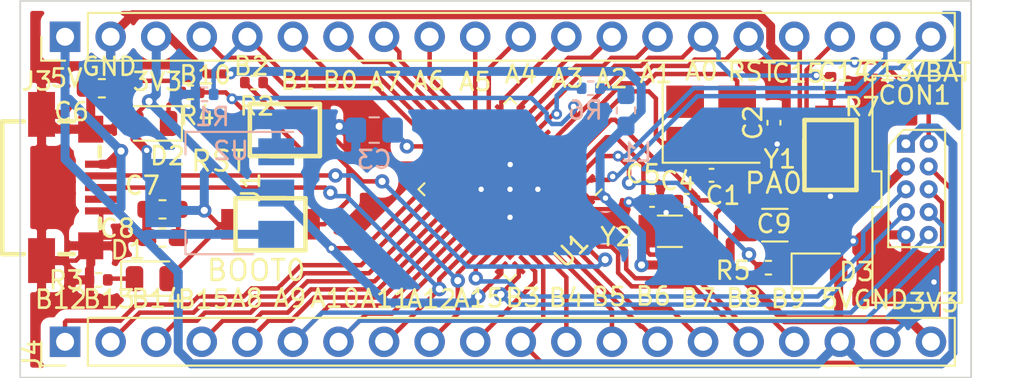
<source format=kicad_pcb>
(kicad_pcb (version 20171130) (host pcbnew "(5.1.8-0-10_14)")

  (general
    (thickness 1.6)
    (drawings 44)
    (tracks 566)
    (zones 0)
    (modules 31)
    (nets 51)
  )

  (page A4)
  (layers
    (0 F.Cu signal)
    (31 B.Cu signal)
    (32 B.Adhes user)
    (33 F.Adhes user)
    (34 B.Paste user)
    (35 F.Paste user)
    (36 B.SilkS user)
    (37 F.SilkS user)
    (38 B.Mask user)
    (39 F.Mask user)
    (40 Dwgs.User user)
    (41 Cmts.User user)
    (42 Eco1.User user)
    (43 Eco2.User user)
    (44 Edge.Cuts user)
    (45 Margin user)
    (46 B.CrtYd user)
    (47 F.CrtYd user)
    (48 B.Fab user hide)
    (49 F.Fab user hide)
  )

  (setup
    (last_trace_width 0.25)
    (user_trace_width 0.25)
    (user_trace_width 0.5)
    (trace_clearance 0.127)
    (zone_clearance 0.508)
    (zone_45_only no)
    (trace_min 0.127)
    (via_size 0.6)
    (via_drill 0.3)
    (via_min_size 0.4)
    (via_min_drill 0.3)
    (user_via 0.6 0.3)
    (uvia_size 0.3)
    (uvia_drill 0.1)
    (uvias_allowed no)
    (uvia_min_size 0.2)
    (uvia_min_drill 0.1)
    (edge_width 0.05)
    (segment_width 0.2)
    (pcb_text_width 0.3)
    (pcb_text_size 1.5 1.5)
    (mod_edge_width 0.12)
    (mod_text_size 1 1)
    (mod_text_width 0.15)
    (pad_size 1.524 1.524)
    (pad_drill 0.762)
    (pad_to_mask_clearance 0.051)
    (solder_mask_min_width 0.25)
    (aux_axis_origin 0 0)
    (grid_origin 145.42 69.19)
    (visible_elements FFFFFF7F)
    (pcbplotparams
      (layerselection 0x010fc_ffffffff)
      (usegerberextensions false)
      (usegerberattributes false)
      (usegerberadvancedattributes false)
      (creategerberjobfile false)
      (excludeedgelayer true)
      (linewidth 0.100000)
      (plotframeref false)
      (viasonmask false)
      (mode 1)
      (useauxorigin false)
      (hpglpennumber 1)
      (hpglpenspeed 20)
      (hpglpendiameter 15.000000)
      (psnegative false)
      (psa4output false)
      (plotreference true)
      (plotvalue true)
      (plotinvisibletext false)
      (padsonsilk false)
      (subtractmaskfromsilk false)
      (outputformat 1)
      (mirror false)
      (drillshape 0)
      (scaleselection 1)
      (outputdirectory "stm32f401-devboard/"))
  )

  (net 0 "")
  (net 1 PH0)
  (net 2 GND)
  (net 3 PH1)
  (net 4 "Net-(C3-Pad2)")
  (net 5 PA9)
  (net 6 PA14)
  (net 7 PA10)
  (net 8 PA13)
  (net 9 +3V3)
  (net 10 PB3)
  (net 11 NRST)
  (net 12 PB9)
  (net 13 PB8)
  (net 14 BOOT0)
  (net 15 PB7)
  (net 16 PB6)
  (net 17 PB5)
  (net 18 PB4)
  (net 19 PA15)
  (net 20 PA12)
  (net 21 PA11)
  (net 22 PA8)
  (net 23 PB15)
  (net 24 PB14)
  (net 25 PB13)
  (net 26 PB12)
  (net 27 PB10)
  (net 28 PB2)
  (net 29 PB1)
  (net 30 PB0)
  (net 31 PA7)
  (net 32 PA6)
  (net 33 PA5)
  (net 34 PA4)
  (net 35 PA3)
  (net 36 PA2)
  (net 37 PA1)
  (net 38 PA0)
  (net 39 PC15)
  (net 40 PC14)
  (net 41 PC13)
  (net 42 +BATT)
  (net 43 +5V)
  (net 44 "Net-(J1-Pad4)")
  (net 45 "Net-(D1-Pad1)")
  (net 46 "Net-(L1-Pad2)")
  (net 47 "Net-(R6-Pad1)")
  (net 48 "Net-(R7-Pad2)")
  (net 49 "Net-(D2-Pad1)")
  (net 50 "Net-(D3-Pad1)")

  (net_class Default "This is the default net class."
    (clearance 0.127)
    (trace_width 0.127)
    (via_dia 0.6)
    (via_drill 0.3)
    (uvia_dia 0.3)
    (uvia_drill 0.1)
    (add_net +3V3)
    (add_net +5V)
    (add_net +BATT)
    (add_net BOOT0)
    (add_net GND)
    (add_net NRST)
    (add_net "Net-(C3-Pad2)")
    (add_net "Net-(D1-Pad1)")
    (add_net "Net-(D2-Pad1)")
    (add_net "Net-(D3-Pad1)")
    (add_net "Net-(J1-Pad4)")
    (add_net "Net-(L1-Pad2)")
    (add_net "Net-(R6-Pad1)")
    (add_net "Net-(R7-Pad2)")
    (add_net PA0)
    (add_net PA1)
    (add_net PA10)
    (add_net PA11)
    (add_net PA12)
    (add_net PA13)
    (add_net PA14)
    (add_net PA15)
    (add_net PA2)
    (add_net PA3)
    (add_net PA4)
    (add_net PA5)
    (add_net PA6)
    (add_net PA7)
    (add_net PA8)
    (add_net PA9)
    (add_net PB0)
    (add_net PB1)
    (add_net PB10)
    (add_net PB12)
    (add_net PB13)
    (add_net PB14)
    (add_net PB15)
    (add_net PB2)
    (add_net PB3)
    (add_net PB4)
    (add_net PB5)
    (add_net PB6)
    (add_net PB7)
    (add_net PB8)
    (add_net PB9)
    (add_net PC13)
    (add_net PC14)
    (add_net PC15)
    (add_net PH0)
    (add_net PH1)
  )

  (module Capacitor_SMD:C_1206_3216Metric_Pad1.33x1.80mm_HandSolder (layer F.Cu) (tedit 5F68FEEF) (tstamp 5F46A004)
    (at 142.06 62.5)
    (descr "Capacitor SMD 1206 (3216 Metric), square (rectangular) end terminal, IPC_7351 nominal with elongated pad for handsoldering. (Body size source: IPC-SM-782 page 76, https://www.pcb-3d.com/wordpress/wp-content/uploads/ipc-sm-782a_amendment_1_and_2.pdf), generated with kicad-footprint-generator")
    (tags "capacitor handsolder")
    (path /5F3FC0BF/5FD9C290)
    (attr smd)
    (fp_text reference C9 (at -0.05 -0.07) (layer F.SilkS)
      (effects (font (size 1 1) (thickness 0.15)))
    )
    (fp_text value 1u (at 0 1.85) (layer F.Fab)
      (effects (font (size 1 1) (thickness 0.15)))
    )
    (fp_text user %R (at 0 0) (layer F.Fab)
      (effects (font (size 0.8 0.8) (thickness 0.12)))
    )
    (fp_line (start -1.6 0.8) (end -1.6 -0.8) (layer F.Fab) (width 0.1))
    (fp_line (start -1.6 -0.8) (end 1.6 -0.8) (layer F.Fab) (width 0.1))
    (fp_line (start 1.6 -0.8) (end 1.6 0.8) (layer F.Fab) (width 0.1))
    (fp_line (start 1.6 0.8) (end -1.6 0.8) (layer F.Fab) (width 0.1))
    (fp_line (start -0.711252 -0.91) (end 0.711252 -0.91) (layer F.SilkS) (width 0.12))
    (fp_line (start -0.711252 0.91) (end 0.711252 0.91) (layer F.SilkS) (width 0.12))
    (fp_line (start -2.48 1.15) (end -2.48 -1.15) (layer F.CrtYd) (width 0.05))
    (fp_line (start -2.48 -1.15) (end 2.48 -1.15) (layer F.CrtYd) (width 0.05))
    (fp_line (start 2.48 -1.15) (end 2.48 1.15) (layer F.CrtYd) (width 0.05))
    (fp_line (start 2.48 1.15) (end -2.48 1.15) (layer F.CrtYd) (width 0.05))
    (pad 2 smd roundrect (at 1.5625 0) (size 1.325 1.8) (layers F.Cu F.Paste F.Mask) (roundrect_rratio 0.1886784905660377)
      (net 2 GND))
    (pad 1 smd roundrect (at -1.5625 0) (size 1.325 1.8) (layers F.Cu F.Paste F.Mask) (roundrect_rratio 0.1886784905660377)
      (net 9 +3V3))
    (model ${KISYS3DMOD}/Capacitor_SMD.3dshapes/C_1206_3216Metric.wrl
      (at (xyz 0 0 0))
      (scale (xyz 1 1 1))
      (rotate (xyz 0 0 0))
    )
  )

  (module Package_TO_SOT_SMD:SOT-223-3_TabPin2 (layer B.Cu) (tedit 5A02FF57) (tstamp 5F452C8D)
    (at 111.12 60.71 180)
    (descr "module CMS SOT223 4 pins")
    (tags "CMS SOT")
    (path /5F3FC0BF/5FCA0EAE)
    (attr smd)
    (fp_text reference U2 (at -0.63 2.36) (layer B.SilkS)
      (effects (font (size 1 1) (thickness 0.15)) (justify mirror))
    )
    (fp_text value LM1117-3.3 (at 0 -4.5) (layer B.Fab)
      (effects (font (size 1 1) (thickness 0.15)) (justify mirror))
    )
    (fp_text user %R (at 0 0 270) (layer B.Fab)
      (effects (font (size 0.8 0.8) (thickness 0.12)) (justify mirror))
    )
    (fp_line (start 1.91 -3.41) (end 1.91 -2.15) (layer B.SilkS) (width 0.12))
    (fp_line (start 1.91 3.41) (end 1.91 2.15) (layer B.SilkS) (width 0.12))
    (fp_line (start 4.4 3.6) (end -4.4 3.6) (layer B.CrtYd) (width 0.05))
    (fp_line (start 4.4 -3.6) (end 4.4 3.6) (layer B.CrtYd) (width 0.05))
    (fp_line (start -4.4 -3.6) (end 4.4 -3.6) (layer B.CrtYd) (width 0.05))
    (fp_line (start -4.4 3.6) (end -4.4 -3.6) (layer B.CrtYd) (width 0.05))
    (fp_line (start -1.85 2.35) (end -0.85 3.35) (layer B.Fab) (width 0.1))
    (fp_line (start -1.85 2.35) (end -1.85 -3.35) (layer B.Fab) (width 0.1))
    (fp_line (start -1.85 -3.41) (end 1.91 -3.41) (layer B.SilkS) (width 0.12))
    (fp_line (start -0.85 3.35) (end 1.85 3.35) (layer B.Fab) (width 0.1))
    (fp_line (start -4.1 3.41) (end 1.91 3.41) (layer B.SilkS) (width 0.12))
    (fp_line (start -1.85 -3.35) (end 1.85 -3.35) (layer B.Fab) (width 0.1))
    (fp_line (start 1.85 3.35) (end 1.85 -3.35) (layer B.Fab) (width 0.1))
    (pad 1 smd rect (at -3.15 2.3 180) (size 2 1.5) (layers B.Cu B.Paste B.Mask)
      (net 2 GND))
    (pad 3 smd rect (at -3.15 -2.3 180) (size 2 1.5) (layers B.Cu B.Paste B.Mask)
      (net 43 +5V))
    (pad 2 smd rect (at -3.15 0 180) (size 2 1.5) (layers B.Cu B.Paste B.Mask)
      (net 9 +3V3))
    (pad 2 smd rect (at 3.15 0 180) (size 2 3.8) (layers B.Cu B.Paste B.Mask)
      (net 9 +3V3))
    (model ${KISYS3DMOD}/Package_TO_SOT_SMD.3dshapes/SOT-223.wrl
      (at (xyz 0 0 0))
      (scale (xyz 1 1 1))
      (rotate (xyz 0 0 0))
    )
  )

  (module LED_SMD:LED_0805_2012Metric (layer F.Cu) (tedit 5F68FEF1) (tstamp 6003CE2C)
    (at 144.68 65.04)
    (descr "LED SMD 0805 (2012 Metric), square (rectangular) end terminal, IPC_7351 nominal, (Body size source: https://docs.google.com/spreadsheets/d/1BsfQQcO9C6DZCsRaXUlFlo91Tg2WpOkGARC1WS5S8t0/edit?usp=sharing), generated with kicad-footprint-generator")
    (tags LED)
    (path /5F3FC0BF/600ED35B)
    (attr smd)
    (fp_text reference D3 (at 1.94 0.06) (layer F.SilkS)
      (effects (font (size 1 1) (thickness 0.15)))
    )
    (fp_text value LED (at 0 1.65) (layer F.Fab)
      (effects (font (size 1 1) (thickness 0.15)))
    )
    (fp_text user %R (at 0 0) (layer F.Fab)
      (effects (font (size 0.5 0.5) (thickness 0.08)))
    )
    (fp_line (start 1 -0.6) (end -0.7 -0.6) (layer F.Fab) (width 0.1))
    (fp_line (start -0.7 -0.6) (end -1 -0.3) (layer F.Fab) (width 0.1))
    (fp_line (start -1 -0.3) (end -1 0.6) (layer F.Fab) (width 0.1))
    (fp_line (start -1 0.6) (end 1 0.6) (layer F.Fab) (width 0.1))
    (fp_line (start 1 0.6) (end 1 -0.6) (layer F.Fab) (width 0.1))
    (fp_line (start 1 -0.96) (end -1.685 -0.96) (layer F.SilkS) (width 0.12))
    (fp_line (start -1.685 -0.96) (end -1.685 0.96) (layer F.SilkS) (width 0.12))
    (fp_line (start -1.685 0.96) (end 1 0.96) (layer F.SilkS) (width 0.12))
    (fp_line (start -1.68 0.95) (end -1.68 -0.95) (layer F.CrtYd) (width 0.05))
    (fp_line (start -1.68 -0.95) (end 1.68 -0.95) (layer F.CrtYd) (width 0.05))
    (fp_line (start 1.68 -0.95) (end 1.68 0.95) (layer F.CrtYd) (width 0.05))
    (fp_line (start 1.68 0.95) (end -1.68 0.95) (layer F.CrtYd) (width 0.05))
    (pad 2 smd roundrect (at 0.9375 0) (size 0.975 1.4) (layers F.Cu F.Paste F.Mask) (roundrect_rratio 0.25)
      (net 9 +3V3))
    (pad 1 smd roundrect (at -0.9375 0) (size 0.975 1.4) (layers F.Cu F.Paste F.Mask) (roundrect_rratio 0.25)
      (net 50 "Net-(D3-Pad1)"))
    (model ${KISYS3DMOD}/LED_SMD.3dshapes/LED_0805_2012Metric.wrl
      (at (xyz 0 0 0))
      (scale (xyz 1 1 1))
      (rotate (xyz 0 0 0))
    )
  )

  (module LED_SMD:LED_0805_2012Metric (layer F.Cu) (tedit 5F68FEF1) (tstamp 6003CE18)
    (at 107.33 56.83 180)
    (descr "LED SMD 0805 (2012 Metric), square (rectangular) end terminal, IPC_7351 nominal, (Body size source: https://docs.google.com/spreadsheets/d/1BsfQQcO9C6DZCsRaXUlFlo91Tg2WpOkGARC1WS5S8t0/edit?usp=sharing), generated with kicad-footprint-generator")
    (tags LED)
    (path /5F3FC0BF/600ECF87)
    (attr smd)
    (fp_text reference D2 (at -0.88 -1.81) (layer F.SilkS)
      (effects (font (size 1 1) (thickness 0.15)))
    )
    (fp_text value LED (at 0 1.65) (layer F.Fab)
      (effects (font (size 1 1) (thickness 0.15)))
    )
    (fp_text user %R (at 0 0) (layer F.Fab)
      (effects (font (size 0.5 0.5) (thickness 0.08)))
    )
    (fp_line (start 1 -0.6) (end -0.7 -0.6) (layer F.Fab) (width 0.1))
    (fp_line (start -0.7 -0.6) (end -1 -0.3) (layer F.Fab) (width 0.1))
    (fp_line (start -1 -0.3) (end -1 0.6) (layer F.Fab) (width 0.1))
    (fp_line (start -1 0.6) (end 1 0.6) (layer F.Fab) (width 0.1))
    (fp_line (start 1 0.6) (end 1 -0.6) (layer F.Fab) (width 0.1))
    (fp_line (start 1 -0.96) (end -1.685 -0.96) (layer F.SilkS) (width 0.12))
    (fp_line (start -1.685 -0.96) (end -1.685 0.96) (layer F.SilkS) (width 0.12))
    (fp_line (start -1.685 0.96) (end 1 0.96) (layer F.SilkS) (width 0.12))
    (fp_line (start -1.68 0.95) (end -1.68 -0.95) (layer F.CrtYd) (width 0.05))
    (fp_line (start -1.68 -0.95) (end 1.68 -0.95) (layer F.CrtYd) (width 0.05))
    (fp_line (start 1.68 -0.95) (end 1.68 0.95) (layer F.CrtYd) (width 0.05))
    (fp_line (start 1.68 0.95) (end -1.68 0.95) (layer F.CrtYd) (width 0.05))
    (pad 2 smd roundrect (at 0.9375 0 180) (size 0.975 1.4) (layers F.Cu F.Paste F.Mask) (roundrect_rratio 0.25)
      (net 9 +3V3))
    (pad 1 smd roundrect (at -0.9375 0 180) (size 0.975 1.4) (layers F.Cu F.Paste F.Mask) (roundrect_rratio 0.25)
      (net 49 "Net-(D2-Pad1)"))
    (model ${KISYS3DMOD}/LED_SMD.3dshapes/LED_0805_2012Metric.wrl
      (at (xyz 0 0 0))
      (scale (xyz 1 1 1))
      (rotate (xyz 0 0 0))
    )
  )

  (module LED_SMD:LED_0805_2012Metric (layer F.Cu) (tedit 5F68FEF1) (tstamp 6003CE04)
    (at 107.3075 65.48)
    (descr "LED SMD 0805 (2012 Metric), square (rectangular) end terminal, IPC_7351 nominal, (Body size source: https://docs.google.com/spreadsheets/d/1BsfQQcO9C6DZCsRaXUlFlo91Tg2WpOkGARC1WS5S8t0/edit?usp=sharing), generated with kicad-footprint-generator")
    (tags LED)
    (path /5F3FC0BF/600DCB3B)
    (attr smd)
    (fp_text reference D1 (at -1.2975 -1.59) (layer F.SilkS)
      (effects (font (size 1 1) (thickness 0.15)))
    )
    (fp_text value LED (at 0 1.65) (layer F.Fab)
      (effects (font (size 1 1) (thickness 0.15)))
    )
    (fp_text user %R (at 0 0) (layer F.Fab)
      (effects (font (size 0.5 0.5) (thickness 0.08)))
    )
    (fp_line (start 1 -0.6) (end -0.7 -0.6) (layer F.Fab) (width 0.1))
    (fp_line (start -0.7 -0.6) (end -1 -0.3) (layer F.Fab) (width 0.1))
    (fp_line (start -1 -0.3) (end -1 0.6) (layer F.Fab) (width 0.1))
    (fp_line (start -1 0.6) (end 1 0.6) (layer F.Fab) (width 0.1))
    (fp_line (start 1 0.6) (end 1 -0.6) (layer F.Fab) (width 0.1))
    (fp_line (start 1 -0.96) (end -1.685 -0.96) (layer F.SilkS) (width 0.12))
    (fp_line (start -1.685 -0.96) (end -1.685 0.96) (layer F.SilkS) (width 0.12))
    (fp_line (start -1.685 0.96) (end 1 0.96) (layer F.SilkS) (width 0.12))
    (fp_line (start -1.68 0.95) (end -1.68 -0.95) (layer F.CrtYd) (width 0.05))
    (fp_line (start -1.68 -0.95) (end 1.68 -0.95) (layer F.CrtYd) (width 0.05))
    (fp_line (start 1.68 -0.95) (end 1.68 0.95) (layer F.CrtYd) (width 0.05))
    (fp_line (start 1.68 0.95) (end -1.68 0.95) (layer F.CrtYd) (width 0.05))
    (pad 2 smd roundrect (at 0.9375 0) (size 0.975 1.4) (layers F.Cu F.Paste F.Mask) (roundrect_rratio 0.25)
      (net 9 +3V3))
    (pad 1 smd roundrect (at -0.9375 0) (size 0.975 1.4) (layers F.Cu F.Paste F.Mask) (roundrect_rratio 0.25)
      (net 45 "Net-(D1-Pad1)"))
    (model ${KISYS3DMOD}/LED_SMD.3dshapes/LED_0805_2012Metric.wrl
      (at (xyz 0 0 0))
      (scale (xyz 1 1 1))
      (rotate (xyz 0 0 0))
    )
  )

  (module mybays_connector:turtlekey (layer F.Cu) (tedit 5F49291D) (tstamp 5F4966B9)
    (at 113.95 62.45 180)
    (path /5F3FC0BF/5FE52056)
    (fp_text reference BOOT0 (at -2.05 -2.57) (layer F.SilkS)
      (effects (font (size 1.143 1.143) (thickness 0.1524)) (justify right))
    )
    (fp_text value SW_Push (at 0.043967 -6.015482) (layer F.Fab)
      (effects (font (size 1.143 1.143) (thickness 0.1524)) (justify right))
    )
    (fp_line (start -0.855726 1.459992) (end 0.844296 1.459992) (layer F.SilkS) (width 0.254))
    (fp_line (start -1.949958 1.449832) (end -1.949958 -1.450086) (layer F.SilkS) (width 0.254))
    (fp_line (start 1.949958 1.449832) (end -1.949958 1.449832) (layer F.SilkS) (width 0.254))
    (fp_line (start 1.949958 -1.450086) (end 1.949958 1.449832) (layer F.SilkS) (width 0.254))
    (fp_line (start -1.949958 -1.450086) (end 1.949958 -1.450086) (layer F.SilkS) (width 0.254))
    (pad 1 smd rect (at -2.29997 0 180) (size 0.899998 1.699997) (layers F.Cu F.Paste F.Mask)
      (net 14 BOOT0))
    (pad 2 smd rect (at 2.29997 0 180) (size 0.899998 1.699997) (layers F.Cu F.Paste F.Mask)
      (net 9 +3V3))
  )

  (module mybays_connector:turtlekey (layer F.Cu) (tedit 5F49291D) (tstamp 5F495069)
    (at 145.16 58.59 270)
    (path /5F3FC0BF/5FE355CB)
    (fp_text reference PA0 (at 1.57 1.47 180) (layer F.SilkS)
      (effects (font (size 1.143 1.143) (thickness 0.1524)) (justify right))
    )
    (fp_text value SW_Push (at 0.043967 -6.015482 90) (layer F.Fab)
      (effects (font (size 1.143 1.143) (thickness 0.1524)) (justify right))
    )
    (fp_line (start -0.855726 1.459992) (end 0.844296 1.459992) (layer F.SilkS) (width 0.254))
    (fp_line (start -1.949958 1.449832) (end -1.949958 -1.450086) (layer F.SilkS) (width 0.254))
    (fp_line (start 1.949958 1.449832) (end -1.949958 1.449832) (layer F.SilkS) (width 0.254))
    (fp_line (start 1.949958 -1.450086) (end 1.949958 1.449832) (layer F.SilkS) (width 0.254))
    (fp_line (start -1.949958 -1.450086) (end 1.949958 -1.450086) (layer F.SilkS) (width 0.254))
    (pad 1 smd rect (at -2.29997 0 270) (size 0.899998 1.699997) (layers F.Cu F.Paste F.Mask)
      (net 48 "Net-(R7-Pad2)"))
    (pad 2 smd rect (at 2.29997 0 270) (size 0.899998 1.699997) (layers F.Cu F.Paste F.Mask)
      (net 2 GND))
  )

  (module Resistor_SMD:R_0402_1005Metric (layer F.Cu) (tedit 5F68FEEE) (tstamp 5F495044)
    (at 145.17 54.74 270)
    (descr "Resistor SMD 0402 (1005 Metric), square (rectangular) end terminal, IPC_7351 nominal, (Body size source: IPC-SM-782 page 72, https://www.pcb-3d.com/wordpress/wp-content/uploads/ipc-sm-782a_amendment_1_and_2.pdf), generated with kicad-footprint-generator")
    (tags resistor)
    (path /5F3FC0BF/5FE34597)
    (attr smd)
    (fp_text reference R7 (at 1.17 -1.75 180) (layer F.SilkS)
      (effects (font (size 1 1) (thickness 0.15)))
    )
    (fp_text value 10k (at 0 1.17 90) (layer F.Fab)
      (effects (font (size 1 1) (thickness 0.15)))
    )
    (fp_text user %R (at 0 0 90) (layer F.Fab)
      (effects (font (size 0.25 0.25) (thickness 0.04)))
    )
    (fp_line (start -0.525 0.27) (end -0.525 -0.27) (layer F.Fab) (width 0.1))
    (fp_line (start -0.525 -0.27) (end 0.525 -0.27) (layer F.Fab) (width 0.1))
    (fp_line (start 0.525 -0.27) (end 0.525 0.27) (layer F.Fab) (width 0.1))
    (fp_line (start 0.525 0.27) (end -0.525 0.27) (layer F.Fab) (width 0.1))
    (fp_line (start -0.153641 -0.38) (end 0.153641 -0.38) (layer F.SilkS) (width 0.12))
    (fp_line (start -0.153641 0.38) (end 0.153641 0.38) (layer F.SilkS) (width 0.12))
    (fp_line (start -0.93 0.47) (end -0.93 -0.47) (layer F.CrtYd) (width 0.05))
    (fp_line (start -0.93 -0.47) (end 0.93 -0.47) (layer F.CrtYd) (width 0.05))
    (fp_line (start 0.93 -0.47) (end 0.93 0.47) (layer F.CrtYd) (width 0.05))
    (fp_line (start 0.93 0.47) (end -0.93 0.47) (layer F.CrtYd) (width 0.05))
    (pad 2 smd roundrect (at 0.51 0 270) (size 0.54 0.64) (layers F.Cu F.Paste F.Mask) (roundrect_rratio 0.25)
      (net 48 "Net-(R7-Pad2)"))
    (pad 1 smd roundrect (at -0.51 0 270) (size 0.54 0.64) (layers F.Cu F.Paste F.Mask) (roundrect_rratio 0.25)
      (net 38 PA0))
    (model ${KISYS3DMOD}/Resistor_SMD.3dshapes/R_0402_1005Metric.wrl
      (at (xyz 0 0 0))
      (scale (xyz 1 1 1))
      (rotate (xyz 0 0 0))
    )
  )

  (module Resistor_SMD:R_0402_1005Metric (layer B.Cu) (tedit 5F68FEEE) (tstamp 5F4659C8)
    (at 131.8 54.87)
    (descr "Resistor SMD 0402 (1005 Metric), square (rectangular) end terminal, IPC_7351 nominal, (Body size source: IPC-SM-782 page 72, https://www.pcb-3d.com/wordpress/wp-content/uploads/ipc-sm-782a_amendment_1_and_2.pdf), generated with kicad-footprint-generator")
    (tags resistor)
    (path /5F3FC0BF/5FCBD4AF)
    (attr smd)
    (fp_text reference R6 (at -0.3 1.23) (layer B.SilkS)
      (effects (font (size 1 1) (thickness 0.15)) (justify mirror))
    )
    (fp_text value 10k (at 0 -1.17) (layer B.Fab)
      (effects (font (size 1 1) (thickness 0.15)) (justify mirror))
    )
    (fp_text user %R (at 0 0) (layer B.Fab)
      (effects (font (size 0.25 0.25) (thickness 0.04)) (justify mirror))
    )
    (fp_line (start -0.525 -0.27) (end -0.525 0.27) (layer B.Fab) (width 0.1))
    (fp_line (start -0.525 0.27) (end 0.525 0.27) (layer B.Fab) (width 0.1))
    (fp_line (start 0.525 0.27) (end 0.525 -0.27) (layer B.Fab) (width 0.1))
    (fp_line (start 0.525 -0.27) (end -0.525 -0.27) (layer B.Fab) (width 0.1))
    (fp_line (start -0.153641 0.38) (end 0.153641 0.38) (layer B.SilkS) (width 0.12))
    (fp_line (start -0.153641 -0.38) (end 0.153641 -0.38) (layer B.SilkS) (width 0.12))
    (fp_line (start -0.93 -0.47) (end -0.93 0.47) (layer B.CrtYd) (width 0.05))
    (fp_line (start -0.93 0.47) (end 0.93 0.47) (layer B.CrtYd) (width 0.05))
    (fp_line (start 0.93 0.47) (end 0.93 -0.47) (layer B.CrtYd) (width 0.05))
    (fp_line (start 0.93 -0.47) (end -0.93 -0.47) (layer B.CrtYd) (width 0.05))
    (pad 2 smd roundrect (at 0.51 0) (size 0.54 0.64) (layers B.Cu B.Paste B.Mask) (roundrect_rratio 0.25)
      (net 46 "Net-(L1-Pad2)"))
    (pad 1 smd roundrect (at -0.51 0) (size 0.54 0.64) (layers B.Cu B.Paste B.Mask) (roundrect_rratio 0.25)
      (net 47 "Net-(R6-Pad1)"))
    (model ${KISYS3DMOD}/Resistor_SMD.3dshapes/R_0402_1005Metric.wrl
      (at (xyz 0 0 0))
      (scale (xyz 1 1 1))
      (rotate (xyz 0 0 0))
    )
  )

  (module Resistor_SMD:R_0402_1005Metric (layer F.Cu) (tedit 5F68FEEE) (tstamp 5F4659B7)
    (at 141.7 64.87 180)
    (descr "Resistor SMD 0402 (1005 Metric), square (rectangular) end terminal, IPC_7351 nominal, (Body size source: IPC-SM-782 page 72, https://www.pcb-3d.com/wordpress/wp-content/uploads/ipc-sm-782a_amendment_1_and_2.pdf), generated with kicad-footprint-generator")
    (tags resistor)
    (path /5F3FC0BF/5FD3697D)
    (attr smd)
    (fp_text reference R5 (at 1.97 -0.16) (layer F.SilkS)
      (effects (font (size 1 1) (thickness 0.15)))
    )
    (fp_text value 10k (at 0 1.17) (layer F.Fab)
      (effects (font (size 1 1) (thickness 0.15)))
    )
    (fp_text user %R (at 0 0) (layer F.Fab)
      (effects (font (size 0.25 0.25) (thickness 0.04)))
    )
    (fp_line (start -0.525 0.27) (end -0.525 -0.27) (layer F.Fab) (width 0.1))
    (fp_line (start -0.525 -0.27) (end 0.525 -0.27) (layer F.Fab) (width 0.1))
    (fp_line (start 0.525 -0.27) (end 0.525 0.27) (layer F.Fab) (width 0.1))
    (fp_line (start 0.525 0.27) (end -0.525 0.27) (layer F.Fab) (width 0.1))
    (fp_line (start -0.153641 -0.38) (end 0.153641 -0.38) (layer F.SilkS) (width 0.12))
    (fp_line (start -0.153641 0.38) (end 0.153641 0.38) (layer F.SilkS) (width 0.12))
    (fp_line (start -0.93 0.47) (end -0.93 -0.47) (layer F.CrtYd) (width 0.05))
    (fp_line (start -0.93 -0.47) (end 0.93 -0.47) (layer F.CrtYd) (width 0.05))
    (fp_line (start 0.93 -0.47) (end 0.93 0.47) (layer F.CrtYd) (width 0.05))
    (fp_line (start 0.93 0.47) (end -0.93 0.47) (layer F.CrtYd) (width 0.05))
    (pad 2 smd roundrect (at 0.51 0 180) (size 0.54 0.64) (layers F.Cu F.Paste F.Mask) (roundrect_rratio 0.25)
      (net 41 PC13))
    (pad 1 smd roundrect (at -0.51 0 180) (size 0.54 0.64) (layers F.Cu F.Paste F.Mask) (roundrect_rratio 0.25)
      (net 50 "Net-(D3-Pad1)"))
    (model ${KISYS3DMOD}/Resistor_SMD.3dshapes/R_0402_1005Metric.wrl
      (at (xyz 0 0 0))
      (scale (xyz 1 1 1))
      (rotate (xyz 0 0 0))
    )
  )

  (module Resistor_SMD:R_0402_1005Metric (layer F.Cu) (tedit 5F68FEEE) (tstamp 5F4659A6)
    (at 109.485 55.1)
    (descr "Resistor SMD 0402 (1005 Metric), square (rectangular) end terminal, IPC_7351 nominal, (Body size source: IPC-SM-782 page 72, https://www.pcb-3d.com/wordpress/wp-content/uploads/ipc-sm-782a_amendment_1_and_2.pdf), generated with kicad-footprint-generator")
    (tags resistor)
    (path /5F3FC0BF/5FD363C5)
    (attr smd)
    (fp_text reference R4 (at 0.375 1.3) (layer F.SilkS)
      (effects (font (size 1 1) (thickness 0.15)))
    )
    (fp_text value 10k (at 0 1.17) (layer F.Fab)
      (effects (font (size 1 1) (thickness 0.15)))
    )
    (fp_text user %R (at 0 0) (layer F.Fab)
      (effects (font (size 0.25 0.25) (thickness 0.04)))
    )
    (fp_line (start -0.525 0.27) (end -0.525 -0.27) (layer F.Fab) (width 0.1))
    (fp_line (start -0.525 -0.27) (end 0.525 -0.27) (layer F.Fab) (width 0.1))
    (fp_line (start 0.525 -0.27) (end 0.525 0.27) (layer F.Fab) (width 0.1))
    (fp_line (start 0.525 0.27) (end -0.525 0.27) (layer F.Fab) (width 0.1))
    (fp_line (start -0.153641 -0.38) (end 0.153641 -0.38) (layer F.SilkS) (width 0.12))
    (fp_line (start -0.153641 0.38) (end 0.153641 0.38) (layer F.SilkS) (width 0.12))
    (fp_line (start -0.93 0.47) (end -0.93 -0.47) (layer F.CrtYd) (width 0.05))
    (fp_line (start -0.93 -0.47) (end 0.93 -0.47) (layer F.CrtYd) (width 0.05))
    (fp_line (start 0.93 -0.47) (end 0.93 0.47) (layer F.CrtYd) (width 0.05))
    (fp_line (start 0.93 0.47) (end -0.93 0.47) (layer F.CrtYd) (width 0.05))
    (pad 2 smd roundrect (at 0.51 0) (size 0.54 0.64) (layers F.Cu F.Paste F.Mask) (roundrect_rratio 0.25)
      (net 11 NRST))
    (pad 1 smd roundrect (at -0.51 0) (size 0.54 0.64) (layers F.Cu F.Paste F.Mask) (roundrect_rratio 0.25)
      (net 49 "Net-(D2-Pad1)"))
    (model ${KISYS3DMOD}/Resistor_SMD.3dshapes/R_0402_1005Metric.wrl
      (at (xyz 0 0 0))
      (scale (xyz 1 1 1))
      (rotate (xyz 0 0 0))
    )
  )

  (module Resistor_SMD:R_0402_1005Metric (layer F.Cu) (tedit 5F68FEEE) (tstamp 5F465995)
    (at 104.37 65.55 180)
    (descr "Resistor SMD 0402 (1005 Metric), square (rectangular) end terminal, IPC_7351 nominal, (Body size source: IPC-SM-782 page 72, https://www.pcb-3d.com/wordpress/wp-content/uploads/ipc-sm-782a_amendment_1_and_2.pdf), generated with kicad-footprint-generator")
    (tags resistor)
    (path /5F3FC0BF/5FD359DC)
    (attr smd)
    (fp_text reference R3 (at 1.8 -0.02) (layer F.SilkS)
      (effects (font (size 1 1) (thickness 0.15)))
    )
    (fp_text value 10k (at 0 1.17) (layer F.Fab)
      (effects (font (size 1 1) (thickness 0.15)))
    )
    (fp_text user %R (at 0 0) (layer F.Fab)
      (effects (font (size 0.25 0.25) (thickness 0.04)))
    )
    (fp_line (start -0.525 0.27) (end -0.525 -0.27) (layer F.Fab) (width 0.1))
    (fp_line (start -0.525 -0.27) (end 0.525 -0.27) (layer F.Fab) (width 0.1))
    (fp_line (start 0.525 -0.27) (end 0.525 0.27) (layer F.Fab) (width 0.1))
    (fp_line (start 0.525 0.27) (end -0.525 0.27) (layer F.Fab) (width 0.1))
    (fp_line (start -0.153641 -0.38) (end 0.153641 -0.38) (layer F.SilkS) (width 0.12))
    (fp_line (start -0.153641 0.38) (end 0.153641 0.38) (layer F.SilkS) (width 0.12))
    (fp_line (start -0.93 0.47) (end -0.93 -0.47) (layer F.CrtYd) (width 0.05))
    (fp_line (start -0.93 -0.47) (end 0.93 -0.47) (layer F.CrtYd) (width 0.05))
    (fp_line (start 0.93 -0.47) (end 0.93 0.47) (layer F.CrtYd) (width 0.05))
    (fp_line (start 0.93 0.47) (end -0.93 0.47) (layer F.CrtYd) (width 0.05))
    (pad 2 smd roundrect (at 0.51 0 180) (size 0.54 0.64) (layers F.Cu F.Paste F.Mask) (roundrect_rratio 0.25)
      (net 2 GND))
    (pad 1 smd roundrect (at -0.51 0 180) (size 0.54 0.64) (layers F.Cu F.Paste F.Mask) (roundrect_rratio 0.25)
      (net 45 "Net-(D1-Pad1)"))
    (model ${KISYS3DMOD}/Resistor_SMD.3dshapes/R_0402_1005Metric.wrl
      (at (xyz 0 0 0))
      (scale (xyz 1 1 1))
      (rotate (xyz 0 0 0))
    )
  )

  (module Resistor_SMD:R_0402_1005Metric (layer F.Cu) (tedit 5F68FEEE) (tstamp 5F405E9C)
    (at 113.03 54.55 180)
    (descr "Resistor SMD 0402 (1005 Metric), square (rectangular) end terminal, IPC_7351 nominal, (Body size source: IPC-SM-782 page 72, https://www.pcb-3d.com/wordpress/wp-content/uploads/ipc-sm-782a_amendment_1_and_2.pdf), generated with kicad-footprint-generator")
    (tags resistor)
    (path /5F3FC0BF/5F450F02)
    (attr smd)
    (fp_text reference R2 (at -0.16 -1.32) (layer F.SilkS)
      (effects (font (size 1 1) (thickness 0.15)))
    )
    (fp_text value 10k (at 0 1.17) (layer F.Fab)
      (effects (font (size 1 1) (thickness 0.15)))
    )
    (fp_text user %R (at 0 0) (layer F.Fab)
      (effects (font (size 0.25 0.25) (thickness 0.04)))
    )
    (fp_line (start -0.525 0.27) (end -0.525 -0.27) (layer F.Fab) (width 0.1))
    (fp_line (start -0.525 -0.27) (end 0.525 -0.27) (layer F.Fab) (width 0.1))
    (fp_line (start 0.525 -0.27) (end 0.525 0.27) (layer F.Fab) (width 0.1))
    (fp_line (start 0.525 0.27) (end -0.525 0.27) (layer F.Fab) (width 0.1))
    (fp_line (start -0.153641 -0.38) (end 0.153641 -0.38) (layer F.SilkS) (width 0.12))
    (fp_line (start -0.153641 0.38) (end 0.153641 0.38) (layer F.SilkS) (width 0.12))
    (fp_line (start -0.93 0.47) (end -0.93 -0.47) (layer F.CrtYd) (width 0.05))
    (fp_line (start -0.93 -0.47) (end 0.93 -0.47) (layer F.CrtYd) (width 0.05))
    (fp_line (start 0.93 -0.47) (end 0.93 0.47) (layer F.CrtYd) (width 0.05))
    (fp_line (start 0.93 0.47) (end -0.93 0.47) (layer F.CrtYd) (width 0.05))
    (pad 2 smd roundrect (at 0.51 0 180) (size 0.54 0.64) (layers F.Cu F.Paste F.Mask) (roundrect_rratio 0.25)
      (net 14 BOOT0))
    (pad 1 smd roundrect (at -0.51 0 180) (size 0.54 0.64) (layers F.Cu F.Paste F.Mask) (roundrect_rratio 0.25)
      (net 2 GND))
    (model ${KISYS3DMOD}/Resistor_SMD.3dshapes/R_0402_1005Metric.wrl
      (at (xyz 0 0 0))
      (scale (xyz 1 1 1))
      (rotate (xyz 0 0 0))
    )
  )

  (module Resistor_SMD:R_0402_1005Metric (layer B.Cu) (tedit 5F68FEEE) (tstamp 5F405E8B)
    (at 110.27 55.21 180)
    (descr "Resistor SMD 0402 (1005 Metric), square (rectangular) end terminal, IPC_7351 nominal, (Body size source: IPC-SM-782 page 72, https://www.pcb-3d.com/wordpress/wp-content/uploads/ipc-sm-782a_amendment_1_and_2.pdf), generated with kicad-footprint-generator")
    (tags resistor)
    (path /5F3FC0BF/5F45A583)
    (attr smd)
    (fp_text reference R1 (at -0.44 -1.25) (layer B.SilkS)
      (effects (font (size 1 1) (thickness 0.15)) (justify mirror))
    )
    (fp_text value 10k (at 0 -1.17) (layer B.Fab)
      (effects (font (size 1 1) (thickness 0.15)) (justify mirror))
    )
    (fp_text user %R (at 0 0) (layer B.Fab)
      (effects (font (size 0.25 0.25) (thickness 0.04)) (justify mirror))
    )
    (fp_line (start -0.525 -0.27) (end -0.525 0.27) (layer B.Fab) (width 0.1))
    (fp_line (start -0.525 0.27) (end 0.525 0.27) (layer B.Fab) (width 0.1))
    (fp_line (start 0.525 0.27) (end 0.525 -0.27) (layer B.Fab) (width 0.1))
    (fp_line (start 0.525 -0.27) (end -0.525 -0.27) (layer B.Fab) (width 0.1))
    (fp_line (start -0.153641 0.38) (end 0.153641 0.38) (layer B.SilkS) (width 0.12))
    (fp_line (start -0.153641 -0.38) (end 0.153641 -0.38) (layer B.SilkS) (width 0.12))
    (fp_line (start -0.93 -0.47) (end -0.93 0.47) (layer B.CrtYd) (width 0.05))
    (fp_line (start -0.93 0.47) (end 0.93 0.47) (layer B.CrtYd) (width 0.05))
    (fp_line (start 0.93 0.47) (end 0.93 -0.47) (layer B.CrtYd) (width 0.05))
    (fp_line (start 0.93 -0.47) (end -0.93 -0.47) (layer B.CrtYd) (width 0.05))
    (pad 2 smd roundrect (at 0.51 0 180) (size 0.54 0.64) (layers B.Cu B.Paste B.Mask) (roundrect_rratio 0.25)
      (net 2 GND))
    (pad 1 smd roundrect (at -0.51 0 180) (size 0.54 0.64) (layers B.Cu B.Paste B.Mask) (roundrect_rratio 0.25)
      (net 28 PB2))
    (model ${KISYS3DMOD}/Resistor_SMD.3dshapes/R_0402_1005Metric.wrl
      (at (xyz 0 0 0))
      (scale (xyz 1 1 1))
      (rotate (xyz 0 0 0))
    )
  )

  (module Capacitor_SMD:C_0402_1005Metric (layer F.Cu) (tedit 5F68FEEE) (tstamp 5F3F0396)
    (at 135.22 61.12 180)
    (descr "Capacitor SMD 0402 (1005 Metric), square (rectangular) end terminal, IPC_7351 nominal, (Body size source: IPC-SM-782 page 76, https://www.pcb-3d.com/wordpress/wp-content/uploads/ipc-sm-782a_amendment_1_and_2.pdf), generated with kicad-footprint-generator")
    (tags capacitor)
    (path /5F3FC0BF/5F42FA8E)
    (attr smd)
    (fp_text reference C5 (at 0.5 1.47) (layer F.SilkS)
      (effects (font (size 1 1) (thickness 0.15)))
    )
    (fp_text value 15p (at 0 1.17) (layer F.Fab)
      (effects (font (size 1 1) (thickness 0.15)))
    )
    (fp_text user %R (at 0 0) (layer F.Fab)
      (effects (font (size 0.25 0.25) (thickness 0.04)))
    )
    (fp_line (start -0.5 0.25) (end -0.5 -0.25) (layer F.Fab) (width 0.1))
    (fp_line (start -0.5 -0.25) (end 0.5 -0.25) (layer F.Fab) (width 0.1))
    (fp_line (start 0.5 -0.25) (end 0.5 0.25) (layer F.Fab) (width 0.1))
    (fp_line (start 0.5 0.25) (end -0.5 0.25) (layer F.Fab) (width 0.1))
    (fp_line (start -0.107836 -0.36) (end 0.107836 -0.36) (layer F.SilkS) (width 0.12))
    (fp_line (start -0.107836 0.36) (end 0.107836 0.36) (layer F.SilkS) (width 0.12))
    (fp_line (start -0.91 0.46) (end -0.91 -0.46) (layer F.CrtYd) (width 0.05))
    (fp_line (start -0.91 -0.46) (end 0.91 -0.46) (layer F.CrtYd) (width 0.05))
    (fp_line (start 0.91 -0.46) (end 0.91 0.46) (layer F.CrtYd) (width 0.05))
    (fp_line (start 0.91 0.46) (end -0.91 0.46) (layer F.CrtYd) (width 0.05))
    (pad 2 smd roundrect (at 0.48 0 180) (size 0.56 0.62) (layers F.Cu F.Paste F.Mask) (roundrect_rratio 0.25)
      (net 40 PC14))
    (pad 1 smd roundrect (at -0.48 0 180) (size 0.56 0.62) (layers F.Cu F.Paste F.Mask) (roundrect_rratio 0.25)
      (net 2 GND))
    (model ${KISYS3DMOD}/Capacitor_SMD.3dshapes/C_0402_1005Metric.wrl
      (at (xyz 0 0 0))
      (scale (xyz 1 1 1))
      (rotate (xyz 0 0 0))
    )
  )

  (module Capacitor_SMD:C_0402_1005Metric (layer F.Cu) (tedit 5F68FEEE) (tstamp 5F3F0385)
    (at 137.15 61.12)
    (descr "Capacitor SMD 0402 (1005 Metric), square (rectangular) end terminal, IPC_7351 nominal, (Body size source: IPC-SM-782 page 76, https://www.pcb-3d.com/wordpress/wp-content/uploads/ipc-sm-782a_amendment_1_and_2.pdf), generated with kicad-footprint-generator")
    (tags capacitor)
    (path /5F3FC0BF/5F42FA80)
    (attr smd)
    (fp_text reference C4 (at -0.5 -1.08) (layer F.SilkS)
      (effects (font (size 1 1) (thickness 0.15)))
    )
    (fp_text value 15p (at 0 1.17) (layer F.Fab)
      (effects (font (size 1 1) (thickness 0.15)))
    )
    (fp_text user %R (at 0 0) (layer F.Fab)
      (effects (font (size 0.25 0.25) (thickness 0.04)))
    )
    (fp_line (start -0.5 0.25) (end -0.5 -0.25) (layer F.Fab) (width 0.1))
    (fp_line (start -0.5 -0.25) (end 0.5 -0.25) (layer F.Fab) (width 0.1))
    (fp_line (start 0.5 -0.25) (end 0.5 0.25) (layer F.Fab) (width 0.1))
    (fp_line (start 0.5 0.25) (end -0.5 0.25) (layer F.Fab) (width 0.1))
    (fp_line (start -0.107836 -0.36) (end 0.107836 -0.36) (layer F.SilkS) (width 0.12))
    (fp_line (start -0.107836 0.36) (end 0.107836 0.36) (layer F.SilkS) (width 0.12))
    (fp_line (start -0.91 0.46) (end -0.91 -0.46) (layer F.CrtYd) (width 0.05))
    (fp_line (start -0.91 -0.46) (end 0.91 -0.46) (layer F.CrtYd) (width 0.05))
    (fp_line (start 0.91 -0.46) (end 0.91 0.46) (layer F.CrtYd) (width 0.05))
    (fp_line (start 0.91 0.46) (end -0.91 0.46) (layer F.CrtYd) (width 0.05))
    (pad 2 smd roundrect (at 0.48 0) (size 0.56 0.62) (layers F.Cu F.Paste F.Mask) (roundrect_rratio 0.25)
      (net 39 PC15))
    (pad 1 smd roundrect (at -0.48 0) (size 0.56 0.62) (layers F.Cu F.Paste F.Mask) (roundrect_rratio 0.25)
      (net 2 GND))
    (model ${KISYS3DMOD}/Capacitor_SMD.3dshapes/C_0402_1005Metric.wrl
      (at (xyz 0 0 0))
      (scale (xyz 1 1 1))
      (rotate (xyz 0 0 0))
    )
  )

  (module Capacitor_SMD:C_0402_1005Metric (layer F.Cu) (tedit 5F68FEEE) (tstamp 5F3EF5F6)
    (at 142.01 56.79 90)
    (descr "Capacitor SMD 0402 (1005 Metric), square (rectangular) end terminal, IPC_7351 nominal, (Body size source: IPC-SM-782 page 76, https://www.pcb-3d.com/wordpress/wp-content/uploads/ipc-sm-782a_amendment_1_and_2.pdf), generated with kicad-footprint-generator")
    (tags capacitor)
    (path /5F3FC0BF/5F3F2D38)
    (attr smd)
    (fp_text reference C2 (at 0 -1.17 90) (layer F.SilkS)
      (effects (font (size 1 1) (thickness 0.15)))
    )
    (fp_text value 15p (at 0 1.17 90) (layer F.Fab)
      (effects (font (size 1 1) (thickness 0.15)))
    )
    (fp_text user %R (at 0 0 90) (layer F.Fab)
      (effects (font (size 0.25 0.25) (thickness 0.04)))
    )
    (fp_line (start -0.5 0.25) (end -0.5 -0.25) (layer F.Fab) (width 0.1))
    (fp_line (start -0.5 -0.25) (end 0.5 -0.25) (layer F.Fab) (width 0.1))
    (fp_line (start 0.5 -0.25) (end 0.5 0.25) (layer F.Fab) (width 0.1))
    (fp_line (start 0.5 0.25) (end -0.5 0.25) (layer F.Fab) (width 0.1))
    (fp_line (start -0.107836 -0.36) (end 0.107836 -0.36) (layer F.SilkS) (width 0.12))
    (fp_line (start -0.107836 0.36) (end 0.107836 0.36) (layer F.SilkS) (width 0.12))
    (fp_line (start -0.91 0.46) (end -0.91 -0.46) (layer F.CrtYd) (width 0.05))
    (fp_line (start -0.91 -0.46) (end 0.91 -0.46) (layer F.CrtYd) (width 0.05))
    (fp_line (start 0.91 -0.46) (end 0.91 0.46) (layer F.CrtYd) (width 0.05))
    (fp_line (start 0.91 0.46) (end -0.91 0.46) (layer F.CrtYd) (width 0.05))
    (pad 2 smd roundrect (at 0.48 0 90) (size 0.56 0.62) (layers F.Cu F.Paste F.Mask) (roundrect_rratio 0.25)
      (net 3 PH1))
    (pad 1 smd roundrect (at -0.48 0 90) (size 0.56 0.62) (layers F.Cu F.Paste F.Mask) (roundrect_rratio 0.25)
      (net 2 GND))
    (model ${KISYS3DMOD}/Capacitor_SMD.3dshapes/C_0402_1005Metric.wrl
      (at (xyz 0 0 0))
      (scale (xyz 1 1 1))
      (rotate (xyz 0 0 0))
    )
  )

  (module Capacitor_SMD:C_0402_1005Metric (layer F.Cu) (tedit 5F68FEEE) (tstamp 5F3EF5E5)
    (at 138.53 59.72 180)
    (descr "Capacitor SMD 0402 (1005 Metric), square (rectangular) end terminal, IPC_7351 nominal, (Body size source: IPC-SM-782 page 76, https://www.pcb-3d.com/wordpress/wp-content/uploads/ipc-sm-782a_amendment_1_and_2.pdf), generated with kicad-footprint-generator")
    (tags capacitor)
    (path /5F3FC0BF/5F3F1A3B)
    (attr smd)
    (fp_text reference C1 (at -0.64 -1.13) (layer F.SilkS)
      (effects (font (size 1 1) (thickness 0.15)))
    )
    (fp_text value 15p (at 0 1.17) (layer F.Fab)
      (effects (font (size 1 1) (thickness 0.15)))
    )
    (fp_text user %R (at 0 0) (layer F.Fab)
      (effects (font (size 0.25 0.25) (thickness 0.04)))
    )
    (fp_line (start -0.5 0.25) (end -0.5 -0.25) (layer F.Fab) (width 0.1))
    (fp_line (start -0.5 -0.25) (end 0.5 -0.25) (layer F.Fab) (width 0.1))
    (fp_line (start 0.5 -0.25) (end 0.5 0.25) (layer F.Fab) (width 0.1))
    (fp_line (start 0.5 0.25) (end -0.5 0.25) (layer F.Fab) (width 0.1))
    (fp_line (start -0.107836 -0.36) (end 0.107836 -0.36) (layer F.SilkS) (width 0.12))
    (fp_line (start -0.107836 0.36) (end 0.107836 0.36) (layer F.SilkS) (width 0.12))
    (fp_line (start -0.91 0.46) (end -0.91 -0.46) (layer F.CrtYd) (width 0.05))
    (fp_line (start -0.91 -0.46) (end 0.91 -0.46) (layer F.CrtYd) (width 0.05))
    (fp_line (start 0.91 -0.46) (end 0.91 0.46) (layer F.CrtYd) (width 0.05))
    (fp_line (start 0.91 0.46) (end -0.91 0.46) (layer F.CrtYd) (width 0.05))
    (pad 2 smd roundrect (at 0.48 0 180) (size 0.56 0.62) (layers F.Cu F.Paste F.Mask) (roundrect_rratio 0.25)
      (net 1 PH0))
    (pad 1 smd roundrect (at -0.48 0 180) (size 0.56 0.62) (layers F.Cu F.Paste F.Mask) (roundrect_rratio 0.25)
      (net 2 GND))
    (model ${KISYS3DMOD}/Capacitor_SMD.3dshapes/C_0402_1005Metric.wrl
      (at (xyz 0 0 0))
      (scale (xyz 1 1 1))
      (rotate (xyz 0 0 0))
    )
  )

  (module Connector_PinHeader_2.54mm:PinHeader_1x20_P2.54mm_Vertical (layer F.Cu) (tedit 59FED5CC) (tstamp 5F466CDA)
    (at 102.5 69 90)
    (descr "Through hole straight pin header, 1x20, 2.54mm pitch, single row")
    (tags "Through hole pin header THT 1x20 2.54mm single row")
    (path /5FD6D0A9/5FD6E1AF)
    (fp_text reference J4 (at -0.71 -1.85 90) (layer F.SilkS)
      (effects (font (size 1 1) (thickness 0.15)))
    )
    (fp_text value Conn_01x20 (at 0 50.59 90) (layer F.Fab)
      (effects (font (size 1 1) (thickness 0.15)))
    )
    (fp_text user %R (at 0 24.13) (layer F.Fab)
      (effects (font (size 1 1) (thickness 0.15)))
    )
    (fp_line (start -0.635 -1.27) (end 1.27 -1.27) (layer F.Fab) (width 0.1))
    (fp_line (start 1.27 -1.27) (end 1.27 49.53) (layer F.Fab) (width 0.1))
    (fp_line (start 1.27 49.53) (end -1.27 49.53) (layer F.Fab) (width 0.1))
    (fp_line (start -1.27 49.53) (end -1.27 -0.635) (layer F.Fab) (width 0.1))
    (fp_line (start -1.27 -0.635) (end -0.635 -1.27) (layer F.Fab) (width 0.1))
    (fp_line (start -1.33 49.59) (end 1.33 49.59) (layer F.SilkS) (width 0.12))
    (fp_line (start -1.33 1.27) (end -1.33 49.59) (layer F.SilkS) (width 0.12))
    (fp_line (start 1.33 1.27) (end 1.33 49.59) (layer F.SilkS) (width 0.12))
    (fp_line (start -1.33 1.27) (end 1.33 1.27) (layer F.SilkS) (width 0.12))
    (fp_line (start -1.33 0) (end -1.33 -1.33) (layer F.SilkS) (width 0.12))
    (fp_line (start -1.33 -1.33) (end 0 -1.33) (layer F.SilkS) (width 0.12))
    (fp_line (start -1.8 -1.8) (end -1.8 50.05) (layer F.CrtYd) (width 0.05))
    (fp_line (start -1.8 50.05) (end 1.8 50.05) (layer F.CrtYd) (width 0.05))
    (fp_line (start 1.8 50.05) (end 1.8 -1.8) (layer F.CrtYd) (width 0.05))
    (fp_line (start 1.8 -1.8) (end -1.8 -1.8) (layer F.CrtYd) (width 0.05))
    (pad 20 thru_hole oval (at 0 48.26 90) (size 1.7 1.7) (drill 1) (layers *.Cu *.Mask)
      (net 9 +3V3))
    (pad 19 thru_hole oval (at 0 45.72 90) (size 1.7 1.7) (drill 1) (layers *.Cu *.Mask)
      (net 2 GND))
    (pad 18 thru_hole oval (at 0 43.18 90) (size 1.7 1.7) (drill 1) (layers *.Cu *.Mask)
      (net 43 +5V))
    (pad 17 thru_hole oval (at 0 40.64 90) (size 1.7 1.7) (drill 1) (layers *.Cu *.Mask)
      (net 12 PB9))
    (pad 16 thru_hole oval (at 0 38.1 90) (size 1.7 1.7) (drill 1) (layers *.Cu *.Mask)
      (net 13 PB8))
    (pad 15 thru_hole oval (at 0 35.56 90) (size 1.7 1.7) (drill 1) (layers *.Cu *.Mask)
      (net 15 PB7))
    (pad 14 thru_hole oval (at 0 33.02 90) (size 1.7 1.7) (drill 1) (layers *.Cu *.Mask)
      (net 16 PB6))
    (pad 13 thru_hole oval (at 0 30.48 90) (size 1.7 1.7) (drill 1) (layers *.Cu *.Mask)
      (net 17 PB5))
    (pad 12 thru_hole oval (at 0 27.94 90) (size 1.7 1.7) (drill 1) (layers *.Cu *.Mask)
      (net 18 PB4))
    (pad 11 thru_hole oval (at 0 25.4 90) (size 1.7 1.7) (drill 1) (layers *.Cu *.Mask)
      (net 10 PB3))
    (pad 10 thru_hole oval (at 0 22.86 90) (size 1.7 1.7) (drill 1) (layers *.Cu *.Mask)
      (net 19 PA15))
    (pad 9 thru_hole oval (at 0 20.32 90) (size 1.7 1.7) (drill 1) (layers *.Cu *.Mask)
      (net 20 PA12))
    (pad 8 thru_hole oval (at 0 17.78 90) (size 1.7 1.7) (drill 1) (layers *.Cu *.Mask)
      (net 21 PA11))
    (pad 7 thru_hole oval (at 0 15.24 90) (size 1.7 1.7) (drill 1) (layers *.Cu *.Mask)
      (net 7 PA10))
    (pad 6 thru_hole oval (at 0 12.7 90) (size 1.7 1.7) (drill 1) (layers *.Cu *.Mask)
      (net 5 PA9))
    (pad 5 thru_hole oval (at 0 10.16 90) (size 1.7 1.7) (drill 1) (layers *.Cu *.Mask)
      (net 22 PA8))
    (pad 4 thru_hole oval (at 0 7.62 90) (size 1.7 1.7) (drill 1) (layers *.Cu *.Mask)
      (net 23 PB15))
    (pad 3 thru_hole oval (at 0 5.08 90) (size 1.7 1.7) (drill 1) (layers *.Cu *.Mask)
      (net 24 PB14))
    (pad 2 thru_hole oval (at 0 2.54 90) (size 1.7 1.7) (drill 1) (layers *.Cu *.Mask)
      (net 25 PB13))
    (pad 1 thru_hole rect (at 0 0 90) (size 1.7 1.7) (drill 1) (layers *.Cu *.Mask)
      (net 26 PB12))
    (model ${KISYS3DMOD}/Connector_PinHeader_2.54mm.3dshapes/PinHeader_1x20_P2.54mm_Vertical.wrl
      (at (xyz 0 0 0))
      (scale (xyz 1 1 1))
      (rotate (xyz 0 0 0))
    )
  )

  (module Connector_PinHeader_2.54mm:PinHeader_1x20_P2.54mm_Vertical (layer F.Cu) (tedit 59FED5CC) (tstamp 5F466CB2)
    (at 102.5 52 90)
    (descr "Through hole straight pin header, 1x20, 2.54mm pitch, single row")
    (tags "Through hole pin header THT 1x20 2.54mm single row")
    (path /5FD6D0A9/5FD6D63F)
    (fp_text reference J3 (at -2.48 -1.57 180) (layer F.SilkS)
      (effects (font (size 1 1) (thickness 0.15)))
    )
    (fp_text value Conn_01x20 (at 0 50.59 90) (layer F.Fab)
      (effects (font (size 1 1) (thickness 0.15)))
    )
    (fp_text user %R (at 0 24.13) (layer F.Fab)
      (effects (font (size 1 1) (thickness 0.15)))
    )
    (fp_line (start -0.635 -1.27) (end 1.27 -1.27) (layer F.Fab) (width 0.1))
    (fp_line (start 1.27 -1.27) (end 1.27 49.53) (layer F.Fab) (width 0.1))
    (fp_line (start 1.27 49.53) (end -1.27 49.53) (layer F.Fab) (width 0.1))
    (fp_line (start -1.27 49.53) (end -1.27 -0.635) (layer F.Fab) (width 0.1))
    (fp_line (start -1.27 -0.635) (end -0.635 -1.27) (layer F.Fab) (width 0.1))
    (fp_line (start -1.33 49.59) (end 1.33 49.59) (layer F.SilkS) (width 0.12))
    (fp_line (start -1.33 1.27) (end -1.33 49.59) (layer F.SilkS) (width 0.12))
    (fp_line (start 1.33 1.27) (end 1.33 49.59) (layer F.SilkS) (width 0.12))
    (fp_line (start -1.33 1.27) (end 1.33 1.27) (layer F.SilkS) (width 0.12))
    (fp_line (start -1.33 0) (end -1.33 -1.33) (layer F.SilkS) (width 0.12))
    (fp_line (start -1.33 -1.33) (end 0 -1.33) (layer F.SilkS) (width 0.12))
    (fp_line (start -1.8 -1.8) (end -1.8 50.05) (layer F.CrtYd) (width 0.05))
    (fp_line (start -1.8 50.05) (end 1.8 50.05) (layer F.CrtYd) (width 0.05))
    (fp_line (start 1.8 50.05) (end 1.8 -1.8) (layer F.CrtYd) (width 0.05))
    (fp_line (start 1.8 -1.8) (end -1.8 -1.8) (layer F.CrtYd) (width 0.05))
    (pad 20 thru_hole oval (at 0 48.26 90) (size 1.7 1.7) (drill 1) (layers *.Cu *.Mask)
      (net 42 +BATT))
    (pad 19 thru_hole oval (at 0 45.72 90) (size 1.7 1.7) (drill 1) (layers *.Cu *.Mask)
      (net 41 PC13))
    (pad 18 thru_hole oval (at 0 43.18 90) (size 1.7 1.7) (drill 1) (layers *.Cu *.Mask)
      (net 40 PC14))
    (pad 17 thru_hole oval (at 0 40.64 90) (size 1.7 1.7) (drill 1) (layers *.Cu *.Mask)
      (net 39 PC15))
    (pad 16 thru_hole oval (at 0 38.1 90) (size 1.7 1.7) (drill 1) (layers *.Cu *.Mask)
      (net 11 NRST))
    (pad 15 thru_hole oval (at 0 35.56 90) (size 1.7 1.7) (drill 1) (layers *.Cu *.Mask)
      (net 38 PA0))
    (pad 14 thru_hole oval (at 0 33.02 90) (size 1.7 1.7) (drill 1) (layers *.Cu *.Mask)
      (net 37 PA1))
    (pad 13 thru_hole oval (at 0 30.48 90) (size 1.7 1.7) (drill 1) (layers *.Cu *.Mask)
      (net 36 PA2))
    (pad 12 thru_hole oval (at 0 27.94 90) (size 1.7 1.7) (drill 1) (layers *.Cu *.Mask)
      (net 35 PA3))
    (pad 11 thru_hole oval (at 0 25.4 90) (size 1.7 1.7) (drill 1) (layers *.Cu *.Mask)
      (net 34 PA4))
    (pad 10 thru_hole oval (at 0 22.86 90) (size 1.7 1.7) (drill 1) (layers *.Cu *.Mask)
      (net 33 PA5))
    (pad 9 thru_hole oval (at 0 20.32 90) (size 1.7 1.7) (drill 1) (layers *.Cu *.Mask)
      (net 32 PA6))
    (pad 8 thru_hole oval (at 0 17.78 90) (size 1.7 1.7) (drill 1) (layers *.Cu *.Mask)
      (net 31 PA7))
    (pad 7 thru_hole oval (at 0 15.24 90) (size 1.7 1.7) (drill 1) (layers *.Cu *.Mask)
      (net 30 PB0))
    (pad 6 thru_hole oval (at 0 12.7 90) (size 1.7 1.7) (drill 1) (layers *.Cu *.Mask)
      (net 29 PB1))
    (pad 5 thru_hole oval (at 0 10.16 90) (size 1.7 1.7) (drill 1) (layers *.Cu *.Mask)
      (net 28 PB2))
    (pad 4 thru_hole oval (at 0 7.62 90) (size 1.7 1.7) (drill 1) (layers *.Cu *.Mask)
      (net 27 PB10))
    (pad 3 thru_hole oval (at 0 5.08 90) (size 1.7 1.7) (drill 1) (layers *.Cu *.Mask)
      (net 9 +3V3))
    (pad 2 thru_hole oval (at 0 2.54 90) (size 1.7 1.7) (drill 1) (layers *.Cu *.Mask)
      (net 2 GND))
    (pad 1 thru_hole rect (at 0 0 90) (size 1.7 1.7) (drill 1) (layers *.Cu *.Mask)
      (net 43 +5V))
    (model ${KISYS3DMOD}/Connector_PinHeader_2.54mm.3dshapes/PinHeader_1x20_P2.54mm_Vertical.wrl
      (at (xyz 0 0 0))
      (scale (xyz 1 1 1))
      (rotate (xyz 0 0 0))
    )
  )

  (module Inductor_SMD:L_0603_1608Metric_Pad1.05x0.95mm_HandSolder (layer B.Cu) (tedit 5F68FEF0) (tstamp 5F466090)
    (at 133.76 56.1 90)
    (descr "Inductor SMD 0603 (1608 Metric), square (rectangular) end terminal, IPC_7351 nominal with elongated pad for handsoldering. (Body size source: http://www.tortai-tech.com/upload/download/2011102023233369053.pdf), generated with kicad-footprint-generator")
    (tags "inductor handsolder")
    (path /5F3FC0BF/5FCBEA05)
    (attr smd)
    (fp_text reference L1 (at -2.35 0.58 180) (layer B.SilkS)
      (effects (font (size 1 1) (thickness 0.15)) (justify mirror))
    )
    (fp_text value 0 (at 0 -1.43 90) (layer B.Fab)
      (effects (font (size 1 1) (thickness 0.15)) (justify mirror))
    )
    (fp_text user %R (at 0 0 90) (layer B.Fab)
      (effects (font (size 0.4 0.4) (thickness 0.06)) (justify mirror))
    )
    (fp_line (start -0.8 -0.4) (end -0.8 0.4) (layer B.Fab) (width 0.1))
    (fp_line (start -0.8 0.4) (end 0.8 0.4) (layer B.Fab) (width 0.1))
    (fp_line (start 0.8 0.4) (end 0.8 -0.4) (layer B.Fab) (width 0.1))
    (fp_line (start 0.8 -0.4) (end -0.8 -0.4) (layer B.Fab) (width 0.1))
    (fp_line (start -0.171267 0.51) (end 0.171267 0.51) (layer B.SilkS) (width 0.12))
    (fp_line (start -0.171267 -0.51) (end 0.171267 -0.51) (layer B.SilkS) (width 0.12))
    (fp_line (start -1.65 -0.73) (end -1.65 0.73) (layer B.CrtYd) (width 0.05))
    (fp_line (start -1.65 0.73) (end 1.65 0.73) (layer B.CrtYd) (width 0.05))
    (fp_line (start 1.65 0.73) (end 1.65 -0.73) (layer B.CrtYd) (width 0.05))
    (fp_line (start 1.65 -0.73) (end -1.65 -0.73) (layer B.CrtYd) (width 0.05))
    (pad 2 smd roundrect (at 0.875 0 90) (size 1.05 0.95) (layers B.Cu B.Paste B.Mask) (roundrect_rratio 0.25)
      (net 46 "Net-(L1-Pad2)"))
    (pad 1 smd roundrect (at -0.875 0 90) (size 1.05 0.95) (layers B.Cu B.Paste B.Mask) (roundrect_rratio 0.25)
      (net 9 +3V3))
    (model ${KISYS3DMOD}/Inductor_SMD.3dshapes/L_0603_1608Metric.wrl
      (at (xyz 0 0 0))
      (scale (xyz 1 1 1))
      (rotate (xyz 0 0 0))
    )
  )

  (module mybays_connector:turtlekey (layer F.Cu) (tedit 5F49291D) (tstamp 5F4659D5)
    (at 114.75 57.2)
    (path /5F3FC0BF/5FCEE01C)
    (fp_text reference RST (at -5.33 1.73) (layer F.SilkS)
      (effects (font (size 1.143 1.143) (thickness 0.1524)) (justify left))
    )
    (fp_text value SW_Push (at 0.043967 -6.015482) (layer F.Fab)
      (effects (font (size 1.143 1.143) (thickness 0.1524)) (justify left))
    )
    (fp_line (start -0.855726 1.459992) (end 0.844296 1.459992) (layer F.SilkS) (width 0.254))
    (fp_line (start -1.949958 1.449832) (end -1.949958 -1.450086) (layer F.SilkS) (width 0.254))
    (fp_line (start 1.949958 1.449832) (end -1.949958 1.449832) (layer F.SilkS) (width 0.254))
    (fp_line (start 1.949958 -1.450086) (end 1.949958 1.449832) (layer F.SilkS) (width 0.254))
    (fp_line (start -1.949958 -1.450086) (end 1.949958 -1.450086) (layer F.SilkS) (width 0.254))
    (pad 1 smd rect (at -2.29997 0) (size 0.899998 1.699997) (layers F.Cu F.Paste F.Mask)
      (net 11 NRST))
    (pad 2 smd rect (at 2.29997 0) (size 0.899998 1.699997) (layers F.Cu F.Paste F.Mask)
      (net 2 GND))
  )

  (module mybays_connector:MICRO-USB_MICRO-USB-17 (layer F.Cu) (tedit 600337D4) (tstamp 5F451FF2)
    (at 102.85 60.4 90)
    (path /5F3FC0BF/5FC7A29D)
    (fp_text reference J1 (at 0 10 90) (layer F.SilkS)
      (effects (font (size 1 1) (thickness 0.15)))
    )
    (fp_text value microusb (at 0 0 90) (layer F.Fab)
      (effects (font (size 1 1) (thickness 0.15)))
    )
    (fp_line (start 3.685032 -0.679323) (end 3.685032 0.149225) (layer F.SilkS) (width 0.254))
    (fp_line (start 3.685032 -3.850005) (end 3.685032 -2.641727) (layer F.SilkS) (width 0.254))
    (fp_line (start 1.727556 1.580007) (end 2.268855 1.580007) (layer F.SilkS) (width 0.254))
    (fp_line (start -2.268855 1.599565) (end -1.735684 1.599565) (layer F.SilkS) (width 0.254))
    (fp_line (start -3.715004 -0.679323) (end -3.715004 0.149225) (layer F.SilkS) (width 0.254))
    (fp_line (start -3.715004 -3.850005) (end -3.715004 -2.641727) (layer F.SilkS) (width 0.254))
    (fp_line (start -3.715004 -3.850005) (end 3.685032 -3.850005) (layer F.SilkS) (width 0.254))
    (pad 0 smd rect (at 3.24993 1.080516 90) (size 1.499997 1.400048) (layers F.Cu F.Paste F.Mask)
      (net 2 GND))
    (pad 0 smd rect (at -3.24993 1.080516 90) (size 1.499997 1.400048) (layers F.Cu F.Paste F.Mask)
      (net 2 GND))
    (pad 0 smd rect (at 4.074922 -1.660398 270) (size 2.5 1.499997) (layers F.Cu F.Paste F.Mask)
      (net 2 GND))
    (pad 0 smd rect (at -4.074922 -1.660398) (size 1.499997 2.5) (layers F.Cu F.Paste F.Mask)
      (net 2 GND))
    (pad 1 smd rect (at 1.296416 1.660652 180) (size 1.799996 0.399999) (layers F.Cu F.Paste F.Mask)
      (net 43 +5V))
    (pad 2 smd rect (at 0.646176 1.660652 180) (size 1.799996 0.399999) (layers F.Cu F.Paste F.Mask)
      (net 20 PA12))
    (pad 3 smd rect (at -0.004064 1.660652 180) (size 1.799996 0.399999) (layers F.Cu F.Paste F.Mask)
      (net 21 PA11))
    (pad 4 smd rect (at -0.654304 1.660652 180) (size 1.799996 0.399999) (layers F.Cu F.Paste F.Mask)
      (net 44 "Net-(J1-Pad4)"))
    (pad 5 smd rect (at -1.304544 1.660652 180) (size 1.799996 0.399999) (layers F.Cu F.Paste F.Mask)
      (net 2 GND))
    (pad "" np_thru_hole circle (at 1.9939 0.999236 90) (size 0.700024 0.700024) (drill 0.700024) (layers *.Cu *.Mask))
    (pad "" np_thru_hole circle (at -2.00406 0.999236 90) (size 0.700024 0.700024) (drill 0.700024) (layers *.Cu *.Mask))
  )

  (module Crystal:Crystal_SMD_3215-2Pin_3.2x1.5mm (layer F.Cu) (tedit 5A0FD1B2) (tstamp 5F3F04CF)
    (at 136.21 62.84)
    (descr "SMD Crystal FC-135 https://support.epson.biz/td/api/doc_check.php?dl=brief_FC-135R_en.pdf")
    (tags "SMD SMT Crystal")
    (path /5F3FC0BF/5F433686)
    (attr smd)
    (fp_text reference Y2 (at -2.97 0.31) (layer F.SilkS)
      (effects (font (size 1 1) (thickness 0.15)))
    )
    (fp_text value 32.768K (at 0 2) (layer F.Fab)
      (effects (font (size 1 1) (thickness 0.15)))
    )
    (fp_text user %R (at 0 -2) (layer F.Fab)
      (effects (font (size 1 1) (thickness 0.15)))
    )
    (fp_line (start -2 -1.15) (end 2 -1.15) (layer F.CrtYd) (width 0.05))
    (fp_line (start -1.6 -0.75) (end -1.6 0.75) (layer F.Fab) (width 0.1))
    (fp_line (start -0.675 0.875) (end 0.675 0.875) (layer F.SilkS) (width 0.12))
    (fp_line (start -0.675 -0.875) (end 0.675 -0.875) (layer F.SilkS) (width 0.12))
    (fp_line (start 1.6 -0.75) (end 1.6 0.75) (layer F.Fab) (width 0.1))
    (fp_line (start -1.6 -0.75) (end 1.6 -0.75) (layer F.Fab) (width 0.1))
    (fp_line (start -1.6 0.75) (end 1.6 0.75) (layer F.Fab) (width 0.1))
    (fp_line (start -2 1.15) (end 2 1.15) (layer F.CrtYd) (width 0.05))
    (fp_line (start -2 -1.15) (end -2 1.15) (layer F.CrtYd) (width 0.05))
    (fp_line (start 2 -1.15) (end 2 1.15) (layer F.CrtYd) (width 0.05))
    (pad 2 smd rect (at -1.25 0) (size 1 1.8) (layers F.Cu F.Paste F.Mask)
      (net 40 PC14))
    (pad 1 smd rect (at 1.25 0) (size 1 1.8) (layers F.Cu F.Paste F.Mask)
      (net 39 PC15))
    (model ${KISYS3DMOD}/Crystal.3dshapes/Crystal_SMD_3215-2Pin_3.2x1.5mm.wrl
      (at (xyz 0 0 0))
      (scale (xyz 1 1 1))
      (rotate (xyz 0 0 0))
    )
  )

  (module Crystal:Crystal_SMD_3225-4Pin_3.2x2.5mm_HandSoldering (layer F.Cu) (tedit 5A0FD1B2) (tstamp 5F3EF6ED)
    (at 138.51 56.77)
    (descr "SMD Crystal SERIES SMD3225/4 http://www.txccrystal.com/images/pdf/7m-accuracy.pdf, hand-soldering, 3.2x2.5mm^2 package")
    (tags "SMD SMT crystal hand-soldering")
    (path /5F3FC0BF/5F3EF128)
    (attr smd)
    (fp_text reference Y1 (at 3.83 2.05) (layer F.SilkS)
      (effects (font (size 1 1) (thickness 0.15)))
    )
    (fp_text value 12MHz (at 0 3.05) (layer F.Fab)
      (effects (font (size 1 1) (thickness 0.15)))
    )
    (fp_text user %R (at 0 0) (layer F.Fab)
      (effects (font (size 0.7 0.7) (thickness 0.105)))
    )
    (fp_line (start -1.6 -1.25) (end -1.6 1.25) (layer F.Fab) (width 0.1))
    (fp_line (start -1.6 1.25) (end 1.6 1.25) (layer F.Fab) (width 0.1))
    (fp_line (start 1.6 1.25) (end 1.6 -1.25) (layer F.Fab) (width 0.1))
    (fp_line (start 1.6 -1.25) (end -1.6 -1.25) (layer F.Fab) (width 0.1))
    (fp_line (start -1.6 0.25) (end -0.6 1.25) (layer F.Fab) (width 0.1))
    (fp_line (start -2.7 -2.25) (end -2.7 2.25) (layer F.SilkS) (width 0.12))
    (fp_line (start -2.7 2.25) (end 2.7 2.25) (layer F.SilkS) (width 0.12))
    (fp_line (start -2.8 -2.3) (end -2.8 2.3) (layer F.CrtYd) (width 0.05))
    (fp_line (start -2.8 2.3) (end 2.8 2.3) (layer F.CrtYd) (width 0.05))
    (fp_line (start 2.8 2.3) (end 2.8 -2.3) (layer F.CrtYd) (width 0.05))
    (fp_line (start 2.8 -2.3) (end -2.8 -2.3) (layer F.CrtYd) (width 0.05))
    (pad 4 smd rect (at -1.45 -1.15) (size 2.1 1.8) (layers F.Cu F.Paste F.Mask)
      (net 2 GND))
    (pad 3 smd rect (at 1.45 -1.15) (size 2.1 1.8) (layers F.Cu F.Paste F.Mask)
      (net 3 PH1))
    (pad 2 smd rect (at 1.45 1.15) (size 2.1 1.8) (layers F.Cu F.Paste F.Mask)
      (net 2 GND))
    (pad 1 smd rect (at -1.45 1.15) (size 2.1 1.8) (layers F.Cu F.Paste F.Mask)
      (net 1 PH0))
    (model ${KISYS3DMOD}/Crystal.3dshapes/Crystal_SMD_3225-4Pin_3.2x2.5mm_HandSoldering.wrl
      (at (xyz 0 0 0))
      (scale (xyz 1 1 1))
      (rotate (xyz 0 0 0))
    )
  )

  (module mybays_connector:debugger_2x05_P1.27mm_Vertical (layer F.Cu) (tedit 5F2E81E4) (tstamp 5F3EF62F)
    (at 150 60.5)
    (descr "Through hole straight socket strip, 2x05, 1.27mm pitch, double cols (from Kicad 4.0.7), script generated")
    (tags "Through hole socket strip THT 2x05 1.27mm double row")
    (path /5F3FC0BF/5F404A1C)
    (fp_text reference CON1 (at -0.15 -5.24) (layer F.SilkS)
      (effects (font (size 1 1) (thickness 0.15)))
    )
    (fp_text value CORTEX-DEBUGGER (at -0.635 7.215) (layer F.Fab)
      (effects (font (size 1 1) (thickness 0.15)))
    )
    (fp_text user %R (at 5.12 -3.23 90) (layer F.Fab)
      (effects (font (size 1 1) (thickness 0.15)))
    )
    (fp_line (start -0.79 -3.23) (end 1.53 -3.22) (layer F.Fab) (width 0.1))
    (fp_line (start -1.58 -2.45) (end -0.8175 -3.2125) (layer F.Fab) (width 0.1))
    (fp_line (start 1.47 -3.17) (end 1.49 3.165) (layer F.Fab) (width 0.1))
    (fp_line (start 1.49 3.165) (end -1.56 3.165) (layer F.Fab) (width 0.1))
    (fp_line (start -1.56 3.165) (end -1.57 -2.45) (layer F.Fab) (width 0.1))
    (fp_line (start -1.58 -2.45) (end -0.81 -3.28) (layer F.SilkS) (width 0.12))
    (fp_line (start -1.58 -2.44) (end -1.62 3.225) (layer F.SilkS) (width 0.12))
    (fp_line (start 0.90753 3.225) (end 1.55 3.225) (layer F.SilkS) (width 0.12))
    (fp_line (start -1.62 3.225) (end 0.93 3.22) (layer F.SilkS) (width 0.12))
    (fp_line (start 1.55 -1.915) (end 1.55 3.225) (layer F.SilkS) (width 0.12))
    (fp_line (start 1.55 -2.51) (end 1.55 -1.915) (layer F.SilkS) (width 0.12))
    (fp_line (start 1.55 -3.31) (end 1.55 -2.55) (layer F.SilkS) (width 0.12))
    (fp_line (start -0.78 -3.31) (end 1.55 -3.31) (layer F.SilkS) (width 0.12))
    (fp_line (start -2.07 -3.7) (end 1.98 -3.7) (layer F.CrtYd) (width 0.05))
    (fp_line (start 1.98 -3.7) (end 1.98 3.65) (layer F.CrtYd) (width 0.05))
    (fp_line (start 1.98 3.65) (end -2.07 3.65) (layer F.CrtYd) (width 0.05))
    (fp_line (start -2.07 3.65) (end -2.07 -3.7) (layer F.CrtYd) (width 0.05))
    (fp_line (start -2.5 -6.325) (end 2.5 -6.325) (layer F.SilkS) (width 0.12))
    (fp_line (start 2.5 -6.325) (end 2.5 6.325) (layer F.SilkS) (width 0.12))
    (fp_line (start 2.5 6.325) (end -2.5 6.325) (layer F.SilkS) (width 0.12))
    (fp_line (start -2.5 6.325) (end -2.5 1) (layer F.SilkS) (width 0.12))
    (fp_line (start -2.5 1) (end -2 1) (layer F.SilkS) (width 0.12))
    (fp_line (start -2 1) (end -2 -1) (layer F.SilkS) (width 0.12))
    (fp_line (start -2 -1) (end -2.5 -1) (layer F.SilkS) (width 0.12))
    (fp_line (start -2.5 -1) (end -2.5 -6.325) (layer F.SilkS) (width 0.12))
    (pad 9 thru_hole oval (at -0.635 2.54) (size 1 1) (drill 0.5) (layers *.Cu *.Mask)
      (net 2 GND))
    (pad 10 thru_hole oval (at 0.635 2.54) (size 1 1) (drill 0.5) (layers *.Cu *.Mask)
      (net 5 PA9))
    (pad 7 thru_hole oval (at -0.635 1.27) (size 1 1) (drill 0.5) (layers *.Cu *.Mask)
      (net 6 PA14))
    (pad 8 thru_hole oval (at 0.635 1.27) (size 1 1) (drill 0.5) (layers *.Cu *.Mask)
      (net 7 PA10))
    (pad 5 thru_hole oval (at -0.635 0) (size 1 1) (drill 0.5) (layers *.Cu *.Mask)
      (net 8 PA13))
    (pad 6 thru_hole oval (at 0.635 0) (size 1 1) (drill 0.5) (layers *.Cu *.Mask)
      (net 2 GND))
    (pad 3 thru_hole oval (at -0.635 -1.27) (size 1 1) (drill 0.5) (layers *.Cu *.Mask)
      (net 9 +3V3))
    (pad 4 thru_hole oval (at 0.635 -1.27) (size 1 1) (drill 0.5) (layers *.Cu *.Mask)
      (net 10 PB3))
    (pad 2 thru_hole oval (at 0.635 -2.54) (size 1 1) (drill 0.5) (layers *.Cu *.Mask)
      (net 11 NRST))
    (pad 1 thru_hole rect (at -0.635 -2.54) (size 1 1) (drill 0.5) (layers *.Cu *.Mask)
      (net 43 +5V))
    (model ${KISYS3DMOD}/Connector_PinSocket_1.27mm.3dshapes/PinSocket_2x05_P1.27mm_Vertical.wrl
      (at (xyz 0 0 0))
      (scale (xyz 1 1 1))
      (rotate (xyz 0 0 0))
    )
  )

  (module Package_DFN_QFN:QFN-48-1EP_7x7mm_P0.5mm_EP5.6x5.6mm (layer F.Cu) (tedit 5DC5F6A5) (tstamp 5F3E91F7)
    (at 127.3 60.5 225)
    (descr "QFN, 48 Pin (http://www.st.com/resource/en/datasheet/stm32f042k6.pdf#page=94), generated with kicad-footprint-generator ipc_noLead_generator.py")
    (tags "QFN NoLead")
    (path /5F3FC0BF/5F3FC3F0)
    (attr smd)
    (fp_text reference U1 (at 0 -4.82 45) (layer F.SilkS)
      (effects (font (size 1 1) (thickness 0.15)))
    )
    (fp_text value STM32F401CCUx (at 0 4.82 45) (layer F.Fab)
      (effects (font (size 1 1) (thickness 0.15)))
    )
    (fp_text user %R (at 0 0 45) (layer F.Fab)
      (effects (font (size 1 1) (thickness 0.15)))
    )
    (fp_line (start 3.135 -3.61) (end 3.61 -3.61) (layer F.SilkS) (width 0.12))
    (fp_line (start 3.61 -3.61) (end 3.61 -3.135) (layer F.SilkS) (width 0.12))
    (fp_line (start -3.135 3.61) (end -3.61 3.61) (layer F.SilkS) (width 0.12))
    (fp_line (start -3.61 3.61) (end -3.61 3.135) (layer F.SilkS) (width 0.12))
    (fp_line (start 3.135 3.61) (end 3.61 3.61) (layer F.SilkS) (width 0.12))
    (fp_line (start 3.61 3.61) (end 3.61 3.135) (layer F.SilkS) (width 0.12))
    (fp_line (start -3.135 -3.61) (end -3.61 -3.61) (layer F.SilkS) (width 0.12))
    (fp_line (start -2.5 -3.5) (end 3.5 -3.5) (layer F.Fab) (width 0.1))
    (fp_line (start 3.5 -3.5) (end 3.5 3.5) (layer F.Fab) (width 0.1))
    (fp_line (start 3.5 3.5) (end -3.5 3.5) (layer F.Fab) (width 0.1))
    (fp_line (start -3.5 3.5) (end -3.5 -2.5) (layer F.Fab) (width 0.1))
    (fp_line (start -3.5 -2.5) (end -2.5 -3.5) (layer F.Fab) (width 0.1))
    (fp_line (start -4.12 -4.12) (end -4.12 4.12) (layer F.CrtYd) (width 0.05))
    (fp_line (start -4.12 4.12) (end 4.12 4.12) (layer F.CrtYd) (width 0.05))
    (fp_line (start 4.12 4.12) (end 4.12 -4.12) (layer F.CrtYd) (width 0.05))
    (fp_line (start 4.12 -4.12) (end -4.12 -4.12) (layer F.CrtYd) (width 0.05))
    (pad "" smd roundrect (at 2.1 2.1 225) (size 1.13 1.13) (layers F.Paste) (roundrect_rratio 0.2212389380530974))
    (pad "" smd roundrect (at 2.1 0.7 225) (size 1.13 1.13) (layers F.Paste) (roundrect_rratio 0.2212389380530974))
    (pad "" smd roundrect (at 2.1 -0.7 225) (size 1.13 1.13) (layers F.Paste) (roundrect_rratio 0.2212389380530974))
    (pad "" smd roundrect (at 2.1 -2.1 225) (size 1.13 1.13) (layers F.Paste) (roundrect_rratio 0.2212389380530974))
    (pad "" smd roundrect (at 0.7 2.1 225) (size 1.13 1.13) (layers F.Paste) (roundrect_rratio 0.2212389380530974))
    (pad "" smd roundrect (at 0.7 0.7 225) (size 1.13 1.13) (layers F.Paste) (roundrect_rratio 0.2212389380530974))
    (pad "" smd roundrect (at 0.7 -0.7 225) (size 1.13 1.13) (layers F.Paste) (roundrect_rratio 0.2212389380530974))
    (pad "" smd roundrect (at 0.7 -2.1 225) (size 1.13 1.13) (layers F.Paste) (roundrect_rratio 0.2212389380530974))
    (pad "" smd roundrect (at -0.7 2.1 225) (size 1.13 1.13) (layers F.Paste) (roundrect_rratio 0.2212389380530974))
    (pad "" smd roundrect (at -0.7 0.7 225) (size 1.13 1.13) (layers F.Paste) (roundrect_rratio 0.2212389380530974))
    (pad "" smd roundrect (at -0.7 -0.7 225) (size 1.13 1.13) (layers F.Paste) (roundrect_rratio 0.2212389380530974))
    (pad "" smd roundrect (at -0.7 -2.1 225) (size 1.13 1.13) (layers F.Paste) (roundrect_rratio 0.2212389380530974))
    (pad "" smd roundrect (at -2.1 2.1 225) (size 1.13 1.13) (layers F.Paste) (roundrect_rratio 0.2212389380530974))
    (pad "" smd roundrect (at -2.1 0.7 225) (size 1.13 1.13) (layers F.Paste) (roundrect_rratio 0.2212389380530974))
    (pad "" smd roundrect (at -2.1 -0.7 225) (size 1.13 1.13) (layers F.Paste) (roundrect_rratio 0.2212389380530974))
    (pad "" smd roundrect (at -2.1 -2.1 225) (size 1.13 1.13) (layers F.Paste) (roundrect_rratio 0.2212389380530974))
    (pad 49 smd rect (at 0 0 225) (size 5.6 5.6) (layers F.Cu F.Mask)
      (net 2 GND))
    (pad 48 smd roundrect (at -2.75 -3.4375 225) (size 0.25 0.875) (layers F.Cu F.Paste F.Mask) (roundrect_rratio 0.25)
      (net 9 +3V3))
    (pad 47 smd roundrect (at -2.25 -3.4375 225) (size 0.25 0.875) (layers F.Cu F.Paste F.Mask) (roundrect_rratio 0.25)
      (net 2 GND))
    (pad 46 smd roundrect (at -1.75 -3.4375 225) (size 0.25 0.875) (layers F.Cu F.Paste F.Mask) (roundrect_rratio 0.25)
      (net 12 PB9))
    (pad 45 smd roundrect (at -1.25 -3.4375 225) (size 0.25 0.875) (layers F.Cu F.Paste F.Mask) (roundrect_rratio 0.25)
      (net 13 PB8))
    (pad 44 smd roundrect (at -0.75 -3.4375 225) (size 0.25 0.875) (layers F.Cu F.Paste F.Mask) (roundrect_rratio 0.25)
      (net 14 BOOT0))
    (pad 43 smd roundrect (at -0.25 -3.4375 225) (size 0.25 0.875) (layers F.Cu F.Paste F.Mask) (roundrect_rratio 0.25)
      (net 15 PB7))
    (pad 42 smd roundrect (at 0.25 -3.4375 225) (size 0.25 0.875) (layers F.Cu F.Paste F.Mask) (roundrect_rratio 0.25)
      (net 16 PB6))
    (pad 41 smd roundrect (at 0.75 -3.4375 225) (size 0.25 0.875) (layers F.Cu F.Paste F.Mask) (roundrect_rratio 0.25)
      (net 17 PB5))
    (pad 40 smd roundrect (at 1.25 -3.4375 225) (size 0.25 0.875) (layers F.Cu F.Paste F.Mask) (roundrect_rratio 0.25)
      (net 18 PB4))
    (pad 39 smd roundrect (at 1.75 -3.4375 225) (size 0.25 0.875) (layers F.Cu F.Paste F.Mask) (roundrect_rratio 0.25)
      (net 10 PB3))
    (pad 38 smd roundrect (at 2.25 -3.4375 225) (size 0.25 0.875) (layers F.Cu F.Paste F.Mask) (roundrect_rratio 0.25)
      (net 19 PA15))
    (pad 37 smd roundrect (at 2.75 -3.4375 225) (size 0.25 0.875) (layers F.Cu F.Paste F.Mask) (roundrect_rratio 0.25)
      (net 6 PA14))
    (pad 36 smd roundrect (at 3.4375 -2.75 225) (size 0.875 0.25) (layers F.Cu F.Paste F.Mask) (roundrect_rratio 0.25)
      (net 9 +3V3))
    (pad 35 smd roundrect (at 3.4375 -2.25 225) (size 0.875 0.25) (layers F.Cu F.Paste F.Mask) (roundrect_rratio 0.25)
      (net 2 GND))
    (pad 34 smd roundrect (at 3.4375 -1.75 225) (size 0.875 0.25) (layers F.Cu F.Paste F.Mask) (roundrect_rratio 0.25)
      (net 8 PA13))
    (pad 33 smd roundrect (at 3.4375 -1.25 225) (size 0.875 0.25) (layers F.Cu F.Paste F.Mask) (roundrect_rratio 0.25)
      (net 20 PA12))
    (pad 32 smd roundrect (at 3.4375 -0.75 225) (size 0.875 0.25) (layers F.Cu F.Paste F.Mask) (roundrect_rratio 0.25)
      (net 21 PA11))
    (pad 31 smd roundrect (at 3.4375 -0.25 225) (size 0.875 0.25) (layers F.Cu F.Paste F.Mask) (roundrect_rratio 0.25)
      (net 7 PA10))
    (pad 30 smd roundrect (at 3.4375 0.25 225) (size 0.875 0.25) (layers F.Cu F.Paste F.Mask) (roundrect_rratio 0.25)
      (net 5 PA9))
    (pad 29 smd roundrect (at 3.4375 0.75 225) (size 0.875 0.25) (layers F.Cu F.Paste F.Mask) (roundrect_rratio 0.25)
      (net 22 PA8))
    (pad 28 smd roundrect (at 3.4375 1.25 225) (size 0.875 0.25) (layers F.Cu F.Paste F.Mask) (roundrect_rratio 0.25)
      (net 23 PB15))
    (pad 27 smd roundrect (at 3.4375 1.75 225) (size 0.875 0.25) (layers F.Cu F.Paste F.Mask) (roundrect_rratio 0.25)
      (net 24 PB14))
    (pad 26 smd roundrect (at 3.4375 2.25 225) (size 0.875 0.25) (layers F.Cu F.Paste F.Mask) (roundrect_rratio 0.25)
      (net 25 PB13))
    (pad 25 smd roundrect (at 3.4375 2.75 225) (size 0.875 0.25) (layers F.Cu F.Paste F.Mask) (roundrect_rratio 0.25)
      (net 26 PB12))
    (pad 24 smd roundrect (at 2.75 3.4375 225) (size 0.25 0.875) (layers F.Cu F.Paste F.Mask) (roundrect_rratio 0.25)
      (net 9 +3V3))
    (pad 23 smd roundrect (at 2.25 3.4375 225) (size 0.25 0.875) (layers F.Cu F.Paste F.Mask) (roundrect_rratio 0.25)
      (net 2 GND))
    (pad 22 smd roundrect (at 1.75 3.4375 225) (size 0.25 0.875) (layers F.Cu F.Paste F.Mask) (roundrect_rratio 0.25)
      (net 4 "Net-(C3-Pad2)"))
    (pad 21 smd roundrect (at 1.25 3.4375 225) (size 0.25 0.875) (layers F.Cu F.Paste F.Mask) (roundrect_rratio 0.25)
      (net 27 PB10))
    (pad 20 smd roundrect (at 0.75 3.4375 225) (size 0.25 0.875) (layers F.Cu F.Paste F.Mask) (roundrect_rratio 0.25)
      (net 28 PB2))
    (pad 19 smd roundrect (at 0.25 3.4375 225) (size 0.25 0.875) (layers F.Cu F.Paste F.Mask) (roundrect_rratio 0.25)
      (net 29 PB1))
    (pad 18 smd roundrect (at -0.25 3.4375 225) (size 0.25 0.875) (layers F.Cu F.Paste F.Mask) (roundrect_rratio 0.25)
      (net 30 PB0))
    (pad 17 smd roundrect (at -0.75 3.4375 225) (size 0.25 0.875) (layers F.Cu F.Paste F.Mask) (roundrect_rratio 0.25)
      (net 31 PA7))
    (pad 16 smd roundrect (at -1.25 3.4375 225) (size 0.25 0.875) (layers F.Cu F.Paste F.Mask) (roundrect_rratio 0.25)
      (net 32 PA6))
    (pad 15 smd roundrect (at -1.75 3.4375 225) (size 0.25 0.875) (layers F.Cu F.Paste F.Mask) (roundrect_rratio 0.25)
      (net 33 PA5))
    (pad 14 smd roundrect (at -2.25 3.4375 225) (size 0.25 0.875) (layers F.Cu F.Paste F.Mask) (roundrect_rratio 0.25)
      (net 34 PA4))
    (pad 13 smd roundrect (at -2.75 3.4375 225) (size 0.25 0.875) (layers F.Cu F.Paste F.Mask) (roundrect_rratio 0.25)
      (net 35 PA3))
    (pad 12 smd roundrect (at -3.4375 2.75 225) (size 0.875 0.25) (layers F.Cu F.Paste F.Mask) (roundrect_rratio 0.25)
      (net 36 PA2))
    (pad 11 smd roundrect (at -3.4375 2.25 225) (size 0.875 0.25) (layers F.Cu F.Paste F.Mask) (roundrect_rratio 0.25)
      (net 37 PA1))
    (pad 10 smd roundrect (at -3.4375 1.75 225) (size 0.875 0.25) (layers F.Cu F.Paste F.Mask) (roundrect_rratio 0.25)
      (net 38 PA0))
    (pad 9 smd roundrect (at -3.4375 1.25 225) (size 0.875 0.25) (layers F.Cu F.Paste F.Mask) (roundrect_rratio 0.25)
      (net 47 "Net-(R6-Pad1)"))
    (pad 8 smd roundrect (at -3.4375 0.75 225) (size 0.875 0.25) (layers F.Cu F.Paste F.Mask) (roundrect_rratio 0.25)
      (net 2 GND))
    (pad 7 smd roundrect (at -3.4375 0.25 225) (size 0.875 0.25) (layers F.Cu F.Paste F.Mask) (roundrect_rratio 0.25)
      (net 11 NRST))
    (pad 6 smd roundrect (at -3.4375 -0.25 225) (size 0.875 0.25) (layers F.Cu F.Paste F.Mask) (roundrect_rratio 0.25)
      (net 3 PH1))
    (pad 5 smd roundrect (at -3.4375 -0.75 225) (size 0.875 0.25) (layers F.Cu F.Paste F.Mask) (roundrect_rratio 0.25)
      (net 1 PH0))
    (pad 4 smd roundrect (at -3.4375 -1.25 225) (size 0.875 0.25) (layers F.Cu F.Paste F.Mask) (roundrect_rratio 0.25)
      (net 39 PC15))
    (pad 3 smd roundrect (at -3.4375 -1.75 225) (size 0.875 0.25) (layers F.Cu F.Paste F.Mask) (roundrect_rratio 0.25)
      (net 40 PC14))
    (pad 2 smd roundrect (at -3.4375 -2.25 225) (size 0.875 0.25) (layers F.Cu F.Paste F.Mask) (roundrect_rratio 0.25)
      (net 41 PC13))
    (pad 1 smd roundrect (at -3.4375 -2.75 225) (size 0.875 0.25) (layers F.Cu F.Paste F.Mask) (roundrect_rratio 0.25)
      (net 42 +BATT))
    (model ${KISYS3DMOD}/Package_DFN_QFN.3dshapes/QFN-48-1EP_7x7mm_P0.5mm_EP5.6x5.6mm.wrl
      (at (xyz 0 0 0))
      (scale (xyz 1 1 1))
      (rotate (xyz 0 0 0))
    )
  )

  (module Capacitor_SMD:C_0603_1608Metric_Pad1.05x0.95mm_HandSolder (layer F.Cu) (tedit 5B301BBE) (tstamp 5F469FF3)
    (at 107.93 63.19)
    (descr "Capacitor SMD 0603 (1608 Metric), square (rectangular) end terminal, IPC_7351 nominal with elongated pad for handsoldering. (Body size source: http://www.tortai-tech.com/upload/download/2011102023233369053.pdf), generated with kicad-footprint-generator")
    (tags "capacitor handsolder")
    (path /5F3FC0BF/5FD9BF17)
    (attr smd)
    (fp_text reference C8 (at -2.51 -0.51) (layer F.SilkS)
      (effects (font (size 1 1) (thickness 0.15)))
    )
    (fp_text value 1u (at 0 1.43) (layer F.Fab)
      (effects (font (size 1 1) (thickness 0.15)))
    )
    (fp_line (start 1.65 0.73) (end -1.65 0.73) (layer F.CrtYd) (width 0.05))
    (fp_line (start 1.65 -0.73) (end 1.65 0.73) (layer F.CrtYd) (width 0.05))
    (fp_line (start -1.65 -0.73) (end 1.65 -0.73) (layer F.CrtYd) (width 0.05))
    (fp_line (start -1.65 0.73) (end -1.65 -0.73) (layer F.CrtYd) (width 0.05))
    (fp_line (start -0.171267 0.51) (end 0.171267 0.51) (layer F.SilkS) (width 0.12))
    (fp_line (start -0.171267 -0.51) (end 0.171267 -0.51) (layer F.SilkS) (width 0.12))
    (fp_line (start 0.8 0.4) (end -0.8 0.4) (layer F.Fab) (width 0.1))
    (fp_line (start 0.8 -0.4) (end 0.8 0.4) (layer F.Fab) (width 0.1))
    (fp_line (start -0.8 -0.4) (end 0.8 -0.4) (layer F.Fab) (width 0.1))
    (fp_line (start -0.8 0.4) (end -0.8 -0.4) (layer F.Fab) (width 0.1))
    (fp_text user %R (at 0 0) (layer F.Fab)
      (effects (font (size 0.4 0.4) (thickness 0.06)))
    )
    (pad 2 smd roundrect (at 0.875 0) (size 1.05 0.95) (layers F.Cu F.Paste F.Mask) (roundrect_rratio 0.25)
      (net 9 +3V3))
    (pad 1 smd roundrect (at -0.875 0) (size 1.05 0.95) (layers F.Cu F.Paste F.Mask) (roundrect_rratio 0.25)
      (net 2 GND))
    (model ${KISYS3DMOD}/Capacitor_SMD.3dshapes/C_0603_1608Metric.wrl
      (at (xyz 0 0 0))
      (scale (xyz 1 1 1))
      (rotate (xyz 0 0 0))
    )
  )

  (module Capacitor_SMD:C_0603_1608Metric_Pad1.05x0.95mm_HandSolder (layer F.Cu) (tedit 5B301BBE) (tstamp 5F469FE2)
    (at 107.93 61.62)
    (descr "Capacitor SMD 0603 (1608 Metric), square (rectangular) end terminal, IPC_7351 nominal with elongated pad for handsoldering. (Body size source: http://www.tortai-tech.com/upload/download/2011102023233369053.pdf), generated with kicad-footprint-generator")
    (tags "capacitor handsolder")
    (path /5F3FC0BF/5FD9AD39)
    (attr smd)
    (fp_text reference C7 (at -1.12 -1.33) (layer F.SilkS)
      (effects (font (size 1 1) (thickness 0.15)))
    )
    (fp_text value 1u (at 0 1.43) (layer F.Fab)
      (effects (font (size 1 1) (thickness 0.15)))
    )
    (fp_line (start 1.65 0.73) (end -1.65 0.73) (layer F.CrtYd) (width 0.05))
    (fp_line (start 1.65 -0.73) (end 1.65 0.73) (layer F.CrtYd) (width 0.05))
    (fp_line (start -1.65 -0.73) (end 1.65 -0.73) (layer F.CrtYd) (width 0.05))
    (fp_line (start -1.65 0.73) (end -1.65 -0.73) (layer F.CrtYd) (width 0.05))
    (fp_line (start -0.171267 0.51) (end 0.171267 0.51) (layer F.SilkS) (width 0.12))
    (fp_line (start -0.171267 -0.51) (end 0.171267 -0.51) (layer F.SilkS) (width 0.12))
    (fp_line (start 0.8 0.4) (end -0.8 0.4) (layer F.Fab) (width 0.1))
    (fp_line (start 0.8 -0.4) (end 0.8 0.4) (layer F.Fab) (width 0.1))
    (fp_line (start -0.8 -0.4) (end 0.8 -0.4) (layer F.Fab) (width 0.1))
    (fp_line (start -0.8 0.4) (end -0.8 -0.4) (layer F.Fab) (width 0.1))
    (fp_text user %R (at 0 0) (layer F.Fab)
      (effects (font (size 0.4 0.4) (thickness 0.06)))
    )
    (pad 2 smd roundrect (at 0.875 0) (size 1.05 0.95) (layers F.Cu F.Paste F.Mask) (roundrect_rratio 0.25)
      (net 9 +3V3))
    (pad 1 smd roundrect (at -0.875 0) (size 1.05 0.95) (layers F.Cu F.Paste F.Mask) (roundrect_rratio 0.25)
      (net 2 GND))
    (model ${KISYS3DMOD}/Capacitor_SMD.3dshapes/C_0603_1608Metric.wrl
      (at (xyz 0 0 0))
      (scale (xyz 1 1 1))
      (rotate (xyz 0 0 0))
    )
  )

  (module Capacitor_SMD:C_0603_1608Metric_Pad1.05x0.95mm_HandSolder (layer F.Cu) (tedit 5B301BBE) (tstamp 5F405591)
    (at 104.55 54.87)
    (descr "Capacitor SMD 0603 (1608 Metric), square (rectangular) end terminal, IPC_7351 nominal with elongated pad for handsoldering. (Body size source: http://www.tortai-tech.com/upload/download/2011102023233369053.pdf), generated with kicad-footprint-generator")
    (tags "capacitor handsolder")
    (path /5F3FC0BF/5F438319)
    (attr smd)
    (fp_text reference C6 (at -1.69 1.31) (layer F.SilkS)
      (effects (font (size 1 1) (thickness 0.15)))
    )
    (fp_text value 1u (at 0 1.43) (layer F.Fab)
      (effects (font (size 1 1) (thickness 0.15)))
    )
    (fp_line (start 1.65 0.73) (end -1.65 0.73) (layer F.CrtYd) (width 0.05))
    (fp_line (start 1.65 -0.73) (end 1.65 0.73) (layer F.CrtYd) (width 0.05))
    (fp_line (start -1.65 -0.73) (end 1.65 -0.73) (layer F.CrtYd) (width 0.05))
    (fp_line (start -1.65 0.73) (end -1.65 -0.73) (layer F.CrtYd) (width 0.05))
    (fp_line (start -0.171267 0.51) (end 0.171267 0.51) (layer F.SilkS) (width 0.12))
    (fp_line (start -0.171267 -0.51) (end 0.171267 -0.51) (layer F.SilkS) (width 0.12))
    (fp_line (start 0.8 0.4) (end -0.8 0.4) (layer F.Fab) (width 0.1))
    (fp_line (start 0.8 -0.4) (end 0.8 0.4) (layer F.Fab) (width 0.1))
    (fp_line (start -0.8 -0.4) (end 0.8 -0.4) (layer F.Fab) (width 0.1))
    (fp_line (start -0.8 0.4) (end -0.8 -0.4) (layer F.Fab) (width 0.1))
    (fp_text user %R (at 0 0) (layer F.Fab)
      (effects (font (size 0.4 0.4) (thickness 0.06)))
    )
    (pad 2 smd roundrect (at 0.875 0) (size 1.05 0.95) (layers F.Cu F.Paste F.Mask) (roundrect_rratio 0.25)
      (net 11 NRST))
    (pad 1 smd roundrect (at -0.875 0) (size 1.05 0.95) (layers F.Cu F.Paste F.Mask) (roundrect_rratio 0.25)
      (net 2 GND))
    (model ${KISYS3DMOD}/Capacitor_SMD.3dshapes/C_0603_1608Metric.wrl
      (at (xyz 0 0 0))
      (scale (xyz 1 1 1))
      (rotate (xyz 0 0 0))
    )
  )

  (module Capacitor_SMD:C_0805_2012Metric_Pad1.15x1.40mm_HandSolder (layer B.Cu) (tedit 5B36C52B) (tstamp 5F4993B8)
    (at 119.73 57.2)
    (descr "Capacitor SMD 0805 (2012 Metric), square (rectangular) end terminal, IPC_7351 nominal with elongated pad for handsoldering. (Body size source: https://docs.google.com/spreadsheets/d/1BsfQQcO9C6DZCsRaXUlFlo91Tg2WpOkGARC1WS5S8t0/edit?usp=sharing), generated with kicad-footprint-generator")
    (tags "capacitor handsolder")
    (path /5F3FC0BF/5F3EAAC0)
    (attr smd)
    (fp_text reference C3 (at 0 1.65) (layer B.SilkS)
      (effects (font (size 1 1) (thickness 0.15)) (justify mirror))
    )
    (fp_text value 2.2u (at 0 -1.65) (layer B.Fab)
      (effects (font (size 1 1) (thickness 0.15)) (justify mirror))
    )
    (fp_line (start 1.85 -0.95) (end -1.85 -0.95) (layer B.CrtYd) (width 0.05))
    (fp_line (start 1.85 0.95) (end 1.85 -0.95) (layer B.CrtYd) (width 0.05))
    (fp_line (start -1.85 0.95) (end 1.85 0.95) (layer B.CrtYd) (width 0.05))
    (fp_line (start -1.85 -0.95) (end -1.85 0.95) (layer B.CrtYd) (width 0.05))
    (fp_line (start -0.261252 -0.71) (end 0.261252 -0.71) (layer B.SilkS) (width 0.12))
    (fp_line (start -0.261252 0.71) (end 0.261252 0.71) (layer B.SilkS) (width 0.12))
    (fp_line (start 1 -0.6) (end -1 -0.6) (layer B.Fab) (width 0.1))
    (fp_line (start 1 0.6) (end 1 -0.6) (layer B.Fab) (width 0.1))
    (fp_line (start -1 0.6) (end 1 0.6) (layer B.Fab) (width 0.1))
    (fp_line (start -1 -0.6) (end -1 0.6) (layer B.Fab) (width 0.1))
    (fp_text user %R (at 0 0) (layer B.Fab)
      (effects (font (size 0.5 0.5) (thickness 0.08)) (justify mirror))
    )
    (pad 2 smd roundrect (at 1.025 0) (size 1.15 1.4) (layers B.Cu B.Paste B.Mask) (roundrect_rratio 0.2173904347826087)
      (net 4 "Net-(C3-Pad2)"))
    (pad 1 smd roundrect (at -1.025 0) (size 1.15 1.4) (layers B.Cu B.Paste B.Mask) (roundrect_rratio 0.2173904347826087)
      (net 2 GND))
    (model ${KISYS3DMOD}/Capacitor_SMD.3dshapes/C_0805_2012Metric.wrl
      (at (xyz 0 0 0))
      (scale (xyz 1 1 1))
      (rotate (xyz 0 0 0))
    )
  )

  (gr_text VBAT (at 151.31 53.98) (layer F.SilkS)
    (effects (font (size 1 1) (thickness 0.15)))
  )
  (gr_text C13 (at 148.3 53.96) (layer F.SilkS)
    (effects (font (size 1 1) (thickness 0.15)))
  )
  (gr_text C14 (at 145.93 53.98) (layer F.SilkS)
    (effects (font (size 1 1) (thickness 0.15)))
  )
  (gr_text C15 (at 143.35 54.04) (layer F.SilkS)
    (effects (font (size 1 1) (thickness 0.15)))
  )
  (gr_text RST (at 140.78 53.96) (layer F.SilkS)
    (effects (font (size 1 1) (thickness 0.15)))
  )
  (gr_text A0 (at 137.97 53.92) (layer F.SilkS)
    (effects (font (size 1 1) (thickness 0.15)))
  )
  (gr_text A1 (at 135.43 54.06) (layer F.SilkS)
    (effects (font (size 1 1) (thickness 0.15)))
  )
  (gr_text A2 (at 132.96 54.35) (layer F.SilkS)
    (effects (font (size 1 1) (thickness 0.15)))
  )
  (gr_text A3 (at 130.5 54.32) (layer F.SilkS)
    (effects (font (size 1 1) (thickness 0.15)))
  )
  (gr_text A4 (at 127.91 54.09) (layer F.SilkS)
    (effects (font (size 1 1) (thickness 0.15)))
  )
  (gr_text A5 (at 125.36 54.51) (layer F.SilkS)
    (effects (font (size 1 1) (thickness 0.15)))
  )
  (gr_text A6 (at 122.78 54.46) (layer F.SilkS)
    (effects (font (size 1 1) (thickness 0.15)))
  )
  (gr_text A7 (at 120.34 54.51) (layer F.SilkS)
    (effects (font (size 1 1) (thickness 0.15)))
  )
  (gr_text B0 (at 117.84 54.46) (layer F.SilkS)
    (effects (font (size 1 1) (thickness 0.15)))
  )
  (gr_text B1 (at 115.48 54.44) (layer F.SilkS)
    (effects (font (size 1 1) (thickness 0.15)))
  )
  (gr_text B2 (at 112.88 53.63) (layer F.SilkS)
    (effects (font (size 1 1) (thickness 0.15)))
  )
  (gr_text B10 (at 110.32 54.14) (layer F.SilkS)
    (effects (font (size 1 1) (thickness 0.15)))
  )
  (gr_text 3V3 (at 107.65 54.5) (layer F.SilkS)
    (effects (font (size 1 1) (thickness 0.15)))
  )
  (gr_text GND (at 104.96 53.66) (layer F.SilkS)
    (effects (font (size 1 1) (thickness 0.15)))
  )
  (gr_text 5V (at 102.57 54.31) (layer F.SilkS)
    (effects (font (size 1 1) (thickness 0.15)))
  )
  (gr_text 3V3 (at 150.92 66.83) (layer F.SilkS)
    (effects (font (size 1 1) (thickness 0.15)))
  )
  (gr_text GND (at 147.97 66.66) (layer F.SilkS)
    (effects (font (size 1 1) (thickness 0.15)))
  )
  (gr_text 5V (at 145.54 66.66) (layer F.SilkS)
    (effects (font (size 1 1) (thickness 0.15)))
  )
  (gr_text B9 (at 142.81 66.6) (layer F.SilkS)
    (effects (font (size 1 1) (thickness 0.15)))
  )
  (gr_text B8 (at 140.32 66.57) (layer F.SilkS)
    (effects (font (size 1 1) (thickness 0.15)))
  )
  (gr_text B7 (at 137.78 66.57) (layer F.SilkS)
    (effects (font (size 1 1) (thickness 0.15)))
  )
  (gr_text B6 (at 135.29 66.46) (layer F.SilkS)
    (effects (font (size 1 1) (thickness 0.15)))
  )
  (gr_text B5 (at 132.8 66.49) (layer F.SilkS)
    (effects (font (size 1 1) (thickness 0.15)))
  )
  (gr_text B4 (at 130.43 66.55) (layer F.SilkS)
    (effects (font (size 1 1) (thickness 0.15)))
  )
  (gr_text B3 (at 128.02 66.55) (layer F.SilkS)
    (effects (font (size 1 1) (thickness 0.15)))
  )
  (gr_text A15 (at 125.56 66.57) (layer F.SilkS)
    (effects (font (size 1 1) (thickness 0.15)))
  )
  (gr_text A12 (at 122.93 66.63) (layer F.SilkS)
    (effects (font (size 1 1) (thickness 0.15)))
  )
  (gr_text A11 (at 120.36 66.6) (layer F.SilkS)
    (effects (font (size 1 1) (thickness 0.15)))
  )
  (gr_text A10 (at 117.55 66.58) (layer F.SilkS)
    (effects (font (size 1 1) (thickness 0.15)))
  )
  (gr_text A9 (at 115.04 66.58) (layer F.SilkS)
    (effects (font (size 1 1) (thickness 0.15)))
  )
  (gr_text A8 (at 112.62 66.58) (layer F.SilkS)
    (effects (font (size 1 1) (thickness 0.15)))
  )
  (gr_text B15 (at 110.23 66.64) (layer F.SilkS)
    (effects (font (size 1 1) (thickness 0.15)))
  )
  (gr_text B14 (at 107.64 66.6) (layer F.SilkS)
    (effects (font (size 1 1) (thickness 0.15)))
  )
  (gr_text B13 (at 104.95 66.62) (layer F.SilkS)
    (effects (font (size 1 1) (thickness 0.15)))
  )
  (gr_text B12 (at 102.27 66.64) (layer F.SilkS)
    (effects (font (size 1 1) (thickness 0.15)))
  )
  (gr_line (start 153 50) (end 153 71) (layer Edge.Cuts) (width 0.1))
  (gr_line (start 100 50) (end 153 50) (layer Edge.Cuts) (width 0.1))
  (gr_line (start 100 71) (end 100 50) (layer Edge.Cuts) (width 0.1))
  (gr_line (start 153 71) (end 100 71) (layer Edge.Cuts) (width 0.1))

  (segment (start 130.26101 58.599651) (end 133.81565 55.045011) (width 0.25) (layer F.Cu) (net 1))
  (segment (start 133.81565 55.045011) (end 135.035011 55.045011) (width 0.25) (layer F.Cu) (net 1))
  (segment (start 135.035011 55.045011) (end 135.43 55.44) (width 0.25) (layer F.Cu) (net 1))
  (segment (start 135.76 57.92) (end 137.06 57.92) (width 0.25) (layer F.Cu) (net 1))
  (segment (start 135.43 57.59) (end 135.76 57.92) (width 0.25) (layer F.Cu) (net 1))
  (segment (start 135.43 55.44) (end 135.43 57.59) (width 0.25) (layer F.Cu) (net 1))
  (segment (start 138.045 58.905) (end 137.06 57.92) (width 0.25) (layer F.Cu) (net 1))
  (segment (start 138.045 59.72) (end 138.045 58.905) (width 0.25) (layer F.Cu) (net 1))
  (segment (start 126.460311 64.52167) (end 127.3 63.681981) (width 0.25) (layer F.Cu) (net 2))
  (segment (start 123.27833 59.660311) (end 124.118019 60.5) (width 0.25) (layer F.Cu) (net 2))
  (segment (start 131.32167 61.339689) (end 130.481981 60.5) (width 0.25) (layer F.Cu) (net 2))
  (segment (start 127.3 59.439339) (end 127.3 60.5) (width 0.25) (layer F.Cu) (net 2))
  (segment (start 129.200349 57.53899) (end 127.3 59.439339) (width 0.25) (layer F.Cu) (net 2))
  (segment (start 135.705 61.12) (end 136.665 61.12) (width 0.25) (layer F.Cu) (net 2))
  (segment (start 139.015 58.865) (end 139.96 57.92) (width 0.25) (layer F.Cu) (net 2))
  (segment (start 139.015 59.72) (end 139.015 58.865) (width 0.25) (layer F.Cu) (net 2))
  (segment (start 140.605 57.275) (end 139.96 57.92) (width 0.25) (layer F.Cu) (net 2))
  (segment (start 142.01 57.275) (end 140.605 57.275) (width 0.25) (layer F.Cu) (net 2))
  (segment (start 139.96 57.92) (end 139.79 57.92) (width 0.25) (layer F.Cu) (net 2))
  (segment (start 137.21 55.62) (end 137.06 55.62) (width 0.25) (layer F.Cu) (net 2))
  (segment (start 139.63 57.85) (end 137.33 55.55) (width 0.25) (layer F.Cu) (net 2))
  (segment (start 139.96 57.92) (end 139.51 57.92) (width 0.25) (layer F.Cu) (net 2))
  (segment (start 103.86 63.720446) (end 103.930516 63.64993) (width 0.25) (layer F.Cu) (net 2))
  (segment (start 103.86 65.55) (end 103.86 63.720446) (width 0.25) (layer F.Cu) (net 2))
  (segment (start 103.105524 64.474922) (end 103.930516 63.64993) (width 0.25) (layer F.Cu) (net 2))
  (segment (start 101.189602 64.474922) (end 103.105524 64.474922) (width 0.25) (layer F.Cu) (net 2))
  (segment (start 116.19 57.2) (end 117.04997 57.2) (width 0.25) (layer F.Cu) (net 2))
  (segment (start 113.54 54.55) (end 116.19 57.2) (width 0.25) (layer F.Cu) (net 2))
  (segment (start 123.27833 59.660311) (end 122.688019 59.07) (width 0.25) (layer F.Cu) (net 2))
  (segment (start 118.91997 59.07) (end 117.04997 57.2) (width 0.25) (layer F.Cu) (net 2))
  (segment (start 122.688019 59.07) (end 118.91997 59.07) (width 0.25) (layer F.Cu) (net 2))
  (via (at 117.78 56.99) (size 0.8) (drill 0.4) (layers F.Cu B.Cu) (net 2))
  (segment (start 117.57 57.2) (end 117.78 56.99) (width 0.25) (layer F.Cu) (net 2))
  (segment (start 117.04997 57.2) (end 117.57 57.2) (width 0.25) (layer F.Cu) (net 2))
  (segment (start 118.495 56.99) (end 118.705 57.2) (width 0.25) (layer B.Cu) (net 2))
  (segment (start 117.78 56.99) (end 118.495 56.99) (width 0.25) (layer B.Cu) (net 2))
  (segment (start 105.04 53.505) (end 103.675 54.87) (width 0.5) (layer F.Cu) (net 2))
  (segment (start 105.04 52) (end 105.04 53.505) (width 0.5) (layer F.Cu) (net 2))
  (segment (start 103.930516 55.125516) (end 103.675 54.87) (width 0.5) (layer F.Cu) (net 2))
  (segment (start 103.930516 57.15007) (end 103.930516 55.125516) (width 0.5) (layer F.Cu) (net 2))
  (segment (start 102.014594 57.15007) (end 101.189602 56.325078) (width 0.5) (layer F.Cu) (net 2))
  (segment (start 103.930516 57.15007) (end 102.014594 57.15007) (width 0.5) (layer F.Cu) (net 2))
  (segment (start 106.267001 50.772999) (end 105.04 52) (width 0.5) (layer F.Cu) (net 2))
  (segment (start 141.827001 52.502963) (end 141.827001 51.411039) (width 0.5) (layer F.Cu) (net 2))
  (segment (start 142.69701 56.89299) (end 142.69701 53.372972) (width 0.5) (layer F.Cu) (net 2))
  (segment (start 141.827001 51.411039) (end 141.188961 50.772999) (width 0.5) (layer F.Cu) (net 2))
  (segment (start 142.32 57.27) (end 142.69701 56.89299) (width 0.5) (layer F.Cu) (net 2))
  (segment (start 141.188961 50.772999) (end 106.267001 50.772999) (width 0.5) (layer F.Cu) (net 2))
  (segment (start 142.69701 53.372972) (end 141.827001 52.502963) (width 0.5) (layer F.Cu) (net 2))
  (segment (start 142.01 57.27) (end 142.32 57.27) (width 0.5) (layer F.Cu) (net 2))
  (via (at 133.92 61.21) (size 0.6) (drill 0.3) (layers F.Cu B.Cu) (net 2))
  (segment (start 133.519995 61.610005) (end 133.92 61.21) (width 0.25) (layer F.Cu) (net 2))
  (segment (start 131.591986 61.610005) (end 133.519995 61.610005) (width 0.25) (layer F.Cu) (net 2))
  (segment (start 131.32167 61.339689) (end 131.591986 61.610005) (width 0.25) (layer F.Cu) (net 2))
  (via (at 136 61.8) (size 0.6) (drill 0.3) (layers F.Cu B.Cu) (net 2))
  (segment (start 135.41 61.21) (end 136 61.8) (width 0.25) (layer B.Cu) (net 2))
  (segment (start 133.92 61.21) (end 135.41 61.21) (width 0.25) (layer B.Cu) (net 2))
  (segment (start 136 61.79) (end 136.67 61.12) (width 0.25) (layer F.Cu) (net 2))
  (segment (start 136 61.8) (end 136 61.79) (width 0.25) (layer F.Cu) (net 2))
  (via (at 142.19 57.98) (size 0.6) (drill 0.3) (layers F.Cu B.Cu) (net 2))
  (segment (start 142.01 57.8) (end 142.19 57.98) (width 0.25) (layer F.Cu) (net 2))
  (segment (start 142.01 57.27) (end 142.01 57.8) (width 0.25) (layer F.Cu) (net 2))
  (via (at 145.16 60.88997) (size 0.6) (drill 0.3) (layers F.Cu B.Cu) (net 2))
  (segment (start 145.09997 60.88997) (end 145.16 60.88997) (width 0.25) (layer B.Cu) (net 2))
  (segment (start 142.19 57.98) (end 145.09997 60.88997) (width 0.25) (layer B.Cu) (net 2))
  (via (at 146.429795 63.38) (size 0.6) (drill 0.3) (layers F.Cu B.Cu) (net 2))
  (segment (start 146.769795 63.04) (end 146.429795 63.38) (width 0.25) (layer F.Cu) (net 2))
  (segment (start 149.365 63.04) (end 146.769795 63.04) (width 0.25) (layer F.Cu) (net 2))
  (segment (start 145.16 62.110205) (end 145.16 60.88997) (width 0.25) (layer B.Cu) (net 2))
  (segment (start 146.429795 63.38) (end 145.16 62.110205) (width 0.25) (layer B.Cu) (net 2))
  (segment (start 151.387001 61.252001) (end 151.387001 64.372999) (width 0.25) (layer F.Cu) (net 2))
  (segment (start 150.635 60.5) (end 151.387001 61.252001) (width 0.25) (layer F.Cu) (net 2))
  (segment (start 151.387001 64.372999) (end 150.59 65.17) (width 0.25) (layer F.Cu) (net 2))
  (segment (start 150.59 65.17) (end 149.94 65.17) (width 0.25) (layer F.Cu) (net 2))
  (segment (start 149.365 64.595) (end 149.365 63.04) (width 0.25) (layer F.Cu) (net 2))
  (segment (start 149.94 65.17) (end 149.365 64.595) (width 0.25) (layer F.Cu) (net 2))
  (via (at 150.93 65.67) (size 0.6) (drill 0.3) (layers F.Cu B.Cu) (net 2))
  (segment (start 150.93 66.29) (end 150.93 65.67) (width 0.25) (layer B.Cu) (net 2))
  (segment (start 148.22 69) (end 150.93 66.29) (width 0.25) (layer B.Cu) (net 2))
  (segment (start 150.93 64.83) (end 151.387001 64.372999) (width 0.25) (layer F.Cu) (net 2))
  (segment (start 150.93 65.67) (end 150.93 64.83) (width 0.25) (layer F.Cu) (net 2))
  (segment (start 107.055 61.62) (end 107.055 63.19) (width 0.25) (layer F.Cu) (net 2))
  (segment (start 104.390446 63.19) (end 103.930516 63.64993) (width 0.25) (layer F.Cu) (net 2))
  (segment (start 107.055 63.19) (end 104.390446 63.19) (width 0.25) (layer F.Cu) (net 2))
  (segment (start 104.510652 63.069794) (end 103.930516 63.64993) (width 0.25) (layer F.Cu) (net 2))
  (segment (start 104.510652 61.704544) (end 104.510652 63.069794) (width 0.25) (layer F.Cu) (net 2))
  (segment (start 143.6225 62.42747) (end 145.16 60.88997) (width 0.5) (layer F.Cu) (net 2))
  (segment (start 143.6225 62.5) (end 143.6225 62.42747) (width 0.5) (layer F.Cu) (net 2))
  (via (at 127.3 60.5) (size 0.6) (drill 0.3) (layers F.Cu B.Cu) (net 2))
  (segment (start 127.3 60.5) (end 125.69 60.5) (width 0.25) (layer F.Cu) (net 2))
  (via (at 125.69 60.5) (size 0.6) (drill 0.3) (layers F.Cu B.Cu) (net 2))
  (segment (start 124.118019 60.5) (end 125.69 60.5) (width 0.25) (layer F.Cu) (net 2))
  (via (at 128.85 60.5) (size 0.6) (drill 0.3) (layers F.Cu B.Cu) (net 2))
  (segment (start 127.3 60.5) (end 128.85 60.5) (width 0.25) (layer F.Cu) (net 2))
  (segment (start 130.481981 60.5) (end 128.85 60.5) (width 0.25) (layer F.Cu) (net 2))
  (via (at 127.3 62.06) (size 0.6) (drill 0.3) (layers F.Cu B.Cu) (net 2))
  (segment (start 127.3 60.5) (end 127.3 62.06) (width 0.25) (layer F.Cu) (net 2))
  (segment (start 127.3 63.681981) (end 127.3 62.06) (width 0.25) (layer F.Cu) (net 2))
  (via (at 127.31 59.12) (size 0.6) (drill 0.3) (layers F.Cu B.Cu) (net 2))
  (segment (start 127.3 59.13) (end 127.31 59.12) (width 0.25) (layer F.Cu) (net 2))
  (segment (start 127.3 60.5) (end 127.3 59.13) (width 0.25) (layer F.Cu) (net 2))
  (segment (start 134.907819 54.595001) (end 135.427799 54.075021) (width 0.25) (layer F.Cu) (net 3))
  (segment (start 133.558552 54.595001) (end 134.907819 54.595001) (width 0.25) (layer F.Cu) (net 3))
  (segment (start 129.907456 58.246097) (end 133.558552 54.595001) (width 0.25) (layer F.Cu) (net 3))
  (segment (start 139.96 54.47) (end 139.96 55.62) (width 0.25) (layer F.Cu) (net 3))
  (segment (start 139.565021 54.075021) (end 139.96 54.47) (width 0.25) (layer F.Cu) (net 3))
  (segment (start 135.427799 54.075021) (end 139.565021 54.075021) (width 0.25) (layer F.Cu) (net 3))
  (segment (start 140.645 56.305) (end 139.96 55.62) (width 0.25) (layer F.Cu) (net 3))
  (segment (start 142.01 56.305) (end 140.645 56.305) (width 0.25) (layer F.Cu) (net 3))
  (via (at 121.55 58.11) (size 0.8) (drill 0.4) (layers F.Cu B.Cu) (net 4))
  (segment (start 122.435127 58.11) (end 121.55 58.11) (width 0.25) (layer F.Cu) (net 4))
  (segment (start 123.631884 59.306757) (end 122.435127 58.11) (width 0.25) (layer F.Cu) (net 4))
  (segment (start 121.55 57.995) (end 120.755 57.2) (width 0.25) (layer B.Cu) (net 4))
  (segment (start 121.55 58.11) (end 121.55 57.995) (width 0.25) (layer B.Cu) (net 4))
  (segment (start 124.692544 62.753903) (end 120.466457 66.97999) (width 0.25) (layer F.Cu) (net 5))
  (segment (start 117.22001 66.97999) (end 115.2 69) (width 0.25) (layer F.Cu) (net 5))
  (segment (start 120.466457 66.97999) (end 117.22001 66.97999) (width 0.25) (layer F.Cu) (net 5))
  (segment (start 146.300011 67.374989) (end 116.825011 67.374989) (width 0.25) (layer B.Cu) (net 5))
  (segment (start 116.825011 67.374989) (end 115.2 69) (width 0.25) (layer B.Cu) (net 5))
  (segment (start 150.635 63.04) (end 146.300011 67.374989) (width 0.25) (layer B.Cu) (net 5))
  (via (at 126.79 66.36) (size 0.8) (drill 0.4) (layers F.Cu B.Cu) (net 6))
  (segment (start 127.786136 65.363864) (end 126.79 66.36) (width 0.25) (layer F.Cu) (net 6))
  (segment (start 127.786136 64.875223) (end 127.786136 65.363864) (width 0.25) (layer F.Cu) (net 6))
  (segment (start 126.79 66.36) (end 127.354979 66.924979) (width 0.25) (layer B.Cu) (net 6))
  (segment (start 127.354979 66.924979) (end 144.635021 66.924979) (width 0.25) (layer B.Cu) (net 6))
  (segment (start 144.635021 66.924979) (end 147.55 64.01) (width 0.25) (layer B.Cu) (net 6))
  (segment (start 147.55 63.585) (end 149.365 61.77) (width 0.25) (layer B.Cu) (net 6))
  (segment (start 147.55 64.01) (end 147.55 63.585) (width 0.25) (layer B.Cu) (net 6))
  (segment (start 125.046097 63.107456) (end 120.723553 67.43) (width 0.25) (layer F.Cu) (net 7))
  (segment (start 119.31 67.43) (end 117.74 69) (width 0.25) (layer F.Cu) (net 7))
  (segment (start 120.723553 67.43) (end 119.31 67.43) (width 0.25) (layer F.Cu) (net 7))
  (segment (start 118.915001 67.824999) (end 117.74 69) (width 0.25) (layer B.Cu) (net 7))
  (segment (start 147.071003 67.824999) (end 118.915001 67.824999) (width 0.25) (layer B.Cu) (net 7))
  (segment (start 151.460001 63.436001) (end 147.071003 67.824999) (width 0.25) (layer B.Cu) (net 7))
  (segment (start 151.460001 62.595001) (end 151.460001 63.436001) (width 0.25) (layer B.Cu) (net 7))
  (segment (start 150.635 61.77) (end 151.460001 62.595001) (width 0.25) (layer B.Cu) (net 7))
  (segment (start 146.981795 62.883205) (end 149.365 60.5) (width 0.25) (layer B.Cu) (net 8))
  (segment (start 126.081884 64.168116) (end 126.106757 64.168116) (width 0.25) (layer F.Cu) (net 8))
  (segment (start 146.981795 63.941795) (end 146.981795 62.883205) (width 0.25) (layer B.Cu) (net 8))
  (segment (start 128.034969 66.474969) (end 144.448621 66.474969) (width 0.25) (layer B.Cu) (net 8))
  (via (at 125.39 65.46) (size 0.8) (drill 0.4) (layers F.Cu B.Cu) (net 8))
  (segment (start 144.448621 66.474969) (end 146.981795 63.941795) (width 0.25) (layer B.Cu) (net 8))
  (segment (start 127.194999 65.634999) (end 128.034969 66.474969) (width 0.25) (layer B.Cu) (net 8))
  (segment (start 126.106757 64.168116) (end 126.091884 64.168116) (width 0.25) (layer F.Cu) (net 8))
  (segment (start 125.39 64.87) (end 125.39 65.46) (width 0.25) (layer F.Cu) (net 8))
  (segment (start 126.091884 64.168116) (end 125.39 64.87) (width 0.25) (layer F.Cu) (net 8))
  (segment (start 125.564999 65.634999) (end 125.39 65.46) (width 0.25) (layer B.Cu) (net 8))
  (segment (start 127.194999 65.634999) (end 125.564999 65.634999) (width 0.25) (layer B.Cu) (net 8))
  (via (at 132.62 60.99) (size 0.6) (drill 0.3) (layers F.Cu B.Cu) (net 9))
  (segment (start 132.616136 60.986136) (end 132.62 60.99) (width 0.25) (layer F.Cu) (net 9))
  (segment (start 131.675223 60.986136) (end 132.616136 60.986136) (width 0.25) (layer F.Cu) (net 9))
  (segment (start 149.584999 67.824999) (end 150.76 69) (width 0.25) (layer F.Cu) (net 9))
  (segment (start 139.44641 64.67) (end 142.601409 67.824999) (width 0.25) (layer F.Cu) (net 9))
  (segment (start 134.804998 64.67) (end 139.44641 64.67) (width 0.25) (layer F.Cu) (net 9))
  (segment (start 145.6175 65.04) (end 145.6175 67.492498) (width 0.25) (layer F.Cu) (net 9))
  (segment (start 145.6175 67.492498) (end 145.284999 67.824999) (width 0.25) (layer F.Cu) (net 9))
  (segment (start 145.284999 67.824999) (end 149.584999 67.824999) (width 0.25) (layer F.Cu) (net 9))
  (segment (start 142.601409 67.824999) (end 145.284999 67.824999) (width 0.25) (layer F.Cu) (net 9))
  (via (at 125.54 66.47) (size 0.8) (drill 0.4) (layers F.Cu B.Cu) (net 9))
  (segment (start 126.813864 65.196136) (end 125.54 66.47) (width 0.25) (layer F.Cu) (net 9))
  (segment (start 126.813864 64.875223) (end 126.813864 65.196136) (width 0.25) (layer F.Cu) (net 9))
  (segment (start 111.275 62.45) (end 108.245 65.48) (width 0.25) (layer F.Cu) (net 9))
  (segment (start 111.65003 62.45) (end 111.275 62.45) (width 0.25) (layer F.Cu) (net 9))
  (segment (start 134.804998 64.714998) (end 134.804998 64.67) (width 0.25) (layer F.Cu) (net 9))
  (via (at 134.63 64.72) (size 0.8) (drill 0.4) (layers F.Cu B.Cu) (net 9))
  (segment (start 134.635002 64.714998) (end 134.63 64.72) (width 0.25) (layer F.Cu) (net 9))
  (segment (start 134.804998 64.714998) (end 134.635002 64.714998) (width 0.25) (layer F.Cu) (net 9))
  (via (at 107.18 55.6) (size 0.8) (drill 0.4) (layers F.Cu B.Cu) (net 9))
  (segment (start 106.3925 56.3875) (end 107.18 55.6) (width 0.25) (layer F.Cu) (net 9))
  (segment (start 106.3925 56.83) (end 106.3925 56.3875) (width 0.25) (layer F.Cu) (net 9))
  (via (at 110.26 61.68) (size 0.8) (drill 0.4) (layers F.Cu B.Cu) (net 9))
  (segment (start 111.03 62.45) (end 110.26 61.68) (width 0.25) (layer F.Cu) (net 9))
  (segment (start 111.65003 62.45) (end 111.03 62.45) (width 0.25) (layer F.Cu) (net 9))
  (segment (start 110.26 59.4) (end 110.62 59.04) (width 0.25) (layer B.Cu) (net 9))
  (segment (start 110.62 59.04) (end 107.18 55.6) (width 0.25) (layer B.Cu) (net 9))
  (segment (start 110.26 61.68) (end 110.26 59.4) (width 0.25) (layer B.Cu) (net 9))
  (segment (start 108.94 61.68) (end 107.97 60.71) (width 0.5) (layer B.Cu) (net 9))
  (segment (start 110.26 61.68) (end 108.94 61.68) (width 0.5) (layer B.Cu) (net 9))
  (via (at 107.05 58.33) (size 0.6) (drill 0.3) (layers F.Cu B.Cu) (net 9))
  (segment (start 106.3925 57.6725) (end 107.05 58.33) (width 0.5) (layer F.Cu) (net 9))
  (segment (start 106.3925 56.83) (end 106.3925 57.6725) (width 0.5) (layer F.Cu) (net 9))
  (segment (start 107.05 59.79) (end 107.97 60.71) (width 0.5) (layer B.Cu) (net 9))
  (segment (start 107.05 58.33) (end 107.05 59.79) (width 0.5) (layer B.Cu) (net 9))
  (segment (start 107.58 55.2) (end 107.18 55.6) (width 0.5) (layer B.Cu) (net 9))
  (segment (start 107.58 52) (end 107.58 55.2) (width 0.5) (layer B.Cu) (net 9))
  (segment (start 112.29 60.71) (end 114.27 60.71) (width 0.5) (layer B.Cu) (net 9))
  (segment (start 107.18 55.6) (end 112.29 60.71) (width 0.5) (layer B.Cu) (net 9))
  (segment (start 110.26 59.62) (end 110.73 59.15) (width 0.5) (layer B.Cu) (net 9))
  (segment (start 110.26 61.68) (end 110.26 59.62) (width 0.5) (layer B.Cu) (net 9))
  (segment (start 110.73 59.15) (end 110.62 59.04) (width 0.25) (layer B.Cu) (net 9))
  (segment (start 112.29 60.71) (end 110.73 59.15) (width 0.25) (layer B.Cu) (net 9))
  (segment (start 125.172999 66.837001) (end 125.54 66.47) (width 0.5) (layer B.Cu) (net 9))
  (segment (start 120.397001 66.837001) (end 125.172999 66.837001) (width 0.5) (layer B.Cu) (net 9))
  (segment (start 145.6175 62.9775) (end 145.6175 65.04) (width 0.5) (layer F.Cu) (net 9))
  (segment (start 149.365 59.23) (end 145.6175 62.9775) (width 0.5) (layer F.Cu) (net 9))
  (segment (start 142.622947 67.772999) (end 139.569948 64.72) (width 0.5) (layer F.Cu) (net 9))
  (segment (start 139.569948 64.72) (end 134.63 64.72) (width 0.5) (layer F.Cu) (net 9))
  (segment (start 150.76 69) (end 149.532999 67.772999) (width 0.5) (layer F.Cu) (net 9))
  (segment (start 145.6175 65.04) (end 145.6175 67.653498) (width 0.5) (layer F.Cu) (net 9))
  (segment (start 145.737001 67.772999) (end 142.622947 67.772999) (width 0.5) (layer F.Cu) (net 9))
  (segment (start 145.6175 67.653498) (end 145.737001 67.772999) (width 0.5) (layer F.Cu) (net 9))
  (segment (start 149.532999 67.772999) (end 145.737001 67.772999) (width 0.5) (layer F.Cu) (net 9))
  (segment (start 134.63 63) (end 132.62 60.99) (width 0.5) (layer B.Cu) (net 9))
  (segment (start 134.63 64.72) (end 134.63 63) (width 0.5) (layer B.Cu) (net 9))
  (segment (start 132.320001 58.414999) (end 133.76 56.975) (width 0.5) (layer B.Cu) (net 9))
  (segment (start 132.320001 60.690001) (end 132.320001 58.414999) (width 0.5) (layer B.Cu) (net 9))
  (segment (start 132.62 60.99) (end 132.320001 60.690001) (width 0.5) (layer B.Cu) (net 9))
  (segment (start 119.153641 63.785) (end 117.345 63.785) (width 0.25) (layer F.Cu) (net 9))
  (segment (start 122.924777 60.013864) (end 119.153641 63.785) (width 0.25) (layer F.Cu) (net 9))
  (segment (start 117.345 63.785) (end 120.397001 66.837001) (width 0.5) (layer B.Cu) (net 9))
  (via (at 117.345 63.785) (size 0.6) (drill 0.3) (layers F.Cu B.Cu) (net 9))
  (segment (start 114.27 60.71) (end 117.345 63.785) (width 0.5) (layer B.Cu) (net 9))
  (segment (start 134.61201 54.68296) (end 133.85905 53.93) (width 0.5) (layer B.Cu) (net 9))
  (segment (start 134.61201 56.12299) (end 134.61201 54.68296) (width 0.5) (layer B.Cu) (net 9))
  (segment (start 133.76 56.975) (end 134.61201 56.12299) (width 0.5) (layer B.Cu) (net 9))
  (via (at 111.73 54.07) (size 0.6) (drill 0.3) (layers F.Cu B.Cu) (net 9))
  (segment (start 111.87 53.93) (end 111.73 54.07) (width 0.5) (layer B.Cu) (net 9))
  (segment (start 133.85905 53.93) (end 111.87 53.93) (width 0.5) (layer B.Cu) (net 9))
  (segment (start 108.304038 52) (end 107.58 52) (width 0.5) (layer F.Cu) (net 9))
  (segment (start 110.374038 54.07) (end 108.304038 52) (width 0.5) (layer F.Cu) (net 9))
  (segment (start 111.73 54.07) (end 110.374038 54.07) (width 0.5) (layer F.Cu) (net 9))
  (segment (start 108.805 61.62) (end 108.805 63.19) (width 0.25) (layer F.Cu) (net 9))
  (segment (start 110.2 61.62) (end 110.26 61.68) (width 0.25) (layer F.Cu) (net 9))
  (segment (start 108.805 61.62) (end 110.2 61.62) (width 0.25) (layer F.Cu) (net 9))
  (segment (start 139.569948 63.427552) (end 139.569948 64.72) (width 0.5) (layer F.Cu) (net 9))
  (segment (start 140.4975 62.5) (end 139.569948 63.427552) (width 0.5) (layer F.Cu) (net 9))
  (segment (start 128.749999 68.150001) (end 127.9 69) (width 0.25) (layer F.Cu) (net 10))
  (segment (start 129.150009 64.824882) (end 129.150009 67.749991) (width 0.25) (layer F.Cu) (net 10))
  (segment (start 129.150009 67.749991) (end 128.749999 68.150001) (width 0.25) (layer F.Cu) (net 10))
  (segment (start 128.493243 64.168116) (end 129.150009 64.824882) (width 0.25) (layer F.Cu) (net 10))
  (segment (start 151.324001 70.175001) (end 129.075001 70.175001) (width 0.25) (layer F.Cu) (net 10))
  (segment (start 151.935001 69.564001) (end 151.324001 70.175001) (width 0.25) (layer F.Cu) (net 10))
  (segment (start 151.935001 60.530001) (end 151.935001 69.564001) (width 0.25) (layer F.Cu) (net 10))
  (segment (start 129.075001 70.175001) (end 127.9 69) (width 0.25) (layer F.Cu) (net 10))
  (segment (start 150.635 59.23) (end 151.935001 60.530001) (width 0.25) (layer F.Cu) (net 10))
  (segment (start 110.265 55.1) (end 109.97 55.1) (width 0.25) (layer F.Cu) (net 11))
  (segment (start 111.450028 55.1) (end 110.265 55.1) (width 0.25) (layer F.Cu) (net 11))
  (segment (start 112.45003 57.2) (end 112.45003 56.100002) (width 0.25) (layer F.Cu) (net 11))
  (segment (start 129.553903 57.892544) (end 129.567456 57.892544) (width 0.25) (layer F.Cu) (net 11))
  (segment (start 134.79139 54.07502) (end 135.241399 53.625011) (width 0.25) (layer F.Cu) (net 11))
  (segment (start 133.384979 54.075021) (end 134.79139 54.07502) (width 0.25) (layer F.Cu) (net 11))
  (segment (start 137.234989 53.625011) (end 137.59 53.27) (width 0.25) (layer F.Cu) (net 11))
  (segment (start 135.241399 53.625011) (end 137.234989 53.625011) (width 0.25) (layer F.Cu) (net 11))
  (segment (start 139.33 53.27) (end 140.6 52) (width 0.25) (layer F.Cu) (net 11))
  (segment (start 137.59 53.27) (end 139.33 53.27) (width 0.25) (layer F.Cu) (net 11))
  (segment (start 140.6 52) (end 140.6 52.08) (width 0.25) (layer B.Cu) (net 11))
  (segment (start 140.6 52.08) (end 141.94 53.42) (width 0.25) (layer B.Cu) (net 11))
  (via (at 146.51 53.42) (size 0.6) (drill 0.3) (layers F.Cu B.Cu) (net 11))
  (segment (start 141.94 53.42) (end 146.51 53.42) (width 0.25) (layer B.Cu) (net 11))
  (segment (start 146.51 53.42) (end 148.05 53.42) (width 0.25) (layer F.Cu) (net 11))
  (segment (start 150.635 56.005) (end 150.635 57.96) (width 0.25) (layer F.Cu) (net 11))
  (segment (start 148.05 53.42) (end 150.635 56.005) (width 0.25) (layer F.Cu) (net 11))
  (via (at 130.84 55.88) (size 0.6) (drill 0.3) (layers F.Cu B.Cu) (net 11))
  (segment (start 130.905 55.945) (end 130.84 55.88) (width 0.25) (layer F.Cu) (net 11))
  (segment (start 129.567456 57.892544) (end 130.905 56.555) (width 0.25) (layer F.Cu) (net 11))
  (segment (start 130.905 56.555) (end 133.384979 54.075021) (width 0.25) (layer F.Cu) (net 11))
  (segment (start 111.805014 55.454986) (end 111.450028 55.1) (width 0.25) (layer F.Cu) (net 11))
  (via (at 111.805014 55.454986) (size 0.6) (drill 0.3) (layers F.Cu B.Cu) (net 11))
  (segment (start 112.45003 56.100002) (end 111.805014 55.454986) (width 0.25) (layer F.Cu) (net 11))
  (segment (start 105.84001 54.45499) (end 105.425 54.87) (width 0.25) (layer F.Cu) (net 11))
  (segment (start 109.34999 54.45499) (end 105.84001 54.45499) (width 0.25) (layer F.Cu) (net 11))
  (segment (start 109.995 55.1) (end 109.34999 54.45499) (width 0.25) (layer F.Cu) (net 11))
  (segment (start 130.905 56.555) (end 130.905 55.945) (width 0.25) (layer F.Cu) (net 11))
  (segment (start 130.84 56.185973) (end 130.84 55.88) (width 0.25) (layer B.Cu) (net 11))
  (segment (start 129.347505 56.574466) (end 129.634545 56.861506) (width 0.25) (layer B.Cu) (net 11))
  (segment (start 129.347505 56.267505) (end 129.347505 56.574466) (width 0.25) (layer B.Cu) (net 11))
  (segment (start 128.49 55.41) (end 129.347505 56.267505) (width 0.25) (layer B.Cu) (net 11))
  (segment (start 114.19 55.41) (end 128.49 55.41) (width 0.25) (layer B.Cu) (net 11))
  (segment (start 129.634545 56.861506) (end 130.164467 56.861506) (width 0.25) (layer B.Cu) (net 11))
  (segment (start 114.18 55.42) (end 114.19 55.41) (width 0.25) (layer B.Cu) (net 11))
  (segment (start 111.84 55.42) (end 114.18 55.42) (width 0.25) (layer B.Cu) (net 11))
  (segment (start 130.164467 56.861506) (end 130.84 56.185973) (width 0.25) (layer B.Cu) (net 11))
  (segment (start 111.805014 55.454986) (end 111.84 55.42) (width 0.25) (layer B.Cu) (net 11))
  (segment (start 133.13383 63.24556) (end 132.520433 63.24556) (width 0.25) (layer F.Cu) (net 12))
  (segment (start 132.520433 63.24556) (end 130.968116 61.693243) (width 0.25) (layer F.Cu) (net 12))
  (segment (start 133.774439 63.886169) (end 133.13383 63.24556) (width 0.25) (layer F.Cu) (net 12))
  (segment (start 143.14 69) (end 141.964999 67.824999) (width 0.25) (layer F.Cu) (net 12))
  (segment (start 134.28999 65.45999) (end 133.77444 64.94444) (width 0.25) (layer F.Cu) (net 12))
  (segment (start 133.77444 64.94444) (end 133.774439 63.886169) (width 0.25) (layer F.Cu) (net 12))
  (segment (start 137.696401 65.459991) (end 134.28999 65.45999) (width 0.25) (layer F.Cu) (net 12))
  (segment (start 141.964999 67.824999) (end 140.061409 67.824999) (width 0.25) (layer F.Cu) (net 12))
  (segment (start 140.061409 67.824999) (end 137.696401 65.459991) (width 0.25) (layer F.Cu) (net 12))
  (segment (start 134.07886 65.91) (end 137.51 65.91) (width 0.25) (layer F.Cu) (net 13))
  (segment (start 133.32443 65.15557) (end 134.07886 65.91) (width 0.25) (layer F.Cu) (net 13))
  (segment (start 132.26557 63.69557) (end 132.94743 63.69557) (width 0.25) (layer F.Cu) (net 13))
  (segment (start 130.616796 62.046796) (end 132.26557 63.69557) (width 0.25) (layer F.Cu) (net 13))
  (segment (start 133.32443 64.07257) (end 133.32443 65.15557) (width 0.25) (layer F.Cu) (net 13))
  (segment (start 132.94743 63.69557) (end 133.32443 64.07257) (width 0.25) (layer F.Cu) (net 13))
  (segment (start 137.51 65.91) (end 140.6 69) (width 0.25) (layer F.Cu) (net 13))
  (segment (start 130.614563 62.046796) (end 130.616796 62.046796) (width 0.25) (layer F.Cu) (net 13))
  (segment (start 115.745 58.375) (end 114.41 57.04) (width 0.25) (layer F.Cu) (net 14))
  (segment (start 117.385 58.375) (end 115.745 58.375) (width 0.25) (layer F.Cu) (net 14))
  (segment (start 118.295001 59.285001) (end 117.385 58.375) (width 0.25) (layer F.Cu) (net 14))
  (segment (start 118.295001 61.104968) (end 118.295001 59.285001) (width 0.25) (layer F.Cu) (net 14))
  (segment (start 116.949969 62.45) (end 118.295001 61.104968) (width 0.25) (layer F.Cu) (net 14))
  (segment (start 116.24997 62.45) (end 116.949969 62.45) (width 0.25) (layer F.Cu) (net 14))
  (segment (start 114.41 56.44) (end 112.52 54.55) (width 0.25) (layer F.Cu) (net 14))
  (segment (start 114.41 57.04) (end 114.41 56.44) (width 0.25) (layer F.Cu) (net 14))
  (via (at 132.599429 64.420571) (size 0.8) (drill 0.4) (layers F.Cu B.Cu) (net 14))
  (segment (start 132.281232 64.420571) (end 132.599429 64.420571) (width 0.25) (layer F.Cu) (net 14))
  (segment (start 130.26101 62.400349) (end 132.281232 64.420571) (width 0.25) (layer F.Cu) (net 14))
  (via (at 120.17 60.06) (size 0.8) (drill 0.4) (layers F.Cu B.Cu) (net 14))
  (segment (start 124.530571 64.420571) (end 120.17 60.06) (width 0.25) (layer B.Cu) (net 14))
  (segment (start 119.07 60.06) (end 118.295001 59.285001) (width 0.25) (layer F.Cu) (net 14))
  (segment (start 120.17 60.06) (end 119.07 60.06) (width 0.25) (layer F.Cu) (net 14))
  (segment (start 124.530571 64.420571) (end 124.540571 64.420571) (width 0.25) (layer B.Cu) (net 14))
  (segment (start 124.540571 64.420571) (end 124.927999 64.807999) (width 0.25) (layer B.Cu) (net 14))
  (segment (start 132.212001 64.807999) (end 132.599429 64.420571) (width 0.25) (layer B.Cu) (net 14))
  (segment (start 124.927999 64.807999) (end 132.212001 64.807999) (width 0.25) (layer B.Cu) (net 14))
  (segment (start 129.907456 62.753903) (end 134.273553 67.12) (width 0.25) (layer F.Cu) (net 15))
  (segment (start 136.18 67.12) (end 138.06 69) (width 0.25) (layer F.Cu) (net 15))
  (segment (start 134.273553 67.12) (end 136.18 67.12) (width 0.25) (layer F.Cu) (net 15))
  (segment (start 134.670001 68.150001) (end 135.52 69) (width 0.25) (layer F.Cu) (net 16))
  (segment (start 134.596448 68.150001) (end 134.670001 68.150001) (width 0.25) (layer F.Cu) (net 16))
  (segment (start 129.553903 63.107456) (end 134.596448 68.150001) (width 0.25) (layer F.Cu) (net 16))
  (segment (start 132.98 67.240661) (end 132.98 69) (width 0.25) (layer F.Cu) (net 17))
  (segment (start 129.200349 63.46101) (end 132.98 67.240661) (width 0.25) (layer F.Cu) (net 17))
  (segment (start 130.44 65.407767) (end 130.44 69) (width 0.25) (layer F.Cu) (net 18))
  (segment (start 128.846796 63.814563) (end 130.44 65.407767) (width 0.25) (layer F.Cu) (net 18))
  (segment (start 128.139689 64.52167) (end 128.7 65.081981) (width 0.25) (layer F.Cu) (net 19))
  (segment (start 128.7 65.66) (end 125.36 69) (width 0.25) (layer F.Cu) (net 19))
  (segment (start 128.7 65.081981) (end 128.7 65.66) (width 0.25) (layer F.Cu) (net 19))
  (via (at 117.57 59.73) (size 0.8) (drill 0.4) (layers F.Cu B.Cu) (net 20))
  (segment (start 117.57 59.758692) (end 117.57 59.73) (width 0.25) (layer B.Cu) (net 20))
  (segment (start 104.534476 59.73) (end 104.510652 59.753824) (width 0.25) (layer F.Cu) (net 20))
  (segment (start 117.57 59.73) (end 104.534476 59.73) (width 0.25) (layer F.Cu) (net 20))
  (via (at 124.39 65.59) (size 0.8) (drill 0.4) (layers F.Cu B.Cu) (net 20))
  (segment (start 124.39 65.177767) (end 124.39 65.59) (width 0.25) (layer F.Cu) (net 20))
  (segment (start 125.753204 63.814563) (end 124.39 65.177767) (width 0.25) (layer F.Cu) (net 20))
  (segment (start 124.39 67.43) (end 122.82 69) (width 0.25) (layer F.Cu) (net 20))
  (segment (start 124.39 65.59) (end 124.39 67.43) (width 0.25) (layer F.Cu) (net 20))
  (segment (start 118.53 59.73) (end 117.57 59.73) (width 0.25) (layer B.Cu) (net 20))
  (segment (start 124.39 65.59) (end 118.53 59.73) (width 0.25) (layer B.Cu) (net 20))
  (via (at 117.285911 60.6888) (size 0.8) (drill 0.4) (layers F.Cu B.Cu) (net 21))
  (segment (start 117.001175 60.404064) (end 117.285911 60.6888) (width 0.25) (layer F.Cu) (net 21))
  (segment (start 104.510652 60.404064) (end 117.001175 60.404064) (width 0.25) (layer F.Cu) (net 21))
  (via (at 123.36 66.06) (size 0.8) (drill 0.4) (layers F.Cu B.Cu) (net 21))
  (segment (start 123.155331 65.855331) (end 123.36 66.06) (width 0.25) (layer F.Cu) (net 21))
  (segment (start 123.36 65.500661) (end 123.36 66.06) (width 0.25) (layer F.Cu) (net 21))
  (segment (start 125.399651 63.46101) (end 123.36 65.500661) (width 0.25) (layer F.Cu) (net 21))
  (segment (start 120.42 69) (end 120.28 69) (width 0.25) (layer F.Cu) (net 21))
  (segment (start 123.36 66.06) (end 120.42 69) (width 0.25) (layer F.Cu) (net 21))
  (segment (start 123.36 66.06) (end 118.18 60.88) (width 0.25) (layer B.Cu) (net 21))
  (segment (start 117.477111 60.88) (end 117.285911 60.6888) (width 0.25) (layer B.Cu) (net 21))
  (segment (start 118.18 60.88) (end 117.477111 60.88) (width 0.25) (layer B.Cu) (net 21))
  (segment (start 124.33899 62.400349) (end 120.209359 66.52998) (width 0.25) (layer F.Cu) (net 22))
  (segment (start 113.509999 68.150001) (end 112.66 69) (width 0.25) (layer F.Cu) (net 22))
  (segment (start 113.835001 67.824999) (end 113.509999 68.150001) (width 0.25) (layer F.Cu) (net 22))
  (segment (start 115.095001 67.824999) (end 113.835001 67.824999) (width 0.25) (layer F.Cu) (net 22))
  (segment (start 116.39002 66.52998) (end 115.095001 67.824999) (width 0.25) (layer F.Cu) (net 22))
  (segment (start 120.209359 66.52998) (end 116.39002 66.52998) (width 0.25) (layer F.Cu) (net 22))
  (segment (start 123.985437 62.046796) (end 119.952263 66.07997) (width 0.25) (layer F.Cu) (net 23))
  (segment (start 116.203619 66.079971) (end 114.908601 67.374989) (width 0.25) (layer F.Cu) (net 23))
  (segment (start 119.952263 66.07997) (end 116.203619 66.079971) (width 0.25) (layer F.Cu) (net 23))
  (segment (start 110.969999 68.150001) (end 110.12 69) (width 0.25) (layer F.Cu) (net 23))
  (segment (start 111.295001 67.824999) (end 110.969999 68.150001) (width 0.25) (layer F.Cu) (net 23))
  (segment (start 113.025001 67.824999) (end 111.295001 67.824999) (width 0.25) (layer F.Cu) (net 23))
  (segment (start 113.475011 67.374989) (end 113.025001 67.824999) (width 0.25) (layer F.Cu) (net 23))
  (segment (start 114.908601 67.374989) (end 113.475011 67.374989) (width 0.25) (layer F.Cu) (net 23))
  (segment (start 123.631884 61.693243) (end 123.631884 61.748116) (width 0.25) (layer F.Cu) (net 24))
  (segment (start 119.750038 65.629962) (end 116.017218 65.629962) (width 0.25) (layer F.Cu) (net 24))
  (segment (start 123.631884 61.748116) (end 119.750038 65.629962) (width 0.25) (layer F.Cu) (net 24))
  (segment (start 113.28861 66.92498) (end 112.838601 67.374989) (width 0.25) (layer F.Cu) (net 24))
  (segment (start 114.722201 66.924979) (end 113.28861 66.92498) (width 0.25) (layer F.Cu) (net 24))
  (segment (start 116.017218 65.629962) (end 114.722201 66.924979) (width 0.25) (layer F.Cu) (net 24))
  (segment (start 108.429999 68.150001) (end 107.58 69) (width 0.25) (layer F.Cu) (net 24))
  (segment (start 108.755001 67.824999) (end 108.429999 68.150001) (width 0.25) (layer F.Cu) (net 24))
  (segment (start 109.845001 67.824999) (end 108.755001 67.824999) (width 0.25) (layer F.Cu) (net 24))
  (segment (start 110.295011 67.374989) (end 109.845001 67.824999) (width 0.25) (layer F.Cu) (net 24))
  (segment (start 112.838601 67.374989) (end 110.295011 67.374989) (width 0.25) (layer F.Cu) (net 24))
  (segment (start 123.27833 61.339689) (end 119.438067 65.179952) (width 0.25) (layer F.Cu) (net 25))
  (segment (start 115.830817 65.179953) (end 114.535799 66.474971) (width 0.25) (layer F.Cu) (net 25))
  (segment (start 119.438067 65.179952) (end 115.830817 65.179953) (width 0.25) (layer F.Cu) (net 25))
  (segment (start 113.085029 66.474971) (end 112.635021 66.924979) (width 0.25) (layer F.Cu) (net 25))
  (segment (start 114.535799 66.474971) (end 113.085029 66.474971) (width 0.25) (layer F.Cu) (net 25))
  (segment (start 110.10861 66.92498) (end 109.658601 67.374989) (width 0.25) (layer F.Cu) (net 25))
  (segment (start 112.635021 66.924979) (end 110.10861 66.92498) (width 0.25) (layer F.Cu) (net 25))
  (segment (start 106.665011 67.374989) (end 105.04 69) (width 0.25) (layer F.Cu) (net 25))
  (segment (start 109.658601 67.374989) (end 106.665011 67.374989) (width 0.25) (layer F.Cu) (net 25))
  (segment (start 119.004193 64.729944) (end 115.644416 64.729944) (width 0.25) (layer F.Cu) (net 26))
  (segment (start 122.748001 60.986136) (end 119.004193 64.729944) (width 0.25) (layer F.Cu) (net 26))
  (segment (start 122.924777 60.986136) (end 122.748001 60.986136) (width 0.25) (layer F.Cu) (net 26))
  (segment (start 112.898629 66.024961) (end 112.44862 66.47497) (width 0.25) (layer F.Cu) (net 26))
  (segment (start 114.349399 66.024961) (end 112.898629 66.024961) (width 0.25) (layer F.Cu) (net 26))
  (segment (start 115.644416 64.729944) (end 114.349399 66.024961) (width 0.25) (layer F.Cu) (net 26))
  (segment (start 109.922211 66.474971) (end 109.472203 66.924979) (width 0.25) (layer F.Cu) (net 26))
  (segment (start 112.44862 66.47497) (end 109.922211 66.474971) (width 0.25) (layer F.Cu) (net 26))
  (segment (start 109.472203 66.924979) (end 106.47861 66.92498) (width 0.25) (layer F.Cu) (net 26))
  (segment (start 102.5 67.9) (end 102.5 69) (width 0.25) (layer F.Cu) (net 26))
  (segment (start 102.575001 67.824999) (end 102.5 67.9) (width 0.25) (layer F.Cu) (net 26))
  (segment (start 105.578591 67.824999) (end 102.575001 67.824999) (width 0.25) (layer F.Cu) (net 26))
  (segment (start 106.47861 66.92498) (end 105.578591 67.824999) (width 0.25) (layer F.Cu) (net 26))
  (segment (start 123.985437 58.953204) (end 119.782263 54.75003) (width 0.25) (layer F.Cu) (net 27))
  (segment (start 119.782263 54.75003) (end 114.773619 54.750029) (width 0.25) (layer F.Cu) (net 27))
  (segment (start 110.969999 52.849999) (end 110.12 52) (width 0.25) (layer F.Cu) (net 27))
  (segment (start 111.295001 53.175001) (end 110.969999 52.849999) (width 0.25) (layer F.Cu) (net 27))
  (segment (start 113.198591 53.175001) (end 111.295001 53.175001) (width 0.25) (layer F.Cu) (net 27))
  (segment (start 114.773619 54.750029) (end 113.198591 53.175001) (width 0.25) (layer F.Cu) (net 27))
  (segment (start 124.33899 58.599651) (end 120.039359 54.30002) (width 0.25) (layer F.Cu) (net 28))
  (segment (start 114.96002 54.30002) (end 112.66 52) (width 0.25) (layer F.Cu) (net 28))
  (segment (start 120.039359 54.30002) (end 114.96002 54.30002) (width 0.25) (layer F.Cu) (net 28))
  (segment (start 110.78 53.88) (end 112.66 52) (width 0.25) (layer B.Cu) (net 28))
  (segment (start 110.78 55.21) (end 110.78 53.88) (width 0.25) (layer B.Cu) (net 28))
  (segment (start 116.049999 52.849999) (end 115.2 52) (width 0.25) (layer F.Cu) (net 29))
  (segment (start 117.05001 53.85001) (end 116.049999 52.849999) (width 0.25) (layer F.Cu) (net 29))
  (segment (start 120.296457 53.85001) (end 117.05001 53.85001) (width 0.25) (layer F.Cu) (net 29))
  (segment (start 124.692544 58.246097) (end 120.296457 53.85001) (width 0.25) (layer F.Cu) (net 29))
  (segment (start 125.046097 57.892544) (end 120.553553 53.4) (width 0.25) (layer F.Cu) (net 30))
  (segment (start 119.14 53.4) (end 117.74 52) (width 0.25) (layer F.Cu) (net 30))
  (segment (start 120.553553 53.4) (end 119.14 53.4) (width 0.25) (layer F.Cu) (net 30))
  (segment (start 121.129999 52.849999) (end 120.28 52) (width 0.25) (layer F.Cu) (net 31))
  (segment (start 121.129999 53.269338) (end 121.129999 52.849999) (width 0.25) (layer F.Cu) (net 31))
  (segment (start 125.399651 57.53899) (end 121.129999 53.269338) (width 0.25) (layer F.Cu) (net 31))
  (segment (start 122.82 54.252233) (end 122.82 52) (width 0.25) (layer F.Cu) (net 32))
  (segment (start 125.753204 57.185437) (end 122.82 54.252233) (width 0.25) (layer F.Cu) (net 32))
  (segment (start 125.36 56.085127) (end 125.36 52) (width 0.25) (layer F.Cu) (net 33))
  (segment (start 126.106757 56.831884) (end 125.36 56.085127) (width 0.25) (layer F.Cu) (net 33))
  (segment (start 126.460311 56.47833) (end 126.42833 56.47833) (width 0.25) (layer F.Cu) (net 34))
  (segment (start 127.050001 52.849999) (end 127.9 52) (width 0.25) (layer F.Cu) (net 34))
  (segment (start 126.116995 53.783005) (end 127.050001 52.849999) (width 0.25) (layer F.Cu) (net 34))
  (segment (start 126.116995 56.135014) (end 126.116995 53.783005) (width 0.25) (layer F.Cu) (net 34))
  (segment (start 126.460311 56.47833) (end 126.116995 56.135014) (width 0.25) (layer F.Cu) (net 34))
  (segment (start 126.813864 55.626136) (end 130.44 52) (width 0.25) (layer F.Cu) (net 35))
  (segment (start 126.813864 56.124777) (end 126.813864 55.626136) (width 0.25) (layer F.Cu) (net 35))
  (segment (start 131.804999 53.175001) (end 132.130001 52.849999) (width 0.25) (layer F.Cu) (net 36))
  (segment (start 130.559136 53.175001) (end 131.804999 53.175001) (width 0.25) (layer F.Cu) (net 36))
  (segment (start 132.130001 52.849999) (end 132.98 52) (width 0.25) (layer F.Cu) (net 36))
  (segment (start 127.786136 55.948001) (end 130.559136 53.175001) (width 0.25) (layer F.Cu) (net 36))
  (segment (start 127.786136 56.124777) (end 127.786136 55.948001) (width 0.25) (layer F.Cu) (net 36))
  (segment (start 128.14167 56.47833) (end 130.994989 53.625011) (width 0.25) (layer F.Cu) (net 37))
  (segment (start 128.139689 56.47833) (end 128.14167 56.47833) (width 0.25) (layer F.Cu) (net 37))
  (segment (start 134.344999 53.175001) (end 134.670001 52.849999) (width 0.25) (layer F.Cu) (net 37))
  (segment (start 132.954999 53.175001) (end 134.344999 53.175001) (width 0.25) (layer F.Cu) (net 37))
  (segment (start 132.504989 53.625011) (end 132.954999 53.175001) (width 0.25) (layer F.Cu) (net 37))
  (segment (start 134.670001 52.849999) (end 135.52 52) (width 0.25) (layer F.Cu) (net 37))
  (segment (start 130.994989 53.625011) (end 132.504989 53.625011) (width 0.25) (layer F.Cu) (net 37))
  (segment (start 132.69139 54.07502) (end 133.141399 53.625011) (width 0.25) (layer F.Cu) (net 38))
  (segment (start 131.250106 54.075021) (end 132.69139 54.07502) (width 0.25) (layer F.Cu) (net 38))
  (segment (start 128.493243 56.831884) (end 131.250106 54.075021) (width 0.25) (layer F.Cu) (net 38))
  (segment (start 137.210001 52.849999) (end 138.06 52) (width 0.25) (layer F.Cu) (net 38))
  (segment (start 136.884999 53.175001) (end 137.210001 52.849999) (width 0.25) (layer F.Cu) (net 38))
  (segment (start 135.054999 53.175001) (end 136.884999 53.175001) (width 0.25) (layer F.Cu) (net 38))
  (segment (start 134.604989 53.625011) (end 135.054999 53.175001) (width 0.25) (layer F.Cu) (net 38))
  (segment (start 133.141399 53.625011) (end 134.604989 53.625011) (width 0.25) (layer F.Cu) (net 38))
  (via (at 144.38 54.16) (size 0.6) (drill 0.3) (layers F.Cu B.Cu) (net 38))
  (segment (start 144.475 54.255) (end 144.38 54.16) (width 0.25) (layer F.Cu) (net 38))
  (segment (start 145.17 54.255) (end 144.475 54.255) (width 0.25) (layer F.Cu) (net 38))
  (segment (start 144.38 54.16) (end 139.64 54.16) (width 0.25) (layer B.Cu) (net 38))
  (segment (start 139.64 54.16) (end 138.92 53.44) (width 0.25) (layer B.Cu) (net 38))
  (segment (start 138.92 52.86) (end 138.06 52) (width 0.25) (layer B.Cu) (net 38))
  (segment (start 138.92 53.44) (end 138.92 52.86) (width 0.25) (layer B.Cu) (net 38))
  (segment (start 130.614563 58.953204) (end 130.614563 58.945437) (width 0.25) (layer F.Cu) (net 39))
  (segment (start 130.614563 58.953204) (end 132.937767 56.63) (width 0.25) (layer F.Cu) (net 39))
  (segment (start 133.163232 56.63) (end 135.933232 59.4) (width 0.25) (layer F.Cu) (net 39))
  (segment (start 132.937767 56.63) (end 133.163232 56.63) (width 0.25) (layer F.Cu) (net 39))
  (segment (start 137.635 60.8) (end 137.635 61.12) (width 0.25) (layer F.Cu) (net 39))
  (segment (start 136.235 59.4) (end 137.635 60.8) (width 0.25) (layer F.Cu) (net 39))
  (segment (start 135.933232 59.4) (end 136.235 59.4) (width 0.25) (layer F.Cu) (net 39))
  (segment (start 137.635 62.665) (end 137.46 62.84) (width 0.25) (layer F.Cu) (net 39))
  (segment (start 137.635 61.12) (end 137.635 62.665) (width 0.25) (layer F.Cu) (net 39))
  (segment (start 137.635 61.12) (end 138.87 61.12) (width 0.25) (layer F.Cu) (net 39))
  (segment (start 138.87 61.12) (end 140.55 59.44) (width 0.25) (layer F.Cu) (net 39))
  (segment (start 140.55 59.44) (end 141.74 59.44) (width 0.25) (layer F.Cu) (net 39))
  (segment (start 141.74 59.44) (end 143.14 58.04) (width 0.25) (layer F.Cu) (net 39))
  (segment (start 143.14 58.02) (end 143.450989 57.709011) (width 0.25) (layer F.Cu) (net 39))
  (segment (start 143.14 58.04) (end 143.14 58.02) (width 0.25) (layer F.Cu) (net 39))
  (segment (start 143.450989 52.310989) (end 143.14 52) (width 0.25) (layer F.Cu) (net 39))
  (segment (start 143.450989 57.709011) (end 143.450989 52.310989) (width 0.25) (layer F.Cu) (net 39))
  (segment (start 130.968116 59.306757) (end 132.674873 57.6) (width 0.25) (layer F.Cu) (net 40))
  (segment (start 132.674873 57.6) (end 133.2 57.6) (width 0.25) (layer F.Cu) (net 40))
  (segment (start 134.735 59.135) (end 134.735 61.12) (width 0.25) (layer F.Cu) (net 40))
  (segment (start 133.2 57.6) (end 134.735 59.135) (width 0.25) (layer F.Cu) (net 40))
  (segment (start 134.735 62.615) (end 134.96 62.84) (width 0.25) (layer F.Cu) (net 40))
  (segment (start 134.735 61.12) (end 134.735 62.615) (width 0.25) (layer F.Cu) (net 40))
  (segment (start 134.96 63.99) (end 135.11 64.14) (width 0.25) (layer F.Cu) (net 40))
  (segment (start 134.96 62.84) (end 134.96 63.99) (width 0.25) (layer F.Cu) (net 40))
  (segment (start 138.145002 64.14) (end 138.77 63.515002) (width 0.25) (layer F.Cu) (net 40))
  (segment (start 135.11 64.14) (end 138.145002 64.14) (width 0.25) (layer F.Cu) (net 40))
  (segment (start 138.77 61.85641) (end 140.7364 59.89001) (width 0.25) (layer F.Cu) (net 40))
  (segment (start 140.7364 59.89001) (end 141.926401 59.890009) (width 0.25) (layer F.Cu) (net 40))
  (segment (start 138.77 63.515002) (end 138.77 61.85641) (width 0.25) (layer F.Cu) (net 40))
  (segment (start 141.926401 59.890009) (end 143.59001 58.2264) (width 0.25) (layer F.Cu) (net 40))
  (segment (start 143.59001 58.2264) (end 143.59001 58.21999) (width 0.25) (layer F.Cu) (net 40))
  (segment (start 143.827999 53.852001) (end 145.68 52) (width 0.25) (layer F.Cu) (net 40))
  (segment (start 143.827999 57.982001) (end 143.827999 53.852001) (width 0.25) (layer F.Cu) (net 40))
  (segment (start 143.59001 58.21999) (end 143.827999 57.982001) (width 0.25) (layer F.Cu) (net 40))
  (via (at 133.32 58.65) (size 0.6) (drill 0.3) (layers F.Cu B.Cu) (net 41))
  (segment (start 131.32167 59.589613) (end 132.261283 58.65) (width 0.25) (layer F.Cu) (net 41))
  (segment (start 132.261283 58.65) (end 133.32 58.65) (width 0.25) (layer F.Cu) (net 41))
  (segment (start 131.32167 59.660311) (end 131.32167 59.589613) (width 0.25) (layer F.Cu) (net 41))
  (segment (start 133.32 58.65) (end 133.32 58.64) (width 0.25) (layer B.Cu) (net 41))
  (segment (start 146.562081 54.86) (end 148.22 53.202081) (width 0.25) (layer B.Cu) (net 41))
  (segment (start 137.534264 54.86) (end 146.562081 54.86) (width 0.25) (layer B.Cu) (net 41))
  (segment (start 148.22 53.202081) (end 148.22 52) (width 0.25) (layer B.Cu) (net 41))
  (segment (start 133.744264 58.65) (end 137.534264 54.86) (width 0.25) (layer B.Cu) (net 41))
  (segment (start 133.32 58.65) (end 133.744264 58.65) (width 0.25) (layer B.Cu) (net 41))
  (segment (start 133.933096 59.263096) (end 133.933096 60.14221) (width 0.25) (layer F.Cu) (net 41))
  (via (at 133.933096 60.14221) (size 0.8) (drill 0.4) (layers F.Cu B.Cu) (net 41))
  (segment (start 133.32 58.65) (end 133.933096 59.263096) (width 0.25) (layer F.Cu) (net 41))
  (via (at 140.62 64.13) (size 0.8) (drill 0.4) (layers F.Cu B.Cu) (net 41))
  (segment (start 136.63221 60.14221) (end 140.62 64.13) (width 0.25) (layer B.Cu) (net 41))
  (segment (start 133.933096 60.14221) (end 136.63221 60.14221) (width 0.25) (layer B.Cu) (net 41))
  (segment (start 140.62 64.3) (end 141.19 64.87) (width 0.25) (layer F.Cu) (net 41))
  (segment (start 140.62 64.13) (end 140.62 64.3) (width 0.25) (layer F.Cu) (net 41))
  (segment (start 131.851999 60.013864) (end 131.89 59.975863) (width 0.25) (layer F.Cu) (net 42))
  (segment (start 131.675223 60.013864) (end 131.851999 60.013864) (width 0.25) (layer F.Cu) (net 42))
  (segment (start 131.89 59.975863) (end 132.724137 59.975863) (width 0.25) (layer F.Cu) (net 42))
  (segment (start 132.724137 59.975863) (end 132.834137 59.975863) (width 0.25) (layer F.Cu) (net 42))
  (segment (start 132.834137 59.975863) (end 133.02 59.79) (width 0.25) (layer F.Cu) (net 42))
  (segment (start 133.02 59.79) (end 133.02 59.79) (width 0.25) (layer F.Cu) (net 42) (tstamp 5F49D5F4))
  (via (at 133.02 59.79) (size 0.6) (drill 0.3) (layers F.Cu B.Cu) (net 42))
  (segment (start 133.26 59.79) (end 137.73999 55.31001) (width 0.25) (layer B.Cu) (net 42))
  (segment (start 133.02 59.79) (end 133.26 59.79) (width 0.25) (layer B.Cu) (net 42))
  (segment (start 137.73999 55.31001) (end 146.748482 55.310009) (width 0.25) (layer B.Cu) (net 42))
  (segment (start 146.748482 55.310009) (end 148.324246 53.734245) (width 0.25) (layer B.Cu) (net 42))
  (segment (start 149.025755 53.734245) (end 150.76 52) (width 0.25) (layer B.Cu) (net 42))
  (segment (start 148.324246 53.734245) (end 149.025755 53.734245) (width 0.25) (layer B.Cu) (net 42))
  (via (at 105.62 58.37) (size 0.8) (drill 0.4) (layers F.Cu B.Cu) (net 43))
  (segment (start 102.5 55.25) (end 102.5 52) (width 0.25) (layer B.Cu) (net 43))
  (segment (start 105.62 58.37) (end 102.5 55.25) (width 0.25) (layer B.Cu) (net 43))
  (segment (start 106.784998 63.01) (end 114.27 63.01) (width 0.25) (layer B.Cu) (net 43))
  (segment (start 105.62 61.845002) (end 106.784998 63.01) (width 0.25) (layer B.Cu) (net 43))
  (segment (start 105.62 58.37) (end 105.62 61.845002) (width 0.25) (layer B.Cu) (net 43))
  (segment (start 150.242001 57.082999) (end 149.365 57.96) (width 0.5) (layer B.Cu) (net 43))
  (segment (start 151.987001 58.014039) (end 151.055961 57.082999) (width 0.5) (layer B.Cu) (net 43))
  (segment (start 151.987001 69.588961) (end 151.987001 58.014039) (width 0.5) (layer B.Cu) (net 43))
  (segment (start 151.348961 70.227001) (end 151.987001 69.588961) (width 0.5) (layer B.Cu) (net 43))
  (segment (start 146.907001 70.227001) (end 151.348961 70.227001) (width 0.5) (layer B.Cu) (net 43))
  (segment (start 151.055961 57.082999) (end 150.242001 57.082999) (width 0.5) (layer B.Cu) (net 43))
  (segment (start 145.68 69) (end 146.907001 70.227001) (width 0.5) (layer B.Cu) (net 43))
  (segment (start 108.807001 69.502963) (end 108.807001 65.125603) (width 0.5) (layer B.Cu) (net 43))
  (segment (start 109.531039 70.227001) (end 108.807001 69.502963) (width 0.5) (layer B.Cu) (net 43))
  (segment (start 144.452999 70.227001) (end 109.531039 70.227001) (width 0.5) (layer B.Cu) (net 43))
  (segment (start 145.68 69) (end 144.452999 70.227001) (width 0.5) (layer B.Cu) (net 43))
  (segment (start 105.62 61.52) (end 105.410699 61.729301) (width 0.5) (layer B.Cu) (net 43))
  (segment (start 105.410699 61.729301) (end 102.5 58.818602) (width 0.5) (layer B.Cu) (net 43))
  (segment (start 105.62 58.37) (end 105.62 61.52) (width 0.5) (layer B.Cu) (net 43))
  (segment (start 104.886416 59.103584) (end 105.62 58.37) (width 0.5) (layer F.Cu) (net 43))
  (segment (start 104.510652 59.103584) (end 104.886416 59.103584) (width 0.5) (layer F.Cu) (net 43))
  (segment (start 102.73 55.48) (end 102.5 55.48) (width 0.5) (layer B.Cu) (net 43))
  (segment (start 105.62 58.37) (end 102.73 55.48) (width 0.5) (layer B.Cu) (net 43))
  (segment (start 102.5 55.48) (end 102.5 52) (width 0.5) (layer B.Cu) (net 43))
  (segment (start 102.5 58.818602) (end 102.5 55.48) (width 0.5) (layer B.Cu) (net 43))
  (segment (start 107.06 63.01) (end 106.875699 63.194301) (width 0.5) (layer B.Cu) (net 43))
  (segment (start 114.27 63.01) (end 107.06 63.01) (width 0.5) (layer B.Cu) (net 43))
  (segment (start 106.875699 63.194301) (end 105.410699 61.729301) (width 0.5) (layer B.Cu) (net 43))
  (segment (start 108.807001 65.125603) (end 106.875699 63.194301) (width 0.5) (layer B.Cu) (net 43))
  (segment (start 104.95 65.48) (end 104.88 65.55) (width 0.25) (layer F.Cu) (net 45))
  (segment (start 106.37 65.48) (end 104.95 65.48) (width 0.25) (layer F.Cu) (net 45))
  (segment (start 133.405 54.87) (end 133.76 55.225) (width 0.25) (layer B.Cu) (net 46))
  (segment (start 132.285 54.87) (end 133.405 54.87) (width 0.25) (layer B.Cu) (net 46))
  (segment (start 128.846796 57.185437) (end 128.884563 57.185437) (width 0.25) (layer F.Cu) (net 47))
  (via (at 129.899506 56.309505) (size 0.6) (drill 0.3) (layers F.Cu B.Cu) (net 47))
  (segment (start 129.722728 56.309505) (end 129.899506 56.309505) (width 0.25) (layer F.Cu) (net 47))
  (segment (start 128.846796 57.185437) (end 129.722728 56.309505) (width 0.25) (layer F.Cu) (net 47))
  (segment (start 129.899506 55.885241) (end 129.9 55.884747) (width 0.25) (layer B.Cu) (net 47))
  (segment (start 129.899506 56.309505) (end 129.899506 55.885241) (width 0.25) (layer B.Cu) (net 47))
  (segment (start 129.9 55.884747) (end 129.9 55.29) (width 0.25) (layer B.Cu) (net 47))
  (segment (start 130.32 54.87) (end 131.315 54.87) (width 0.25) (layer B.Cu) (net 47))
  (segment (start 129.9 55.29) (end 130.32 54.87) (width 0.25) (layer B.Cu) (net 47))
  (segment (start 145.17 56.28003) (end 145.16 56.29003) (width 0.25) (layer F.Cu) (net 48))
  (segment (start 145.17 55.225) (end 145.17 56.28003) (width 0.25) (layer F.Cu) (net 48))
  (segment (start 108.2675 55.8075) (end 108.975 55.1) (width 0.25) (layer F.Cu) (net 49))
  (segment (start 108.2675 56.83) (end 108.2675 55.8075) (width 0.25) (layer F.Cu) (net 49))
  (segment (start 143.5725 64.87) (end 143.7425 65.04) (width 0.25) (layer F.Cu) (net 50))
  (segment (start 142.21 64.87) (end 143.5725 64.87) (width 0.25) (layer F.Cu) (net 50))

  (zone (net 2) (net_name GND) (layer B.Cu) (tstamp 6004B848) (hatch edge 0.508)
    (connect_pads (clearance 0.508))
    (min_thickness 0.254)
    (fill yes (arc_segments 32) (thermal_gap 0.508) (thermal_bridge_width 0.508))
    (polygon
      (pts
        (xy 152.83 50.17) (xy 152.86 70.81) (xy 100.09 70.9) (xy 100.13 50.16)
      )
    )
    (filled_polygon
      (pts
        (xy 148.347 68.873) (xy 148.367 68.873) (xy 148.367 69.127) (xy 148.347 69.127) (xy 148.347 69.147)
        (xy 148.093 69.147) (xy 148.093 69.127) (xy 148.073 69.127) (xy 148.073 68.873) (xy 148.093 68.873)
        (xy 148.093 68.853) (xy 148.347 68.853)
      )
    )
    (filled_polygon
      (pts
        (xy 151.102001 67.553936) (xy 150.90626 67.515) (xy 150.61374 67.515) (xy 150.326842 67.572068) (xy 150.056589 67.68401)
        (xy 149.813368 67.846525) (xy 149.606525 68.053368) (xy 149.484805 68.235534) (xy 149.415178 68.118645) (xy 149.220269 67.902412)
        (xy 148.98692 67.728359) (xy 148.724099 67.603175) (xy 148.57689 67.558524) (xy 148.347002 67.679844) (xy 148.347002 67.623801)
        (xy 151.102001 64.868803)
      )
    )
    (filled_polygon
      (pts
        (xy 108.966525 52.946632) (xy 109.173368 53.153475) (xy 109.416589 53.31599) (xy 109.686842 53.427932) (xy 109.97374 53.485)
        (xy 110.129378 53.485) (xy 110.074454 53.587754) (xy 110.062516 53.627111) (xy 110.035216 53.717111) (xy 110.030998 53.731015)
        (xy 110.016324 53.88) (xy 110.020001 53.917332) (xy 110.020001 54.280749) (xy 109.887 54.41375) (xy 109.887 54.873462)
        (xy 109.886782 54.874181) (xy 109.871928 55.025) (xy 109.871928 55.395) (xy 109.886782 55.545819) (xy 109.887 55.546538)
        (xy 109.887 56.00625) (xy 110.04575 56.165) (xy 110.162202 56.154226) (xy 110.281442 56.116441) (xy 110.321451 56.094416)
        (xy 110.349158 56.109225) (xy 110.494181 56.153218) (xy 110.645 56.168072) (xy 110.915 56.168072) (xy 111.065819 56.153218)
        (xy 111.154158 56.12642) (xy 111.208986 56.181248) (xy 111.362125 56.283572) (xy 111.532285 56.354054) (xy 111.712925 56.389986)
        (xy 111.897103 56.389986) (xy 112.077743 56.354054) (xy 112.247903 56.283572) (xy 112.401042 56.181248) (xy 112.40229 56.18)
        (xy 114.142678 56.18) (xy 114.18 56.183676) (xy 114.217322 56.18) (xy 114.217333 56.18) (xy 114.318863 56.17)
        (xy 117.58637 56.17) (xy 117.540498 56.25582) (xy 117.504188 56.375518) (xy 117.491928 56.5) (xy 117.495 56.91425)
        (xy 117.65375 57.073) (xy 118.578 57.073) (xy 118.578 57.053) (xy 118.832 57.053) (xy 118.832 57.073)
        (xy 118.852 57.073) (xy 118.852 57.327) (xy 118.832 57.327) (xy 118.832 58.37625) (xy 118.99075 58.535)
        (xy 119.28 58.538072) (xy 119.404482 58.525812) (xy 119.52418 58.489502) (xy 119.634494 58.430537) (xy 119.731185 58.351185)
        (xy 119.796658 58.271406) (xy 119.802038 58.277962) (xy 119.936613 58.388405) (xy 120.090149 58.470472) (xy 120.256745 58.521008)
        (xy 120.429999 58.538072) (xy 120.607037 58.538072) (xy 120.632795 58.600256) (xy 120.746063 58.769774) (xy 120.890226 58.913937)
        (xy 121.059744 59.027205) (xy 121.248102 59.105226) (xy 121.448061 59.145) (xy 121.651939 59.145) (xy 121.851898 59.105226)
        (xy 122.040256 59.027205) (xy 122.209774 58.913937) (xy 122.353937 58.769774) (xy 122.467205 58.600256) (xy 122.545226 58.411898)
        (xy 122.585 58.211939) (xy 122.585 58.008061) (xy 122.545226 57.808102) (xy 122.467205 57.619744) (xy 122.353937 57.450226)
        (xy 122.209774 57.306063) (xy 122.040256 57.192795) (xy 121.968072 57.162895) (xy 121.968072 56.749999) (xy 121.951008 56.576745)
        (xy 121.900472 56.410149) (xy 121.818405 56.256613) (xy 121.747323 56.17) (xy 128.175199 56.17) (xy 128.584284 56.579086)
        (xy 128.587505 56.611788) (xy 128.587505 56.611799) (xy 128.598502 56.723452) (xy 128.641959 56.866713) (xy 128.712531 56.998742)
        (xy 128.807504 57.114467) (xy 128.836507 57.138269) (xy 129.070741 57.372503) (xy 129.094544 57.401507) (xy 129.210269 57.49648)
        (xy 129.342298 57.567052) (xy 129.485559 57.610509) (xy 129.597212 57.621506) (xy 129.597222 57.621506) (xy 129.634545 57.625182)
        (xy 129.671868 57.621506) (xy 130.127145 57.621506) (xy 130.164467 57.625182) (xy 130.201789 57.621506) (xy 130.2018 57.621506)
        (xy 130.313453 57.610509) (xy 130.456714 57.567052) (xy 130.588743 57.49648) (xy 130.704468 57.401507) (xy 130.72827 57.372504)
        (xy 131.351004 56.749771) (xy 131.380001 56.725974) (xy 131.411576 56.6875) (xy 131.474974 56.61025) (xy 131.524275 56.518015)
        (xy 131.566262 56.476028) (xy 131.668586 56.322889) (xy 131.739068 56.152729) (xy 131.775 55.972089) (xy 131.775 55.787911)
        (xy 131.766436 55.744855) (xy 131.8 55.726914) (xy 131.879158 55.769225) (xy 132.024181 55.813218) (xy 132.175 55.828072)
        (xy 132.445 55.828072) (xy 132.595819 55.813218) (xy 132.694112 55.783401) (xy 132.713577 55.847567) (xy 132.794488 55.998942)
        (xy 132.877425 56.1) (xy 132.794488 56.201058) (xy 132.713577 56.352433) (xy 132.663752 56.516684) (xy 132.646928 56.6875)
        (xy 132.646928 56.836493) (xy 131.724952 57.75847) (xy 131.691185 57.786182) (xy 131.663472 57.81995) (xy 131.663469 57.819953)
        (xy 131.580591 57.92094) (xy 131.498413 58.074686) (xy 131.447806 58.241509) (xy 131.43072 58.414999) (xy 131.435002 58.458478)
        (xy 131.435001 60.646532) (xy 131.43072 60.690001) (xy 131.435001 60.73347) (xy 131.435001 60.733477) (xy 131.442322 60.807805)
        (xy 131.447806 60.863491) (xy 131.45162 60.876063) (xy 131.498412 61.030313) (xy 131.58059 61.184059) (xy 131.691184 61.318818)
        (xy 131.724957 61.346535) (xy 131.777345 61.398923) (xy 131.791414 61.432889) (xy 131.893738 61.586028) (xy 132.023972 61.716262)
        (xy 132.177111 61.818586) (xy 132.211077 61.832655) (xy 133.745001 63.36658) (xy 133.745 64.181545) (xy 133.712795 64.229744)
        (xy 133.634774 64.418102) (xy 133.634429 64.419836) (xy 133.634429 64.318632) (xy 133.594655 64.118673) (xy 133.516634 63.930315)
        (xy 133.403366 63.760797) (xy 133.259203 63.616634) (xy 133.089685 63.503366) (xy 132.901327 63.425345) (xy 132.701368 63.385571)
        (xy 132.49749 63.385571) (xy 132.297531 63.425345) (xy 132.109173 63.503366) (xy 131.939655 63.616634) (xy 131.795492 63.760797)
        (xy 131.682224 63.930315) (xy 131.633477 64.047999) (xy 125.2428 64.047999) (xy 125.104375 63.909574) (xy 125.080572 63.88057)
        (xy 124.995808 63.811006) (xy 121.205 60.020199) (xy 121.205 59.958061) (xy 121.165226 59.758102) (xy 121.087205 59.569744)
        (xy 120.973937 59.400226) (xy 120.829774 59.256063) (xy 120.660256 59.142795) (xy 120.471898 59.064774) (xy 120.271939 59.025)
        (xy 120.068061 59.025) (xy 119.868102 59.064774) (xy 119.679744 59.142795) (xy 119.510226 59.256063) (xy 119.366063 59.400226)
        (xy 119.329599 59.454798) (xy 119.093804 59.219003) (xy 119.070001 59.189999) (xy 118.954276 59.095026) (xy 118.822247 59.024454)
        (xy 118.678986 58.980997) (xy 118.567333 58.97) (xy 118.567322 58.97) (xy 118.53 58.966324) (xy 118.492678 58.97)
        (xy 118.273711 58.97) (xy 118.229774 58.926063) (xy 118.060256 58.812795) (xy 117.871898 58.734774) (xy 117.671939 58.695)
        (xy 117.468061 58.695) (xy 117.268102 58.734774) (xy 117.079744 58.812795) (xy 116.910226 58.926063) (xy 116.766063 59.070226)
        (xy 116.652795 59.239744) (xy 116.574774 59.428102) (xy 116.535 59.628061) (xy 116.535 59.831939) (xy 116.558901 59.952099)
        (xy 116.481974 60.029026) (xy 116.368706 60.198544) (xy 116.290685 60.386902) (xy 116.250911 60.586861) (xy 116.250911 60.790739)
        (xy 116.290685 60.990698) (xy 116.368706 61.179056) (xy 116.481974 61.348574) (xy 116.626137 61.492737) (xy 116.795655 61.606005)
        (xy 116.984013 61.684026) (xy 117.183972 61.7238) (xy 117.38785 61.7238) (xy 117.587809 61.684026) (xy 117.694096 61.64)
        (xy 117.865199 61.64) (xy 122.177199 65.952001) (xy 120.76358 65.952001) (xy 118.187655 63.376077) (xy 118.173586 63.342111)
        (xy 118.071262 63.188972) (xy 117.941028 63.058738) (xy 117.787889 62.956414) (xy 117.753924 62.942346) (xy 115.908072 61.096494)
        (xy 115.908072 59.96) (xy 115.895812 59.835518) (xy 115.859502 59.71582) (xy 115.800537 59.605506) (xy 115.763191 59.56)
        (xy 115.800537 59.514494) (xy 115.859502 59.40418) (xy 115.895812 59.284482) (xy 115.908072 59.16) (xy 115.905 58.69575)
        (xy 115.74625 58.537) (xy 114.397 58.537) (xy 114.397 58.557) (xy 114.143 58.557) (xy 114.143 58.537)
        (xy 112.79375 58.537) (xy 112.635 58.69575) (xy 112.631928 59.16) (xy 112.644188 59.284482) (xy 112.680498 59.40418)
        (xy 112.739463 59.514494) (xy 112.776809 59.56) (xy 112.739463 59.605506) (xy 112.680498 59.71582) (xy 112.64952 59.817941)
        (xy 111.386528 58.55495) (xy 111.358817 58.521183) (xy 111.32505 58.493472) (xy 110.491579 57.66) (xy 112.631928 57.66)
        (xy 112.635 58.12425) (xy 112.79375 58.283) (xy 114.143 58.283) (xy 114.143 57.18375) (xy 114.397 57.18375)
        (xy 114.397 58.283) (xy 115.74625 58.283) (xy 115.905 58.12425) (xy 115.906483 57.9) (xy 117.491928 57.9)
        (xy 117.504188 58.024482) (xy 117.540498 58.14418) (xy 117.599463 58.254494) (xy 117.678815 58.351185) (xy 117.775506 58.430537)
        (xy 117.88582 58.489502) (xy 118.005518 58.525812) (xy 118.13 58.538072) (xy 118.41925 58.535) (xy 118.578 58.37625)
        (xy 118.578 57.327) (xy 117.65375 57.327) (xy 117.495 57.48575) (xy 117.491928 57.9) (xy 115.906483 57.9)
        (xy 115.908072 57.66) (xy 115.895812 57.535518) (xy 115.859502 57.41582) (xy 115.800537 57.305506) (xy 115.721185 57.208815)
        (xy 115.624494 57.129463) (xy 115.51418 57.070498) (xy 115.394482 57.034188) (xy 115.27 57.021928) (xy 114.55575 57.025)
        (xy 114.397 57.18375) (xy 114.143 57.18375) (xy 113.98425 57.025) (xy 113.27 57.021928) (xy 113.145518 57.034188)
        (xy 113.02582 57.070498) (xy 112.915506 57.129463) (xy 112.818815 57.208815) (xy 112.739463 57.305506) (xy 112.680498 57.41582)
        (xy 112.644188 57.535518) (xy 112.631928 57.66) (xy 110.491579 57.66) (xy 108.391245 55.559666) (xy 108.401589 55.540313)
        (xy 108.407108 55.522119) (xy 108.851977 55.522119) (xy 108.862699 55.646742) (xy 108.897527 55.766879) (xy 108.955124 55.877914)
        (xy 109.033276 55.975578) (xy 109.12898 56.056118) (xy 109.238558 56.116441) (xy 109.357798 56.154226) (xy 109.47425 56.165)
        (xy 109.633 56.00625) (xy 109.633 55.337) (xy 109.01375 55.337) (xy 108.855 55.49575) (xy 108.851977 55.522119)
        (xy 108.407108 55.522119) (xy 108.452195 55.37349) (xy 108.465 55.243477) (xy 108.465 55.243467) (xy 108.469281 55.200001)
        (xy 108.465 55.156535) (xy 108.465 54.897881) (xy 108.851977 54.897881) (xy 108.855 54.92425) (xy 109.01375 55.083)
        (xy 109.633 55.083) (xy 109.633 54.41375) (xy 109.47425 54.255) (xy 109.357798 54.265774) (xy 109.238558 54.303559)
        (xy 109.12898 54.363882) (xy 109.033276 54.444422) (xy 108.955124 54.542086) (xy 108.897527 54.653121) (xy 108.862699 54.773258)
        (xy 108.851977 54.897881) (xy 108.465 54.897881) (xy 108.465 53.194656) (xy 108.526632 53.153475) (xy 108.733475 52.946632)
        (xy 108.85 52.77224)
      )
    )
    (filled_polygon
      (pts
        (xy 152.315 57.09046) (xy 151.712495 56.487955) (xy 151.684778 56.454182) (xy 151.55002 56.343588) (xy 151.396274 56.26141)
        (xy 151.229451 56.210804) (xy 151.099438 56.197999) (xy 151.09943 56.197999) (xy 151.055961 56.193718) (xy 151.012492 56.197999)
        (xy 150.28547 56.197999) (xy 150.242001 56.193718) (xy 150.198532 56.197999) (xy 150.198524 56.197999) (xy 150.068511 56.210804)
        (xy 149.901688 56.26141) (xy 149.789257 56.321505) (xy 149.747942 56.343588) (xy 149.646954 56.426467) (xy 149.646952 56.426469)
        (xy 149.613184 56.454182) (xy 149.585471 56.48795) (xy 149.251493 56.821928) (xy 148.865 56.821928) (xy 148.740518 56.834188)
        (xy 148.62082 56.870498) (xy 148.510506 56.929463) (xy 148.413815 57.008815) (xy 148.334463 57.105506) (xy 148.275498 57.21582)
        (xy 148.239188 57.335518) (xy 148.226928 57.46) (xy 148.226928 58.46) (xy 148.239188 58.584482) (xy 148.275498 58.70418)
        (xy 148.319888 58.787226) (xy 148.273617 58.898933) (xy 148.23 59.118212) (xy 148.23 59.341788) (xy 148.273617 59.561067)
        (xy 148.359176 59.767624) (xy 148.424241 59.865) (xy 148.359176 59.962376) (xy 148.273617 60.168933) (xy 148.23 60.388212)
        (xy 148.23 60.560198) (xy 146.470793 62.319406) (xy 146.441795 62.343204) (xy 146.417997 62.372202) (xy 146.417996 62.372203)
        (xy 146.346821 62.458929) (xy 146.276249 62.590959) (xy 146.252368 62.669687) (xy 146.233935 62.730456) (xy 146.232793 62.73422)
        (xy 146.218119 62.883205) (xy 146.221796 62.920537) (xy 146.221795 63.626993) (xy 144.13382 65.714969) (xy 134.932518 65.714969)
        (xy 135.120256 65.637205) (xy 135.289774 65.523937) (xy 135.433937 65.379774) (xy 135.547205 65.210256) (xy 135.625226 65.021898)
        (xy 135.665 64.821939) (xy 135.665 64.618061) (xy 135.625226 64.418102) (xy 135.547205 64.229744) (xy 135.515 64.181546)
        (xy 135.515 63.043465) (xy 135.519281 62.999999) (xy 135.515 62.956533) (xy 135.515 62.956523) (xy 135.502195 62.82651)
        (xy 135.451589 62.659687) (xy 135.369411 62.505941) (xy 135.327515 62.454891) (xy 135.286532 62.404953) (xy 135.28653 62.404951)
        (xy 135.258817 62.371183) (xy 135.225049 62.34347) (xy 134.054847 61.173269) (xy 134.234994 61.137436) (xy 134.423352 61.059415)
        (xy 134.59287 60.946147) (xy 134.636807 60.90221) (xy 136.317409 60.90221) (xy 139.585 64.169802) (xy 139.585 64.231939)
        (xy 139.624774 64.431898) (xy 139.702795 64.620256) (xy 139.816063 64.789774) (xy 139.960226 64.933937) (xy 140.129744 65.047205)
        (xy 140.318102 65.125226) (xy 140.518061 65.165) (xy 140.721939 65.165) (xy 140.921898 65.125226) (xy 141.110256 65.047205)
        (xy 141.279774 64.933937) (xy 141.423937 64.789774) (xy 141.537205 64.620256) (xy 141.615226 64.431898) (xy 141.655 64.231939)
        (xy 141.655 64.028061) (xy 141.615226 63.828102) (xy 141.537205 63.639744) (xy 141.423937 63.470226) (xy 141.279774 63.326063)
        (xy 141.110256 63.212795) (xy 140.921898 63.134774) (xy 140.721939 63.095) (xy 140.659802 63.095) (xy 137.196014 59.631213)
        (xy 137.172211 59.602209) (xy 137.056486 59.507236) (xy 136.924457 59.436664) (xy 136.781196 59.393207) (xy 136.669543 59.38221)
        (xy 136.669532 59.38221) (xy 136.63221 59.378534) (xy 136.594888 59.38221) (xy 134.742591 59.38221) (xy 138.054792 56.07001)
        (xy 146.71115 56.070008) (xy 146.748482 56.073685) (xy 146.785815 56.070008) (xy 146.897468 56.059011) (xy 146.970073 56.036987)
        (xy 147.040728 56.015555) (xy 147.172758 55.944983) (xy 147.259484 55.873808) (xy 147.259485 55.873807) (xy 147.288483 55.850009)
        (xy 147.312281 55.821011) (xy 148.639048 54.494245) (xy 148.988433 54.494245) (xy 149.025755 54.497921) (xy 149.063077 54.494245)
        (xy 149.063088 54.494245) (xy 149.174741 54.483248) (xy 149.318002 54.439791) (xy 149.450031 54.369219) (xy 149.565756 54.274246)
        (xy 149.589559 54.245242) (xy 150.393592 53.441209) (xy 150.61374 53.485) (xy 150.90626 53.485) (xy 151.193158 53.427932)
        (xy 151.463411 53.31599) (xy 151.706632 53.153475) (xy 151.913475 52.946632) (xy 152.07599 52.703411) (xy 152.187932 52.433158)
        (xy 152.245 52.14626) (xy 152.245 51.85374) (xy 152.187932 51.566842) (xy 152.07599 51.296589) (xy 151.913475 51.053368)
        (xy 151.706632 50.846525) (xy 151.464893 50.685) (xy 152.315 50.685)
      )
    )
    (filled_polygon
      (pts
        (xy 149.492 62.913) (xy 149.503026 62.913) (xy 149.5 62.928212) (xy 149.5 63.100198) (xy 149.413198 63.187)
        (xy 149.238 63.187) (xy 149.238 63.167) (xy 149.218 63.167) (xy 149.218 62.991802) (xy 149.304802 62.905)
        (xy 149.476788 62.905) (xy 149.492 62.901974)
      )
    )
    (filled_polygon
      (pts
        (xy 150.762 60.373) (xy 150.782 60.373) (xy 150.782 60.627) (xy 150.762 60.627) (xy 150.762 60.638026)
        (xy 150.746788 60.635) (xy 150.523212 60.635) (xy 150.508 60.638026) (xy 150.508 60.627) (xy 150.496974 60.627)
        (xy 150.5 60.611788) (xy 150.5 60.388212) (xy 150.496974 60.373) (xy 150.508 60.373) (xy 150.508 60.361974)
        (xy 150.523212 60.365) (xy 150.746788 60.365) (xy 150.762 60.361974)
      )
    )
    (filled_polygon
      (pts
        (xy 105.167 51.873) (xy 105.187 51.873) (xy 105.187 52.127) (xy 105.167 52.127) (xy 105.167 53.320155)
        (xy 105.39689 53.441476) (xy 105.544099 53.396825) (xy 105.80692 53.271641) (xy 106.040269 53.097588) (xy 106.235178 52.881355)
        (xy 106.304805 52.764466) (xy 106.426525 52.946632) (xy 106.633368 53.153475) (xy 106.695 53.194656) (xy 106.695001 54.680618)
        (xy 106.689744 54.682795) (xy 106.520226 54.796063) (xy 106.376063 54.940226) (xy 106.262795 55.109744) (xy 106.184774 55.298102)
        (xy 106.145 55.498061) (xy 106.145 55.701939) (xy 106.184774 55.901898) (xy 106.262795 56.090256) (xy 106.376063 56.259774)
        (xy 106.520226 56.403937) (xy 106.689744 56.517205) (xy 106.878102 56.595226) (xy 106.934957 56.606535) (xy 108.50035 58.171928)
        (xy 107.971875 58.171928) (xy 107.949068 58.057271) (xy 107.878586 57.887111) (xy 107.776262 57.733972) (xy 107.646028 57.603738)
        (xy 107.492889 57.501414) (xy 107.322729 57.430932) (xy 107.142089 57.395) (xy 106.957911 57.395) (xy 106.777271 57.430932)
        (xy 106.607111 57.501414) (xy 106.453972 57.603738) (xy 106.385711 57.672) (xy 106.279774 57.566063) (xy 106.110256 57.452795)
        (xy 105.921898 57.374774) (xy 105.865044 57.363465) (xy 103.386534 54.884956) (xy 103.385 54.883087) (xy 103.385 53.484625)
        (xy 103.474482 53.475812) (xy 103.59418 53.439502) (xy 103.704494 53.380537) (xy 103.801185 53.301185) (xy 103.880537 53.204494)
        (xy 103.939502 53.09418) (xy 103.963966 53.013534) (xy 104.039731 53.097588) (xy 104.27308 53.271641) (xy 104.535901 53.396825)
        (xy 104.68311 53.441476) (xy 104.913 53.320155) (xy 104.913 52.127) (xy 104.893 52.127) (xy 104.893 51.873)
        (xy 104.913 51.873) (xy 104.913 51.853) (xy 105.167 51.853)
      )
    )
  )
  (zone (net 2) (net_name GND) (layer F.Cu) (tstamp 6004B845) (hatch edge 0.508)
    (connect_pads (clearance 0.508))
    (min_thickness 0.254)
    (fill yes (arc_segments 32) (thermal_gap 0.508) (thermal_bridge_width 0.508))
    (polygon
      (pts
        (xy 152.85 70.83) (xy 100.08 70.91) (xy 100.16 50.26) (xy 152.83 50.16)
      )
    )
    (filled_polygon
      (pts
        (xy 101.198815 50.698815) (xy 101.119463 50.795506) (xy 101.060498 50.90582) (xy 101.024188 51.025518) (xy 101.011928 51.15)
        (xy 101.011928 52.85) (xy 101.024188 52.974482) (xy 101.060498 53.09418) (xy 101.119463 53.204494) (xy 101.198815 53.301185)
        (xy 101.295506 53.380537) (xy 101.40582 53.439502) (xy 101.525518 53.475812) (xy 101.65 53.488072) (xy 103.35 53.488072)
        (xy 103.474482 53.475812) (xy 103.59418 53.439502) (xy 103.704494 53.380537) (xy 103.801185 53.301185) (xy 103.880537 53.204494)
        (xy 103.939502 53.09418) (xy 103.963966 53.013534) (xy 104.039731 53.097588) (xy 104.27308 53.271641) (xy 104.535901 53.396825)
        (xy 104.68311 53.441476) (xy 104.913 53.320155) (xy 104.913 52.127) (xy 104.893 52.127) (xy 104.893 51.873)
        (xy 104.913 51.873) (xy 104.913 51.853) (xy 105.167 51.853) (xy 105.167 51.873) (xy 105.187 51.873)
        (xy 105.187 52.127) (xy 105.167 52.127) (xy 105.167 53.320155) (xy 105.39689 53.441476) (xy 105.544099 53.396825)
        (xy 105.80692 53.271641) (xy 106.040269 53.097588) (xy 106.235178 52.881355) (xy 106.304805 52.764466) (xy 106.426525 52.946632)
        (xy 106.633368 53.153475) (xy 106.876589 53.31599) (xy 107.146842 53.427932) (xy 107.43374 53.485) (xy 107.72626 53.485)
        (xy 108.013158 53.427932) (xy 108.283411 53.31599) (xy 108.334388 53.281928) (xy 108.747449 53.69499) (xy 105.877335 53.69499)
        (xy 105.84001 53.691314) (xy 105.802685 53.69499) (xy 105.802677 53.69499) (xy 105.691024 53.705987) (xy 105.547763 53.749444)
        (xy 105.533762 53.756928) (xy 105.1375 53.756928) (xy 104.966684 53.773752) (xy 104.802433 53.823577) (xy 104.651058 53.904488)
        (xy 104.627161 53.924099) (xy 104.554494 53.864463) (xy 104.44418 53.805498) (xy 104.324482 53.769188) (xy 104.2 53.756928)
        (xy 103.96075 53.76) (xy 103.802 53.91875) (xy 103.802 54.743) (xy 103.822 54.743) (xy 103.822 54.997)
        (xy 103.802 54.997) (xy 103.802 55.017) (xy 103.548 55.017) (xy 103.548 54.997) (xy 103.528 54.997)
        (xy 103.528 54.743) (xy 103.548 54.743) (xy 103.548 53.91875) (xy 103.38925 53.76) (xy 103.15 53.756928)
        (xy 103.025518 53.769188) (xy 102.90582 53.805498) (xy 102.795506 53.864463) (xy 102.698815 53.943815) (xy 102.619463 54.040506)
        (xy 102.560498 54.15082) (xy 102.524188 54.270518) (xy 102.511928 54.395) (xy 102.515 54.58425) (xy 102.673748 54.742998)
        (xy 102.515 54.742998) (xy 102.515 54.804515) (xy 102.470137 54.720584) (xy 102.390785 54.623893) (xy 102.294094 54.544541)
        (xy 102.18378 54.485576) (xy 102.064082 54.449266) (xy 101.9396 54.437006) (xy 101.475352 54.440078) (xy 101.316602 54.598828)
        (xy 101.316602 56.198078) (xy 102.41585 56.198078) (xy 102.5746 56.039328) (xy 102.575942 55.618073) (xy 102.619463 55.699494)
        (xy 102.698815 55.796185) (xy 102.795506 55.875537) (xy 102.839821 55.899224) (xy 102.779307 55.948887) (xy 102.699955 56.045578)
        (xy 102.64099 56.155892) (xy 102.60468 56.27559) (xy 102.59242 56.400072) (xy 102.595492 56.86432) (xy 102.754242 57.02307)
        (xy 103.803516 57.02307) (xy 103.803516 57.00307) (xy 104.057516 57.00307) (xy 104.057516 57.02307) (xy 105.10679 57.02307)
        (xy 105.26554 56.86432) (xy 105.266928 56.654562) (xy 105.266928 57.28625) (xy 105.277311 57.39167) (xy 105.237769 57.408049)
        (xy 105.10679 57.27707) (xy 104.057516 57.27707) (xy 104.057516 57.29707) (xy 103.803516 57.29707) (xy 103.803516 57.27707)
        (xy 102.754242 57.27707) (xy 102.595492 57.43582) (xy 102.59242 57.900068) (xy 102.60468 58.02455) (xy 102.64099 58.144248)
        (xy 102.699955 58.254562) (xy 102.779307 58.351253) (xy 102.864224 58.420942) (xy 102.864224 58.503115) (xy 102.902078 58.693417)
        (xy 102.975761 58.871305) (xy 102.972582 58.903585) (xy 102.972582 59.303583) (xy 102.984842 59.428065) (xy 102.985036 59.428704)
        (xy 102.984842 59.429343) (xy 102.972582 59.553825) (xy 102.972582 59.953823) (xy 102.984842 60.078305) (xy 102.985036 60.078944)
        (xy 102.984842 60.079583) (xy 102.972582 60.204065) (xy 102.972582 60.604063) (xy 102.984842 60.728545) (xy 102.985036 60.729184)
        (xy 102.984842 60.729823) (xy 102.972582 60.854305) (xy 102.972582 61.254303) (xy 102.984842 61.378785) (xy 102.985534 61.381065)
        (xy 102.975654 61.472795) (xy 103.0439 61.541041) (xy 103.080117 61.608797) (xy 103.15736 61.702918) (xy 103.084127 61.776151)
        (xy 102.980085 61.931862) (xy 102.975654 61.936293) (xy 102.975895 61.938532) (xy 102.902078 62.116743) (xy 102.864224 62.307045)
        (xy 102.864224 62.379058) (xy 102.779307 62.448747) (xy 102.699955 62.545438) (xy 102.64099 62.655752) (xy 102.60468 62.77545)
        (xy 102.59242 62.899932) (xy 102.595492 63.36418) (xy 102.754242 63.52293) (xy 103.803516 63.52293) (xy 103.803516 63.50293)
        (xy 104.057516 63.50293) (xy 104.057516 63.52293) (xy 105.10679 63.52293) (xy 105.26554 63.36418) (xy 105.268612 62.899932)
        (xy 105.256352 62.77545) (xy 105.220042 62.655752) (xy 105.161077 62.545438) (xy 105.157716 62.541343) (xy 105.402331 62.542561)
        (xy 105.526962 62.531924) (xy 105.647123 62.497178) (xy 105.758197 62.439657) (xy 105.855914 62.361572) (xy 105.923105 62.281843)
        (xy 105.940498 62.33918) (xy 105.97568 62.405) (xy 105.940498 62.47082) (xy 105.904188 62.590518) (xy 105.891928 62.715)
        (xy 105.895 62.90425) (xy 106.05375 63.063) (xy 106.928 63.063) (xy 106.928 61.747) (xy 106.908 61.747)
        (xy 106.908 61.493) (xy 106.928 61.493) (xy 106.928 61.473) (xy 107.182 61.473) (xy 107.182 61.493)
        (xy 107.202 61.493) (xy 107.202 61.747) (xy 107.182 61.747) (xy 107.182 63.063) (xy 107.202 63.063)
        (xy 107.202 63.317) (xy 107.182 63.317) (xy 107.182 63.337) (xy 106.928 63.337) (xy 106.928 63.317)
        (xy 106.05375 63.317) (xy 105.895 63.47575) (xy 105.891928 63.665) (xy 105.904188 63.789482) (xy 105.940498 63.90918)
        (xy 105.999463 64.019494) (xy 106.078815 64.116185) (xy 106.111905 64.143341) (xy 105.954215 64.158872) (xy 105.788791 64.209053)
        (xy 105.636336 64.290542) (xy 105.502708 64.400208) (xy 105.393042 64.533836) (xy 105.32616 64.658963) (xy 105.310842 64.650775)
        (xy 105.225841 64.62499) (xy 105.256352 64.52441) (xy 105.268612 64.399928) (xy 105.26554 63.93568) (xy 105.10679 63.77693)
        (xy 104.057516 63.77693) (xy 104.057516 64.683234) (xy 103.987 64.75375) (xy 103.987 65.213462) (xy 103.986782 65.214181)
        (xy 103.971928 65.365) (xy 103.971928 65.735) (xy 103.986782 65.885819) (xy 103.987 65.886538) (xy 103.987 66.34625)
        (xy 104.14575 66.505) (xy 104.262202 66.494226) (xy 104.381442 66.456441) (xy 104.421451 66.434416) (xy 104.449158 66.449225)
        (xy 104.594181 66.493218) (xy 104.745 66.508072) (xy 105.015 66.508072) (xy 105.165819 66.493218) (xy 105.310842 66.449225)
        (xy 105.384363 66.409927) (xy 105.393042 66.426164) (xy 105.502708 66.559792) (xy 105.636336 66.669458) (xy 105.651321 66.677468)
        (xy 105.26379 67.064999) (xy 102.612323 67.064999) (xy 102.575 67.061323) (xy 102.537678 67.064999) (xy 102.537668 67.064999)
        (xy 102.426015 67.075996) (xy 102.282754 67.119453) (xy 102.150725 67.190025) (xy 102.035 67.284998) (xy 102.011203 67.313995)
        (xy 101.989 67.336198) (xy 101.959999 67.359999) (xy 101.917121 67.412247) (xy 101.865026 67.475724) (xy 101.845674 67.511928)
        (xy 101.65 67.511928) (xy 101.525518 67.524188) (xy 101.40582 67.560498) (xy 101.295506 67.619463) (xy 101.198815 67.698815)
        (xy 101.119463 67.795506) (xy 101.060498 67.90582) (xy 101.024188 68.025518) (xy 101.011928 68.15) (xy 101.011928 69.85)
        (xy 101.024188 69.974482) (xy 101.060498 70.09418) (xy 101.119463 70.204494) (xy 101.198815 70.301185) (xy 101.215649 70.315)
        (xy 100.685 70.315) (xy 100.685 66.36137) (xy 100.903852 66.359922) (xy 101.062602 66.201172) (xy 101.062602 64.601922)
        (xy 101.316602 64.601922) (xy 101.316602 66.201172) (xy 101.475352 66.359922) (xy 101.9396 66.362994) (xy 102.064082 66.350734)
        (xy 102.18378 66.314424) (xy 102.294094 66.255459) (xy 102.390785 66.176107) (xy 102.470137 66.079416) (xy 102.529102 65.969102)
        (xy 102.561554 65.862119) (xy 102.951977 65.862119) (xy 102.962699 65.986742) (xy 102.997527 66.106879) (xy 103.055124 66.217914)
        (xy 103.133276 66.315578) (xy 103.22898 66.396118) (xy 103.338558 66.456441) (xy 103.457798 66.494226) (xy 103.57425 66.505)
        (xy 103.733 66.34625) (xy 103.733 65.677) (xy 103.11375 65.677) (xy 102.955 65.83575) (xy 102.951977 65.862119)
        (xy 102.561554 65.862119) (xy 102.565412 65.849404) (xy 102.577672 65.724922) (xy 102.5746 64.760672) (xy 102.41585 64.601922)
        (xy 101.316602 64.601922) (xy 101.062602 64.601922) (xy 101.042602 64.601922) (xy 101.042602 64.399928) (xy 102.59242 64.399928)
        (xy 102.60468 64.52441) (xy 102.64099 64.644108) (xy 102.699955 64.754422) (xy 102.779307 64.851113) (xy 102.875998 64.930465)
        (xy 102.986312 64.98943) (xy 102.997657 64.992871) (xy 102.997527 64.993121) (xy 102.962699 65.113258) (xy 102.951977 65.237881)
        (xy 102.955 65.26425) (xy 103.11375 65.423) (xy 103.733 65.423) (xy 103.733 64.946694) (xy 103.803516 64.876178)
        (xy 103.803516 63.77693) (xy 102.754242 63.77693) (xy 102.595492 63.93568) (xy 102.59242 64.399928) (xy 101.042602 64.399928)
        (xy 101.042602 64.347922) (xy 101.062602 64.347922) (xy 101.062602 62.748672) (xy 101.316602 62.748672) (xy 101.316602 64.347922)
        (xy 102.41585 64.347922) (xy 102.5746 64.189172) (xy 102.577672 63.224922) (xy 102.565412 63.10044) (xy 102.529102 62.980742)
        (xy 102.470137 62.870428) (xy 102.390785 62.773737) (xy 102.294094 62.694385) (xy 102.18378 62.63542) (xy 102.064082 62.59911)
        (xy 101.9396 62.58685) (xy 101.475352 62.589922) (xy 101.316602 62.748672) (xy 101.062602 62.748672) (xy 100.903852 62.589922)
        (xy 100.685 62.588474) (xy 100.685 58.211526) (xy 100.903852 58.210078) (xy 101.062602 58.051328) (xy 101.062602 56.452078)
        (xy 101.316602 56.452078) (xy 101.316602 58.051328) (xy 101.475352 58.210078) (xy 101.9396 58.21315) (xy 102.064082 58.20089)
        (xy 102.18378 58.16458) (xy 102.294094 58.105615) (xy 102.390785 58.026263) (xy 102.470137 57.929572) (xy 102.529102 57.819258)
        (xy 102.565412 57.69956) (xy 102.577672 57.575078) (xy 102.5746 56.610828) (xy 102.41585 56.452078) (xy 101.316602 56.452078)
        (xy 101.062602 56.452078) (xy 101.042602 56.452078) (xy 101.042602 56.198078) (xy 101.062602 56.198078) (xy 101.062602 54.598828)
        (xy 100.903852 54.440078) (xy 100.685 54.43863) (xy 100.685 50.685) (xy 101.215649 50.685)
      )
    )
    (filled_polygon
      (pts
        (xy 148.347 68.873) (xy 148.367 68.873) (xy 148.367 69.127) (xy 148.347 69.127) (xy 148.347 69.147)
        (xy 148.093 69.147) (xy 148.093 69.127) (xy 148.073 69.127) (xy 148.073 68.873) (xy 148.093 68.873)
        (xy 148.093 68.853) (xy 148.347 68.853)
      )
    )
    (filled_polygon
      (pts
        (xy 148.23 61.658212) (xy 148.23 61.881788) (xy 148.273617 62.101067) (xy 148.359176 62.307624) (xy 148.427353 62.409658)
        (xy 148.377877 62.479794) (xy 148.287554 62.683136) (xy 148.270881 62.738126) (xy 148.397046 62.913) (xy 149.238 62.913)
        (xy 149.238 62.901974) (xy 149.253212 62.905) (xy 149.476788 62.905) (xy 149.492 62.901974) (xy 149.492 62.913)
        (xy 149.503026 62.913) (xy 149.5 62.928212) (xy 149.5 63.151788) (xy 149.503026 63.167) (xy 149.492 63.167)
        (xy 149.492 64.009129) (xy 149.666876 64.134126) (xy 149.874529 64.05421) (xy 149.995488 63.977744) (xy 150.097376 64.045824)
        (xy 150.303933 64.131383) (xy 150.523212 64.175) (xy 150.746788 64.175) (xy 150.966067 64.131383) (xy 151.172624 64.045824)
        (xy 151.175001 64.044235) (xy 151.175002 67.568456) (xy 150.90626 67.515) (xy 150.61374 67.515) (xy 150.541039 67.529461)
        (xy 150.189531 67.177953) (xy 150.161816 67.144182) (xy 150.027058 67.033588) (xy 149.873312 66.95141) (xy 149.706489 66.900804)
        (xy 149.576476 66.887999) (xy 149.576468 66.887999) (xy 149.532999 66.883718) (xy 149.48953 66.887999) (xy 146.5025 66.887999)
        (xy 146.5025 66.098215) (xy 146.594458 65.986164) (xy 146.675947 65.833709) (xy 146.726128 65.668285) (xy 146.743072 65.49625)
        (xy 146.743072 64.58375) (xy 146.726128 64.411715) (xy 146.675947 64.246291) (xy 146.594458 64.093836) (xy 146.5025 63.981785)
        (xy 146.5025 63.344078) (xy 146.504704 63.341874) (xy 148.270881 63.341874) (xy 148.287554 63.396864) (xy 148.377877 63.600206)
        (xy 148.506135 63.78202) (xy 148.667399 63.935318) (xy 148.855471 64.05421) (xy 149.063124 64.134126) (xy 149.238 64.009129)
        (xy 149.238 63.167) (xy 148.397046 63.167) (xy 148.270881 63.341874) (xy 146.504704 63.341874) (xy 148.240338 61.606241)
      )
    )
    (filled_polygon
      (pts
        (xy 149.875 56.319802) (xy 149.875 56.822913) (xy 149.865 56.821928) (xy 148.865 56.821928) (xy 148.740518 56.834188)
        (xy 148.62082 56.870498) (xy 148.510506 56.929463) (xy 148.413815 57.008815) (xy 148.334463 57.105506) (xy 148.275498 57.21582)
        (xy 148.239188 57.335518) (xy 148.226928 57.46) (xy 148.226928 58.46) (xy 148.239188 58.584482) (xy 148.275498 58.70418)
        (xy 148.319888 58.787226) (xy 148.273617 58.898933) (xy 148.23119 59.112232) (xy 146.580454 60.762968) (xy 146.48625 60.762968)
        (xy 146.644998 60.60422) (xy 146.64807 60.439971) (xy 146.63581 60.315489) (xy 146.5995 60.195791) (xy 146.540535 60.085477)
        (xy 146.461183 59.988786) (xy 146.364492 59.909434) (xy 146.254178 59.850469) (xy 146.13448 59.814159) (xy 146.009998 59.801899)
        (xy 145.44575 59.804971) (xy 145.287 59.963721) (xy 145.287 60.76297) (xy 145.307 60.76297) (xy 145.307 61.01697)
        (xy 145.287 61.01697) (xy 145.287 61.816219) (xy 145.407101 61.93632) (xy 145.022456 62.320966) (xy 144.988683 62.348683)
        (xy 144.92 62.432373) (xy 144.92 62.372998) (xy 144.761252 62.372998) (xy 144.92 62.21425) (xy 144.921433 61.927786)
        (xy 145.033 61.816219) (xy 145.033 61.01697) (xy 144.541288 61.01697) (xy 144.52918 61.010498) (xy 144.409482 60.974188)
        (xy 144.285 60.961928) (xy 143.90825 60.965) (xy 143.85628 61.01697) (xy 143.833752 61.01697) (xy 143.675002 61.17572)
        (xy 143.67193 61.339969) (xy 143.68419 61.464451) (xy 143.7205 61.584149) (xy 143.7495 61.638403) (xy 143.7495 62.373)
        (xy 143.7695 62.373) (xy 143.7695 62.627) (xy 143.7495 62.627) (xy 143.7495 62.647) (xy 143.4955 62.647)
        (xy 143.4955 62.627) (xy 142.48375 62.627) (xy 142.325 62.78575) (xy 142.321928 63.4) (xy 142.334188 63.524482)
        (xy 142.370498 63.64418) (xy 142.429463 63.754494) (xy 142.508815 63.851185) (xy 142.605506 63.930537) (xy 142.71582 63.989502)
        (xy 142.824189 64.022375) (xy 142.794461 64.058599) (xy 142.774496 64.042214) (xy 142.640842 63.970775) (xy 142.495819 63.926782)
        (xy 142.345 63.911928) (xy 142.075 63.911928) (xy 141.924181 63.926782) (xy 141.779158 63.970775) (xy 141.7 64.013086)
        (xy 141.646313 63.98439) (xy 141.615226 63.828102) (xy 141.575507 63.732213) (xy 141.648405 63.643387) (xy 141.730472 63.489851)
        (xy 141.781008 63.323255) (xy 141.798072 63.150001) (xy 141.798072 61.849999) (xy 141.781008 61.676745) (xy 141.757728 61.6)
        (xy 142.321928 61.6) (xy 142.325 62.21425) (xy 142.48375 62.373) (xy 143.4955 62.373) (xy 143.4955 61.12375)
        (xy 143.33675 60.965) (xy 142.96 60.961928) (xy 142.835518 60.974188) (xy 142.71582 61.010498) (xy 142.605506 61.069463)
        (xy 142.508815 61.148815) (xy 142.429463 61.245506) (xy 142.370498 61.35582) (xy 142.334188 61.475518) (xy 142.321928 61.6)
        (xy 141.757728 61.6) (xy 141.730472 61.510149) (xy 141.648405 61.356613) (xy 141.537962 61.222038) (xy 141.403387 61.111595)
        (xy 141.249851 61.029528) (xy 141.083255 60.978992) (xy 140.910001 60.961928) (xy 140.739284 60.961928) (xy 141.051202 60.650009)
        (xy 141.88907 60.650008) (xy 141.926401 60.653685) (xy 141.975613 60.648838) (xy 142.075387 60.639011) (xy 142.127052 60.623339)
        (xy 142.218647 60.595555) (xy 142.350677 60.524983) (xy 142.437403 60.453808) (xy 142.437404 60.453807) (xy 142.454263 60.439971)
        (xy 143.67193 60.439971) (xy 143.675002 60.60422) (xy 143.833752 60.76297) (xy 145.033 60.76297) (xy 145.033 59.963721)
        (xy 144.87425 59.804971) (xy 144.310002 59.801899) (xy 144.18552 59.814159) (xy 144.065822 59.850469) (xy 143.955508 59.909434)
        (xy 143.858817 59.988786) (xy 143.779465 60.085477) (xy 143.7205 60.195791) (xy 143.68419 60.315489) (xy 143.67193 60.439971)
        (xy 142.454263 60.439971) (xy 142.466402 60.430009) (xy 142.4902 60.401011) (xy 144.101019 58.790194) (xy 144.130011 58.766401)
        (xy 144.153805 58.737408) (xy 144.153809 58.737404) (xy 144.183152 58.701649) (xy 144.338997 58.545804) (xy 144.368 58.522002)
        (xy 144.462973 58.406277) (xy 144.533545 58.274248) (xy 144.577002 58.130987) (xy 144.587999 58.019334) (xy 144.587999 58.019325)
        (xy 144.591675 57.982002) (xy 144.587999 57.944679) (xy 144.587999 57.378101) (xy 146.009998 57.378101) (xy 146.13448 57.365841)
        (xy 146.254178 57.329531) (xy 146.364492 57.270566) (xy 146.461183 57.191214) (xy 146.540535 57.094523) (xy 146.5995 56.984209)
        (xy 146.63581 56.864511) (xy 146.64807 56.740029) (xy 146.64807 55.840031) (xy 146.63581 55.715549) (xy 146.5995 55.595851)
        (xy 146.540535 55.485537) (xy 146.461183 55.388846) (xy 146.364492 55.309494) (xy 146.254178 55.250529) (xy 146.13448 55.214219)
        (xy 146.128072 55.213588) (xy 146.128072 55.115) (xy 146.113218 54.964181) (xy 146.069225 54.819158) (xy 146.026914 54.74)
        (xy 146.069225 54.660842) (xy 146.113218 54.515819) (xy 146.128072 54.365) (xy 146.128072 54.273837) (xy 146.237271 54.319068)
        (xy 146.417911 54.355) (xy 146.602089 54.355) (xy 146.782729 54.319068) (xy 146.952889 54.248586) (xy 147.055535 54.18)
        (xy 147.735199 54.18)
      )
    )
    (filled_polygon
      (pts
        (xy 114.624633 55.499031) (xy 114.773619 55.513705) (xy 114.810952 55.510028) (xy 119.467462 55.51003) (xy 121.123725 57.166293)
        (xy 121.059744 57.192795) (xy 120.890226 57.306063) (xy 120.746063 57.450226) (xy 120.632795 57.619744) (xy 120.554774 57.808102)
        (xy 120.515 58.008061) (xy 120.515 58.211939) (xy 120.554774 58.411898) (xy 120.632795 58.600256) (xy 120.746063 58.769774)
        (xy 120.890226 58.913937) (xy 121.059744 59.027205) (xy 121.248102 59.105226) (xy 121.448061 59.145) (xy 121.651939 59.145)
        (xy 121.851898 59.105226) (xy 122.040256 59.027205) (xy 122.182492 58.932166) (xy 122.344404 59.094079) (xy 122.342256 59.09679)
        (xy 122.335025 59.111078) (xy 122.314589 59.122001) (xy 122.208427 59.209126) (xy 122.120039 59.297514) (xy 122.032914 59.403676)
        (xy 121.968174 59.524796) (xy 121.928307 59.656218) (xy 121.914846 59.792893) (xy 121.928307 59.929568) (xy 121.929695 59.934144)
        (xy 118.83884 63.025) (xy 117.890535 63.025) (xy 117.787889 62.956414) (xy 117.617729 62.885932) (xy 117.593632 62.881139)
        (xy 118.80601 61.668762) (xy 118.835002 61.644969) (xy 118.858796 61.615976) (xy 118.8588 61.615972) (xy 118.917654 61.544257)
        (xy 118.929975 61.529244) (xy 119.000547 61.397215) (xy 119.044004 61.253954) (xy 119.055001 61.142301) (xy 119.055001 61.142292)
        (xy 119.058677 61.104969) (xy 119.055001 61.067646) (xy 119.055001 60.822199) (xy 119.069999 60.823676) (xy 119.107322 60.82)
        (xy 119.466289 60.82) (xy 119.510226 60.863937) (xy 119.679744 60.977205) (xy 119.868102 61.055226) (xy 120.068061 61.095)
        (xy 120.271939 61.095) (xy 120.471898 61.055226) (xy 120.660256 60.977205) (xy 120.829774 60.863937) (xy 120.973937 60.719774)
        (xy 121.087205 60.550256) (xy 121.165226 60.361898) (xy 121.205 60.161939) (xy 121.205 59.958061) (xy 121.165226 59.758102)
        (xy 121.087205 59.569744) (xy 120.973937 59.400226) (xy 120.829774 59.256063) (xy 120.660256 59.142795) (xy 120.471898 59.064774)
        (xy 120.271939 59.025) (xy 120.068061 59.025) (xy 119.868102 59.064774) (xy 119.679744 59.142795) (xy 119.510226 59.256063)
        (xy 119.466289 59.3) (xy 119.384802 59.3) (xy 118.858804 58.774003) (xy 118.835002 58.745) (xy 118.806004 58.721202)
        (xy 118.13775 58.052949) (xy 118.138041 58.049998) (xy 118.134969 57.48575) (xy 117.976219 57.327) (xy 117.17697 57.327)
        (xy 117.17697 57.347) (xy 116.92297 57.347) (xy 116.92297 57.327) (xy 116.123721 57.327) (xy 115.964971 57.48575)
        (xy 115.964785 57.519983) (xy 115.17 56.725199) (xy 115.17 56.477325) (xy 115.173676 56.44) (xy 115.17 56.402675)
        (xy 115.17 56.402667) (xy 115.164813 56.350002) (xy 115.961899 56.350002) (xy 115.964971 56.91425) (xy 116.123721 57.073)
        (xy 116.92297 57.073) (xy 116.92297 55.873752) (xy 117.17697 55.873752) (xy 117.17697 57.073) (xy 117.976219 57.073)
        (xy 118.134969 56.91425) (xy 118.138041 56.350002) (xy 118.125781 56.22552) (xy 118.089471 56.105822) (xy 118.030506 55.995508)
        (xy 117.951154 55.898817) (xy 117.854463 55.819465) (xy 117.744149 55.7605) (xy 117.624451 55.72419) (xy 117.499969 55.71193)
        (xy 117.33572 55.715002) (xy 117.17697 55.873752) (xy 116.92297 55.873752) (xy 116.76422 55.715002) (xy 116.599971 55.71193)
        (xy 116.475489 55.72419) (xy 116.355791 55.7605) (xy 116.245477 55.819465) (xy 116.148786 55.898817) (xy 116.069434 55.995508)
        (xy 116.010469 56.105822) (xy 115.974159 56.22552) (xy 115.961899 56.350002) (xy 115.164813 56.350002) (xy 115.159003 56.291014)
        (xy 115.115546 56.147753) (xy 115.044974 56.015724) (xy 114.950001 55.899999) (xy 114.921003 55.876201) (xy 114.508652 55.46385)
      )
    )
    (filled_polygon
      (pts
        (xy 133.631198 61.137436) (xy 133.821928 61.175374) (xy 133.821928 61.29) (xy 133.836878 61.441794) (xy 133.881155 61.587755)
        (xy 133.904708 61.631819) (xy 133.870498 61.69582) (xy 133.834188 61.815518) (xy 133.821928 61.94) (xy 133.821928 62.858857)
        (xy 133.697633 62.734562) (xy 133.673831 62.705559) (xy 133.558106 62.610586) (xy 133.426077 62.540014) (xy 133.282816 62.496557)
        (xy 133.171163 62.48556) (xy 133.171152 62.48556) (xy 133.13383 62.481884) (xy 133.096508 62.48556) (xy 132.835235 62.48556)
        (xy 132.255596 61.905921) (xy 132.257744 61.90321) (xy 132.264975 61.888922) (xy 132.285411 61.877999) (xy 132.297197 61.868327)
        (xy 132.347271 61.889068) (xy 132.527911 61.925) (xy 132.712089 61.925) (xy 132.892729 61.889068) (xy 133.062889 61.818586)
        (xy 133.216028 61.716262) (xy 133.346262 61.586028) (xy 133.448586 61.432889) (xy 133.519068 61.262729) (xy 133.550629 61.104063)
      )
    )
    (filled_polygon
      (pts
        (xy 135.508956 60.034974) (xy 135.640985 60.105546) (xy 135.784246 60.149003) (xy 135.922854 60.162655) (xy 135.960474 60.200276)
        (xy 135.827 60.33375) (xy 135.827 60.516288) (xy 135.799386 60.568524) (xy 135.763625 60.688387) (xy 135.751935 60.812923)
        (xy 135.755 60.83425) (xy 135.827 60.90625) (xy 135.827 60.993) (xy 136.543 60.993) (xy 136.543 60.973)
        (xy 136.711928 60.973) (xy 136.711928 61.267) (xy 136.543 61.267) (xy 136.543 61.247) (xy 135.827 61.247)
        (xy 135.827 61.267) (xy 135.658072 61.267) (xy 135.658072 60.95) (xy 135.643122 60.798206) (xy 135.598845 60.652245)
        (xy 135.573 60.603892) (xy 135.573 60.33375) (xy 135.495 60.25575) (xy 135.495 60.023521)
      )
    )
    (filled_polygon
      (pts
        (xy 127.493748 60.485858) (xy 127.479605 60.5) (xy 127.493748 60.514143) (xy 127.314143 60.693748) (xy 127.3 60.679605)
        (xy 127.285858 60.693748) (xy 127.106253 60.514143) (xy 127.120395 60.5) (xy 127.106253 60.485858) (xy 127.285858 60.306253)
        (xy 127.3 60.320395) (xy 127.314143 60.306253)
      )
    )
    (filled_polygon
      (pts
        (xy 150.523212 60.365) (xy 150.695199 60.365) (xy 150.782 60.451801) (xy 150.782 60.627) (xy 150.762 60.627)
        (xy 150.762 60.638026) (xy 150.746788 60.635) (xy 150.523212 60.635) (xy 150.508 60.638026) (xy 150.508 60.627)
        (xy 150.496974 60.627) (xy 150.5 60.611788) (xy 150.5 60.388212) (xy 150.496974 60.373) (xy 150.508 60.373)
        (xy 150.508 60.361974)
      )
    )
    (filled_polygon
      (pts
        (xy 139.137 59.593) (xy 139.157 59.593) (xy 139.157 59.758198) (xy 139.048199 59.867) (xy 138.968072 59.867)
        (xy 138.968072 59.573) (xy 139.137 59.573)
      )
    )
    (filled_polygon
      (pts
        (xy 140.087 57.793) (xy 140.107 57.793) (xy 140.107 58.047) (xy 140.087 58.047) (xy 140.087 58.067)
        (xy 139.833 58.067) (xy 139.833 58.047) (xy 139.813 58.047) (xy 139.813 57.793) (xy 139.833 57.793)
        (xy 139.833 57.773) (xy 140.087 57.773)
      )
    )
    (filled_polygon
      (pts
        (xy 142.157 57.397) (xy 142.137 57.397) (xy 142.137 57.417) (xy 141.883 57.417) (xy 141.883 57.397)
        (xy 141.863 57.397) (xy 141.863 57.228072) (xy 142.157 57.228072)
      )
    )
    (filled_polygon
      (pts
        (xy 137.187 55.493) (xy 137.207 55.493) (xy 137.207 55.747) (xy 137.187 55.747) (xy 137.187 55.767)
        (xy 136.933 55.767) (xy 136.933 55.747) (xy 136.913 55.747) (xy 136.913 55.493) (xy 136.933 55.493)
        (xy 136.933 55.473) (xy 137.187 55.473)
      )
    )
    (filled_polygon
      (pts
        (xy 141.986525 52.946632) (xy 142.193368 53.153475) (xy 142.436589 53.31599) (xy 142.69099 53.421366) (xy 142.690989 55.587657)
        (xy 142.612274 55.523057) (xy 142.477755 55.451155) (xy 142.331794 55.406878) (xy 142.18 55.391928) (xy 141.84 55.391928)
        (xy 141.688206 55.406878) (xy 141.648072 55.419053) (xy 141.648072 54.72) (xy 141.635812 54.595518) (xy 141.599502 54.47582)
        (xy 141.540537 54.365506) (xy 141.461185 54.268815) (xy 141.364494 54.189463) (xy 141.25418 54.130498) (xy 141.134482 54.094188)
        (xy 141.01 54.081928) (xy 140.614326 54.081928) (xy 140.594974 54.045724) (xy 140.500001 53.929999) (xy 140.470998 53.906197)
        (xy 140.128825 53.564024) (xy 140.12069 53.554111) (xy 140.233592 53.441209) (xy 140.45374 53.485) (xy 140.74626 53.485)
        (xy 141.033158 53.427932) (xy 141.303411 53.31599) (xy 141.546632 53.153475) (xy 141.753475 52.946632) (xy 141.87 52.77224)
      )
    )
    (filled_polygon
      (pts
        (xy 106.633368 50.846525) (xy 106.426525 51.053368) (xy 106.304805 51.235534) (xy 106.235178 51.118645) (xy 106.040269 50.902412)
        (xy 105.80692 50.728359) (xy 105.715889 50.685) (xy 106.875107 50.685)
      )
    )
  )
)

</source>
